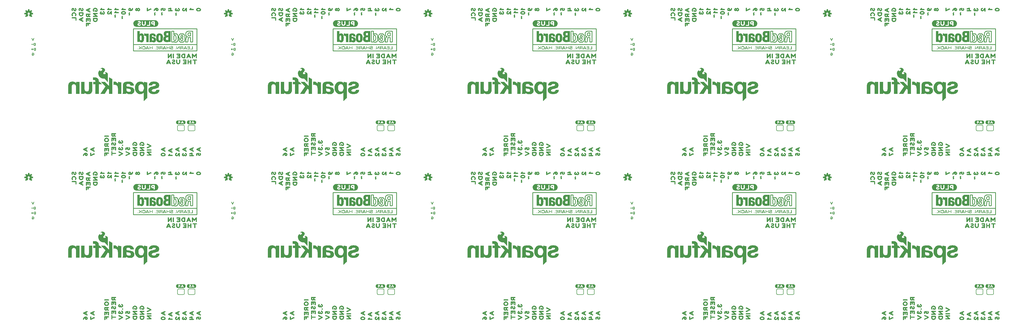
<source format=gbo>
G04 EAGLE Gerber RS-274X export*
G75*
%MOMM*%
%FSLAX34Y34*%
%LPD*%
%INSilkscreen Bottom*%
%IPPOS*%
%AMOC8*
5,1,8,0,0,1.08239X$1,22.5*%
G01*
%ADD10C,0.203200*%
%ADD11C,0.228600*%
%ADD12C,0.254000*%
%ADD13R,0.698500X0.187956*%
%ADD14R,0.967738X0.175256*%
%ADD15R,0.226056X1.084575*%
%ADD16R,0.703575X0.172719*%
%ADD17R,0.731519X0.172719*%
%ADD18R,0.878838X4.020819*%
%ADD19R,0.904238X4.008119*%
%ADD20R,0.231138X1.109981*%
%ADD21R,0.218438X1.112519*%
%ADD22R,0.231138X1.107438*%
%ADD23R,0.231138X0.213363*%
%ADD24R,0.226056X1.109981*%
%ADD25R,0.228600X1.109981*%
%ADD26R,0.723900X0.172719*%
%ADD27R,0.640075X0.175256*%
%ADD28R,0.746756X0.170181*%
%ADD29R,0.695956X0.172719*%
%ADD30R,0.728981X0.172719*%
%ADD31R,0.754375X0.172719*%
%ADD32R,0.571500X0.172719*%
%ADD33R,0.228600X0.213363*%

G36*
X2626863Y1080253D02*
X2626863Y1080253D01*
X2626864Y1080251D01*
X2628064Y1080351D01*
X2629164Y1080451D01*
X2629169Y1080455D01*
X2629172Y1080452D01*
X2630372Y1080752D01*
X2630372Y1080753D01*
X2630373Y1080753D01*
X2631473Y1081053D01*
X2631477Y1081057D01*
X2631480Y1081055D01*
X2632580Y1081555D01*
X2632582Y1081559D01*
X2632585Y1081558D01*
X2633585Y1082158D01*
X2633586Y1082160D01*
X2633588Y1082160D01*
X2634588Y1082860D01*
X2634590Y1082864D01*
X2634593Y1082863D01*
X2635493Y1083663D01*
X2635494Y1083668D01*
X2635497Y1083667D01*
X2636297Y1084567D01*
X2636297Y1084570D01*
X2636299Y1084570D01*
X2636999Y1085470D01*
X2636999Y1085474D01*
X2637002Y1085475D01*
X2637602Y1086475D01*
X2637602Y1086476D01*
X2637603Y1086476D01*
X2638203Y1087576D01*
X2638202Y1087582D01*
X2638206Y1087583D01*
X2638606Y1088683D01*
X2638605Y1088686D01*
X2638608Y1088687D01*
X2638640Y1088807D01*
X2638654Y1088856D01*
X2638667Y1088905D01*
X2638721Y1089102D01*
X2638734Y1089152D01*
X2638788Y1089349D01*
X2638801Y1089398D01*
X2638815Y1089447D01*
X2638869Y1089644D01*
X2638882Y1089693D01*
X2638908Y1089787D01*
X2638906Y1089791D01*
X2638908Y1089792D01*
X2638906Y1089794D01*
X2638909Y1089796D01*
X2639109Y1092196D01*
X2639106Y1092201D01*
X2639109Y1092204D01*
X2638909Y1094604D01*
X2638905Y1094609D01*
X2638908Y1094613D01*
X2638608Y1095713D01*
X2638605Y1095715D01*
X2638606Y1095717D01*
X2638206Y1096817D01*
X2638202Y1096820D01*
X2638203Y1096824D01*
X2637603Y1097924D01*
X2637602Y1097924D01*
X2637602Y1097925D01*
X2637002Y1098925D01*
X2636998Y1098927D01*
X2636999Y1098930D01*
X2636299Y1099830D01*
X2636296Y1099831D01*
X2636297Y1099833D01*
X2635497Y1100733D01*
X2635492Y1100734D01*
X2635493Y1100737D01*
X2634593Y1101537D01*
X2634588Y1101537D01*
X2634588Y1101540D01*
X2633588Y1102240D01*
X2633586Y1102240D01*
X2633585Y1102242D01*
X2632585Y1102842D01*
X2632581Y1102842D01*
X2632580Y1102845D01*
X2631480Y1103345D01*
X2631475Y1103344D01*
X2631473Y1103348D01*
X2630373Y1103648D01*
X2630372Y1103647D01*
X2630372Y1103648D01*
X2629172Y1103948D01*
X2629167Y1103946D01*
X2629164Y1103949D01*
X2628065Y1104049D01*
X2627266Y1104149D01*
X2627230Y1104128D01*
X2627219Y1104127D01*
X2627200Y1104098D01*
X2627197Y1104133D01*
X2627174Y1104131D01*
X2627160Y1104149D01*
X2561960Y1104149D01*
X2561957Y1104147D01*
X2561956Y1104149D01*
X2559556Y1103949D01*
X2559553Y1103947D01*
X2559551Y1103948D01*
X2558451Y1103748D01*
X2558448Y1103745D01*
X2558444Y1103747D01*
X2557244Y1103347D01*
X2557241Y1103342D01*
X2557238Y1103344D01*
X2556239Y1102844D01*
X2555140Y1102345D01*
X2555136Y1102339D01*
X2555132Y1102340D01*
X2554132Y1101640D01*
X2554130Y1101636D01*
X2554127Y1101637D01*
X2553227Y1100837D01*
X2553227Y1100835D01*
X2553225Y1100835D01*
X2552425Y1100035D01*
X2552424Y1100028D01*
X2552420Y1100028D01*
X2551020Y1098028D01*
X2551020Y1098023D01*
X2551016Y1098022D01*
X2550516Y1097022D01*
X2550517Y1097018D01*
X2550514Y1097017D01*
X2550114Y1095917D01*
X2550115Y1095913D01*
X2550112Y1095912D01*
X2549812Y1094712D01*
X2549813Y1094710D01*
X2549812Y1094709D01*
X2549612Y1093609D01*
X2549613Y1093606D01*
X2549611Y1093604D01*
X2549511Y1092404D01*
X2549513Y1092401D01*
X2549511Y1092400D01*
X2549511Y1091200D01*
X2549514Y1091195D01*
X2549511Y1091192D01*
X2549711Y1089992D01*
X2549714Y1089989D01*
X2549713Y1089987D01*
X2550013Y1088887D01*
X2550014Y1088886D01*
X2550013Y1088884D01*
X2550413Y1087684D01*
X2550418Y1087681D01*
X2550416Y1087678D01*
X2550916Y1086678D01*
X2550919Y1086677D01*
X2550918Y1086675D01*
X2551518Y1085675D01*
X2551520Y1085674D01*
X2551520Y1085672D01*
X2552220Y1084672D01*
X2552224Y1084670D01*
X2552223Y1084667D01*
X2553023Y1083767D01*
X2553028Y1083766D01*
X2553027Y1083763D01*
X2553927Y1082963D01*
X2553930Y1082963D01*
X2553930Y1082961D01*
X2554830Y1082261D01*
X2554834Y1082261D01*
X2554835Y1082258D01*
X2555835Y1081658D01*
X2555839Y1081658D01*
X2555840Y1081655D01*
X2556940Y1081155D01*
X2556943Y1081156D01*
X2556943Y1081154D01*
X2558043Y1080754D01*
X2558047Y1080755D01*
X2558048Y1080752D01*
X2559248Y1080452D01*
X2559254Y1080455D01*
X2559256Y1080451D01*
X2560456Y1080351D01*
X2561556Y1080251D01*
X2561558Y1080253D01*
X2561560Y1080251D01*
X2626860Y1080251D01*
X2626863Y1080253D01*
G37*
G36*
X1194303Y490973D02*
X1194303Y490973D01*
X1194304Y490971D01*
X1195504Y491071D01*
X1196604Y491171D01*
X1196609Y491175D01*
X1196612Y491172D01*
X1197812Y491472D01*
X1197812Y491473D01*
X1197813Y491473D01*
X1198913Y491773D01*
X1198917Y491777D01*
X1198920Y491775D01*
X1200020Y492275D01*
X1200022Y492279D01*
X1200025Y492278D01*
X1201025Y492878D01*
X1201026Y492880D01*
X1201028Y492880D01*
X1202028Y493580D01*
X1202030Y493584D01*
X1202033Y493583D01*
X1202933Y494383D01*
X1202934Y494388D01*
X1202937Y494387D01*
X1203737Y495287D01*
X1203737Y495290D01*
X1203739Y495290D01*
X1204439Y496190D01*
X1204439Y496194D01*
X1204442Y496195D01*
X1205042Y497195D01*
X1205042Y497196D01*
X1205043Y497196D01*
X1205643Y498296D01*
X1205642Y498302D01*
X1205646Y498303D01*
X1206046Y499403D01*
X1206045Y499406D01*
X1206048Y499407D01*
X1206080Y499527D01*
X1206094Y499576D01*
X1206107Y499625D01*
X1206161Y499822D01*
X1206174Y499872D01*
X1206228Y500069D01*
X1206241Y500118D01*
X1206255Y500167D01*
X1206309Y500364D01*
X1206322Y500413D01*
X1206348Y500507D01*
X1206346Y500511D01*
X1206348Y500512D01*
X1206346Y500514D01*
X1206349Y500516D01*
X1206549Y502916D01*
X1206546Y502921D01*
X1206549Y502924D01*
X1206349Y505324D01*
X1206345Y505329D01*
X1206348Y505333D01*
X1206048Y506433D01*
X1206045Y506435D01*
X1206046Y506437D01*
X1205646Y507537D01*
X1205642Y507540D01*
X1205643Y507544D01*
X1205043Y508644D01*
X1205042Y508644D01*
X1205042Y508645D01*
X1204442Y509645D01*
X1204438Y509647D01*
X1204439Y509650D01*
X1203739Y510550D01*
X1203736Y510551D01*
X1203737Y510553D01*
X1202937Y511453D01*
X1202932Y511454D01*
X1202933Y511457D01*
X1202033Y512257D01*
X1202028Y512257D01*
X1202028Y512260D01*
X1201028Y512960D01*
X1201026Y512960D01*
X1201025Y512962D01*
X1200025Y513562D01*
X1200021Y513562D01*
X1200020Y513565D01*
X1198920Y514065D01*
X1198915Y514064D01*
X1198913Y514068D01*
X1197813Y514368D01*
X1197812Y514367D01*
X1197812Y514368D01*
X1196612Y514668D01*
X1196607Y514666D01*
X1196604Y514669D01*
X1195505Y514769D01*
X1194706Y514869D01*
X1194670Y514848D01*
X1194659Y514847D01*
X1194640Y514818D01*
X1194637Y514853D01*
X1194614Y514851D01*
X1194600Y514869D01*
X1129400Y514869D01*
X1129397Y514867D01*
X1129396Y514869D01*
X1126996Y514669D01*
X1126993Y514667D01*
X1126991Y514668D01*
X1125891Y514468D01*
X1125888Y514465D01*
X1125884Y514467D01*
X1124684Y514067D01*
X1124681Y514062D01*
X1124678Y514064D01*
X1123679Y513564D01*
X1122580Y513065D01*
X1122576Y513059D01*
X1122572Y513060D01*
X1121572Y512360D01*
X1121570Y512356D01*
X1121567Y512357D01*
X1120667Y511557D01*
X1120667Y511555D01*
X1120665Y511555D01*
X1119865Y510755D01*
X1119864Y510748D01*
X1119860Y510748D01*
X1118460Y508748D01*
X1118460Y508743D01*
X1118456Y508742D01*
X1117956Y507742D01*
X1117957Y507738D01*
X1117954Y507737D01*
X1117554Y506637D01*
X1117555Y506633D01*
X1117552Y506632D01*
X1117252Y505432D01*
X1117253Y505430D01*
X1117252Y505429D01*
X1117052Y504329D01*
X1117053Y504326D01*
X1117051Y504324D01*
X1116951Y503124D01*
X1116953Y503121D01*
X1116951Y503120D01*
X1116951Y501920D01*
X1116954Y501915D01*
X1116951Y501912D01*
X1117151Y500712D01*
X1117154Y500709D01*
X1117153Y500707D01*
X1117453Y499607D01*
X1117454Y499606D01*
X1117453Y499604D01*
X1117853Y498404D01*
X1117858Y498401D01*
X1117856Y498398D01*
X1118356Y497398D01*
X1118359Y497397D01*
X1118358Y497395D01*
X1118958Y496395D01*
X1118960Y496394D01*
X1118960Y496392D01*
X1119660Y495392D01*
X1119664Y495390D01*
X1119663Y495387D01*
X1120463Y494487D01*
X1120468Y494486D01*
X1120467Y494483D01*
X1121367Y493683D01*
X1121370Y493683D01*
X1121370Y493681D01*
X1122270Y492981D01*
X1122274Y492981D01*
X1122275Y492978D01*
X1123275Y492378D01*
X1123279Y492378D01*
X1123280Y492375D01*
X1124380Y491875D01*
X1124383Y491876D01*
X1124383Y491874D01*
X1125483Y491474D01*
X1125487Y491475D01*
X1125488Y491472D01*
X1126688Y491172D01*
X1126694Y491175D01*
X1126696Y491171D01*
X1127896Y491071D01*
X1128996Y490971D01*
X1128998Y490973D01*
X1129000Y490971D01*
X1194300Y490971D01*
X1194303Y490973D01*
G37*
G36*
X3343143Y490973D02*
X3343143Y490973D01*
X3343144Y490971D01*
X3344344Y491071D01*
X3345444Y491171D01*
X3345449Y491175D01*
X3345452Y491172D01*
X3346652Y491472D01*
X3346652Y491473D01*
X3346653Y491473D01*
X3347753Y491773D01*
X3347757Y491777D01*
X3347760Y491775D01*
X3348860Y492275D01*
X3348862Y492279D01*
X3348865Y492278D01*
X3349865Y492878D01*
X3349866Y492880D01*
X3349868Y492880D01*
X3350868Y493580D01*
X3350870Y493584D01*
X3350873Y493583D01*
X3351773Y494383D01*
X3351774Y494388D01*
X3351777Y494387D01*
X3352577Y495287D01*
X3352577Y495290D01*
X3352579Y495290D01*
X3353279Y496190D01*
X3353279Y496194D01*
X3353282Y496195D01*
X3353882Y497195D01*
X3353882Y497196D01*
X3353883Y497196D01*
X3354483Y498296D01*
X3354482Y498302D01*
X3354486Y498303D01*
X3354886Y499403D01*
X3354885Y499406D01*
X3354888Y499407D01*
X3354920Y499527D01*
X3354934Y499576D01*
X3354947Y499625D01*
X3355001Y499822D01*
X3355014Y499872D01*
X3355068Y500069D01*
X3355081Y500118D01*
X3355095Y500167D01*
X3355149Y500364D01*
X3355162Y500413D01*
X3355188Y500507D01*
X3355186Y500511D01*
X3355188Y500512D01*
X3355186Y500514D01*
X3355189Y500516D01*
X3355389Y502916D01*
X3355386Y502921D01*
X3355389Y502924D01*
X3355189Y505324D01*
X3355185Y505329D01*
X3355188Y505333D01*
X3354888Y506433D01*
X3354885Y506435D01*
X3354886Y506437D01*
X3354486Y507537D01*
X3354482Y507540D01*
X3354483Y507544D01*
X3353883Y508644D01*
X3353882Y508644D01*
X3353882Y508645D01*
X3353282Y509645D01*
X3353278Y509647D01*
X3353279Y509650D01*
X3352579Y510550D01*
X3352576Y510551D01*
X3352577Y510553D01*
X3351777Y511453D01*
X3351772Y511454D01*
X3351773Y511457D01*
X3350873Y512257D01*
X3350868Y512257D01*
X3350868Y512260D01*
X3349868Y512960D01*
X3349866Y512960D01*
X3349865Y512962D01*
X3348865Y513562D01*
X3348861Y513562D01*
X3348860Y513565D01*
X3347760Y514065D01*
X3347755Y514064D01*
X3347753Y514068D01*
X3346653Y514368D01*
X3346652Y514367D01*
X3346652Y514368D01*
X3345452Y514668D01*
X3345447Y514666D01*
X3345444Y514669D01*
X3344345Y514769D01*
X3343546Y514869D01*
X3343510Y514848D01*
X3343499Y514847D01*
X3343480Y514818D01*
X3343477Y514853D01*
X3343454Y514851D01*
X3343440Y514869D01*
X3278240Y514869D01*
X3278237Y514867D01*
X3278236Y514869D01*
X3275836Y514669D01*
X3275833Y514667D01*
X3275831Y514668D01*
X3274731Y514468D01*
X3274728Y514465D01*
X3274724Y514467D01*
X3273524Y514067D01*
X3273521Y514062D01*
X3273518Y514064D01*
X3272519Y513564D01*
X3271420Y513065D01*
X3271416Y513059D01*
X3271412Y513060D01*
X3270412Y512360D01*
X3270410Y512356D01*
X3270407Y512357D01*
X3269507Y511557D01*
X3269507Y511555D01*
X3269505Y511555D01*
X3268705Y510755D01*
X3268704Y510748D01*
X3268700Y510748D01*
X3267300Y508748D01*
X3267300Y508743D01*
X3267296Y508742D01*
X3266796Y507742D01*
X3266797Y507738D01*
X3266794Y507737D01*
X3266394Y506637D01*
X3266395Y506633D01*
X3266392Y506632D01*
X3266092Y505432D01*
X3266093Y505430D01*
X3266092Y505429D01*
X3265892Y504329D01*
X3265893Y504326D01*
X3265891Y504324D01*
X3265791Y503124D01*
X3265793Y503121D01*
X3265791Y503120D01*
X3265791Y501920D01*
X3265794Y501915D01*
X3265791Y501912D01*
X3265991Y500712D01*
X3265994Y500709D01*
X3265993Y500707D01*
X3266293Y499607D01*
X3266294Y499606D01*
X3266293Y499604D01*
X3266693Y498404D01*
X3266698Y498401D01*
X3266696Y498398D01*
X3267196Y497398D01*
X3267199Y497397D01*
X3267198Y497395D01*
X3267798Y496395D01*
X3267800Y496394D01*
X3267800Y496392D01*
X3268500Y495392D01*
X3268504Y495390D01*
X3268503Y495387D01*
X3269303Y494487D01*
X3269308Y494486D01*
X3269307Y494483D01*
X3270207Y493683D01*
X3270210Y493683D01*
X3270210Y493681D01*
X3271110Y492981D01*
X3271114Y492981D01*
X3271115Y492978D01*
X3272115Y492378D01*
X3272119Y492378D01*
X3272120Y492375D01*
X3273220Y491875D01*
X3273223Y491876D01*
X3273223Y491874D01*
X3274323Y491474D01*
X3274327Y491475D01*
X3274328Y491472D01*
X3275528Y491172D01*
X3275534Y491175D01*
X3275536Y491171D01*
X3276736Y491071D01*
X3277836Y490971D01*
X3277838Y490973D01*
X3277840Y490971D01*
X3343140Y490971D01*
X3343143Y490973D01*
G37*
G36*
X478023Y1080253D02*
X478023Y1080253D01*
X478024Y1080251D01*
X479224Y1080351D01*
X480324Y1080451D01*
X480329Y1080455D01*
X480332Y1080452D01*
X481532Y1080752D01*
X481532Y1080753D01*
X481533Y1080753D01*
X482633Y1081053D01*
X482637Y1081057D01*
X482640Y1081055D01*
X483740Y1081555D01*
X483742Y1081559D01*
X483745Y1081558D01*
X484745Y1082158D01*
X484746Y1082160D01*
X484748Y1082160D01*
X485748Y1082860D01*
X485750Y1082864D01*
X485753Y1082863D01*
X486653Y1083663D01*
X486654Y1083668D01*
X486657Y1083667D01*
X487457Y1084567D01*
X487457Y1084570D01*
X487459Y1084570D01*
X488159Y1085470D01*
X488159Y1085474D01*
X488162Y1085475D01*
X488762Y1086475D01*
X488762Y1086476D01*
X488763Y1086476D01*
X489363Y1087576D01*
X489362Y1087582D01*
X489366Y1087583D01*
X489766Y1088683D01*
X489765Y1088686D01*
X489768Y1088687D01*
X489800Y1088807D01*
X489814Y1088856D01*
X489827Y1088905D01*
X489881Y1089102D01*
X489894Y1089152D01*
X489948Y1089349D01*
X489961Y1089398D01*
X489975Y1089447D01*
X490029Y1089644D01*
X490042Y1089693D01*
X490068Y1089787D01*
X490066Y1089791D01*
X490068Y1089792D01*
X490066Y1089794D01*
X490069Y1089796D01*
X490269Y1092196D01*
X490266Y1092201D01*
X490269Y1092204D01*
X490069Y1094604D01*
X490065Y1094609D01*
X490068Y1094613D01*
X489768Y1095713D01*
X489765Y1095715D01*
X489766Y1095717D01*
X489366Y1096817D01*
X489362Y1096820D01*
X489363Y1096824D01*
X488763Y1097924D01*
X488762Y1097924D01*
X488762Y1097925D01*
X488162Y1098925D01*
X488158Y1098927D01*
X488159Y1098930D01*
X487459Y1099830D01*
X487456Y1099831D01*
X487457Y1099833D01*
X486657Y1100733D01*
X486652Y1100734D01*
X486653Y1100737D01*
X485753Y1101537D01*
X485748Y1101537D01*
X485748Y1101540D01*
X484748Y1102240D01*
X484746Y1102240D01*
X484745Y1102242D01*
X483745Y1102842D01*
X483741Y1102842D01*
X483740Y1102845D01*
X482640Y1103345D01*
X482635Y1103344D01*
X482633Y1103348D01*
X481533Y1103648D01*
X481532Y1103647D01*
X481532Y1103648D01*
X480332Y1103948D01*
X480327Y1103946D01*
X480324Y1103949D01*
X479225Y1104049D01*
X478426Y1104149D01*
X478390Y1104128D01*
X478379Y1104127D01*
X478360Y1104098D01*
X478357Y1104133D01*
X478334Y1104131D01*
X478320Y1104149D01*
X413120Y1104149D01*
X413117Y1104147D01*
X413116Y1104149D01*
X410716Y1103949D01*
X410713Y1103947D01*
X410711Y1103948D01*
X409611Y1103748D01*
X409608Y1103745D01*
X409604Y1103747D01*
X408404Y1103347D01*
X408401Y1103342D01*
X408398Y1103344D01*
X407399Y1102844D01*
X406300Y1102345D01*
X406296Y1102339D01*
X406292Y1102340D01*
X405292Y1101640D01*
X405290Y1101636D01*
X405287Y1101637D01*
X404387Y1100837D01*
X404387Y1100835D01*
X404385Y1100835D01*
X403585Y1100035D01*
X403584Y1100028D01*
X403580Y1100028D01*
X402180Y1098028D01*
X402180Y1098023D01*
X402176Y1098022D01*
X401676Y1097022D01*
X401677Y1097018D01*
X401674Y1097017D01*
X401274Y1095917D01*
X401275Y1095913D01*
X401272Y1095912D01*
X400972Y1094712D01*
X400973Y1094710D01*
X400972Y1094709D01*
X400772Y1093609D01*
X400773Y1093606D01*
X400771Y1093604D01*
X400671Y1092404D01*
X400673Y1092401D01*
X400671Y1092400D01*
X400671Y1091200D01*
X400674Y1091195D01*
X400671Y1091192D01*
X400871Y1089992D01*
X400874Y1089989D01*
X400873Y1089987D01*
X401173Y1088887D01*
X401174Y1088886D01*
X401173Y1088884D01*
X401573Y1087684D01*
X401578Y1087681D01*
X401576Y1087678D01*
X402076Y1086678D01*
X402079Y1086677D01*
X402078Y1086675D01*
X402678Y1085675D01*
X402680Y1085674D01*
X402680Y1085672D01*
X403380Y1084672D01*
X403384Y1084670D01*
X403383Y1084667D01*
X404183Y1083767D01*
X404188Y1083766D01*
X404187Y1083763D01*
X405087Y1082963D01*
X405090Y1082963D01*
X405090Y1082961D01*
X405990Y1082261D01*
X405994Y1082261D01*
X405995Y1082258D01*
X406995Y1081658D01*
X406999Y1081658D01*
X407000Y1081655D01*
X408100Y1081155D01*
X408103Y1081156D01*
X408103Y1081154D01*
X409203Y1080754D01*
X409207Y1080755D01*
X409208Y1080752D01*
X410408Y1080452D01*
X410414Y1080455D01*
X410416Y1080451D01*
X411616Y1080351D01*
X412716Y1080251D01*
X412718Y1080253D01*
X412720Y1080251D01*
X478020Y1080251D01*
X478023Y1080253D01*
G37*
G36*
X1194303Y1080253D02*
X1194303Y1080253D01*
X1194304Y1080251D01*
X1195504Y1080351D01*
X1196604Y1080451D01*
X1196609Y1080455D01*
X1196612Y1080452D01*
X1197812Y1080752D01*
X1197812Y1080753D01*
X1197813Y1080753D01*
X1198913Y1081053D01*
X1198917Y1081057D01*
X1198920Y1081055D01*
X1200020Y1081555D01*
X1200022Y1081559D01*
X1200025Y1081558D01*
X1201025Y1082158D01*
X1201026Y1082160D01*
X1201028Y1082160D01*
X1202028Y1082860D01*
X1202030Y1082864D01*
X1202033Y1082863D01*
X1202933Y1083663D01*
X1202934Y1083668D01*
X1202937Y1083667D01*
X1203737Y1084567D01*
X1203737Y1084570D01*
X1203739Y1084570D01*
X1204439Y1085470D01*
X1204439Y1085474D01*
X1204442Y1085475D01*
X1205042Y1086475D01*
X1205042Y1086476D01*
X1205043Y1086476D01*
X1205643Y1087576D01*
X1205642Y1087582D01*
X1205646Y1087583D01*
X1206046Y1088683D01*
X1206045Y1088686D01*
X1206048Y1088687D01*
X1206080Y1088807D01*
X1206094Y1088856D01*
X1206107Y1088905D01*
X1206161Y1089102D01*
X1206174Y1089152D01*
X1206228Y1089349D01*
X1206241Y1089398D01*
X1206255Y1089447D01*
X1206309Y1089644D01*
X1206322Y1089693D01*
X1206348Y1089787D01*
X1206346Y1089791D01*
X1206348Y1089792D01*
X1206346Y1089794D01*
X1206349Y1089796D01*
X1206549Y1092196D01*
X1206546Y1092201D01*
X1206549Y1092204D01*
X1206349Y1094604D01*
X1206345Y1094609D01*
X1206348Y1094613D01*
X1206048Y1095713D01*
X1206045Y1095715D01*
X1206046Y1095717D01*
X1205646Y1096817D01*
X1205642Y1096820D01*
X1205643Y1096824D01*
X1205043Y1097924D01*
X1205042Y1097924D01*
X1205042Y1097925D01*
X1204442Y1098925D01*
X1204438Y1098927D01*
X1204439Y1098930D01*
X1203739Y1099830D01*
X1203736Y1099831D01*
X1203737Y1099833D01*
X1202937Y1100733D01*
X1202932Y1100734D01*
X1202933Y1100737D01*
X1202033Y1101537D01*
X1202028Y1101537D01*
X1202028Y1101540D01*
X1201028Y1102240D01*
X1201026Y1102240D01*
X1201025Y1102242D01*
X1200025Y1102842D01*
X1200021Y1102842D01*
X1200020Y1102845D01*
X1198920Y1103345D01*
X1198915Y1103344D01*
X1198913Y1103348D01*
X1197813Y1103648D01*
X1197812Y1103647D01*
X1197812Y1103648D01*
X1196612Y1103948D01*
X1196607Y1103946D01*
X1196604Y1103949D01*
X1195505Y1104049D01*
X1194706Y1104149D01*
X1194670Y1104128D01*
X1194659Y1104127D01*
X1194640Y1104098D01*
X1194637Y1104133D01*
X1194614Y1104131D01*
X1194600Y1104149D01*
X1129400Y1104149D01*
X1129397Y1104147D01*
X1129396Y1104149D01*
X1126996Y1103949D01*
X1126993Y1103947D01*
X1126991Y1103948D01*
X1125891Y1103748D01*
X1125888Y1103745D01*
X1125884Y1103747D01*
X1124684Y1103347D01*
X1124681Y1103342D01*
X1124678Y1103344D01*
X1123679Y1102844D01*
X1122580Y1102345D01*
X1122576Y1102339D01*
X1122572Y1102340D01*
X1121572Y1101640D01*
X1121570Y1101636D01*
X1121567Y1101637D01*
X1120667Y1100837D01*
X1120667Y1100835D01*
X1120665Y1100835D01*
X1119865Y1100035D01*
X1119864Y1100028D01*
X1119860Y1100028D01*
X1118460Y1098028D01*
X1118460Y1098023D01*
X1118456Y1098022D01*
X1117956Y1097022D01*
X1117957Y1097018D01*
X1117954Y1097017D01*
X1117554Y1095917D01*
X1117555Y1095913D01*
X1117552Y1095912D01*
X1117252Y1094712D01*
X1117253Y1094710D01*
X1117252Y1094709D01*
X1117052Y1093609D01*
X1117053Y1093606D01*
X1117051Y1093604D01*
X1116951Y1092404D01*
X1116953Y1092401D01*
X1116951Y1092400D01*
X1116951Y1091200D01*
X1116954Y1091195D01*
X1116951Y1091192D01*
X1117151Y1089992D01*
X1117154Y1089989D01*
X1117153Y1089987D01*
X1117453Y1088887D01*
X1117454Y1088886D01*
X1117453Y1088884D01*
X1117853Y1087684D01*
X1117858Y1087681D01*
X1117856Y1087678D01*
X1118356Y1086678D01*
X1118359Y1086677D01*
X1118358Y1086675D01*
X1118958Y1085675D01*
X1118960Y1085674D01*
X1118960Y1085672D01*
X1119660Y1084672D01*
X1119664Y1084670D01*
X1119663Y1084667D01*
X1120463Y1083767D01*
X1120468Y1083766D01*
X1120467Y1083763D01*
X1121367Y1082963D01*
X1121370Y1082963D01*
X1121370Y1082961D01*
X1122270Y1082261D01*
X1122274Y1082261D01*
X1122275Y1082258D01*
X1123275Y1081658D01*
X1123279Y1081658D01*
X1123280Y1081655D01*
X1124380Y1081155D01*
X1124383Y1081156D01*
X1124383Y1081154D01*
X1125483Y1080754D01*
X1125487Y1080755D01*
X1125488Y1080752D01*
X1126688Y1080452D01*
X1126694Y1080455D01*
X1126696Y1080451D01*
X1127896Y1080351D01*
X1128996Y1080251D01*
X1128998Y1080253D01*
X1129000Y1080251D01*
X1194300Y1080251D01*
X1194303Y1080253D01*
G37*
G36*
X3343143Y1080253D02*
X3343143Y1080253D01*
X3343144Y1080251D01*
X3344344Y1080351D01*
X3345444Y1080451D01*
X3345449Y1080455D01*
X3345452Y1080452D01*
X3346652Y1080752D01*
X3346652Y1080753D01*
X3346653Y1080753D01*
X3347753Y1081053D01*
X3347757Y1081057D01*
X3347760Y1081055D01*
X3348860Y1081555D01*
X3348862Y1081559D01*
X3348865Y1081558D01*
X3349865Y1082158D01*
X3349866Y1082160D01*
X3349868Y1082160D01*
X3350868Y1082860D01*
X3350870Y1082864D01*
X3350873Y1082863D01*
X3351773Y1083663D01*
X3351774Y1083668D01*
X3351777Y1083667D01*
X3352577Y1084567D01*
X3352577Y1084570D01*
X3352579Y1084570D01*
X3353279Y1085470D01*
X3353279Y1085474D01*
X3353282Y1085475D01*
X3353882Y1086475D01*
X3353882Y1086476D01*
X3353883Y1086476D01*
X3354483Y1087576D01*
X3354482Y1087582D01*
X3354486Y1087583D01*
X3354886Y1088683D01*
X3354885Y1088686D01*
X3354888Y1088687D01*
X3354920Y1088807D01*
X3354934Y1088856D01*
X3354947Y1088905D01*
X3355001Y1089102D01*
X3355014Y1089152D01*
X3355068Y1089349D01*
X3355081Y1089398D01*
X3355095Y1089447D01*
X3355149Y1089644D01*
X3355162Y1089693D01*
X3355188Y1089787D01*
X3355186Y1089791D01*
X3355188Y1089792D01*
X3355186Y1089794D01*
X3355189Y1089796D01*
X3355389Y1092196D01*
X3355386Y1092201D01*
X3355389Y1092204D01*
X3355189Y1094604D01*
X3355185Y1094609D01*
X3355188Y1094613D01*
X3354888Y1095713D01*
X3354885Y1095715D01*
X3354886Y1095717D01*
X3354486Y1096817D01*
X3354482Y1096820D01*
X3354483Y1096824D01*
X3353883Y1097924D01*
X3353882Y1097924D01*
X3353882Y1097925D01*
X3353282Y1098925D01*
X3353278Y1098927D01*
X3353279Y1098930D01*
X3352579Y1099830D01*
X3352576Y1099831D01*
X3352577Y1099833D01*
X3351777Y1100733D01*
X3351772Y1100734D01*
X3351773Y1100737D01*
X3350873Y1101537D01*
X3350868Y1101537D01*
X3350868Y1101540D01*
X3349868Y1102240D01*
X3349866Y1102240D01*
X3349865Y1102242D01*
X3348865Y1102842D01*
X3348861Y1102842D01*
X3348860Y1102845D01*
X3347760Y1103345D01*
X3347755Y1103344D01*
X3347753Y1103348D01*
X3346653Y1103648D01*
X3346652Y1103647D01*
X3346652Y1103648D01*
X3345452Y1103948D01*
X3345447Y1103946D01*
X3345444Y1103949D01*
X3344345Y1104049D01*
X3343546Y1104149D01*
X3343510Y1104128D01*
X3343499Y1104127D01*
X3343480Y1104098D01*
X3343477Y1104133D01*
X3343454Y1104131D01*
X3343440Y1104149D01*
X3278240Y1104149D01*
X3278237Y1104147D01*
X3278236Y1104149D01*
X3275836Y1103949D01*
X3275833Y1103947D01*
X3275831Y1103948D01*
X3274731Y1103748D01*
X3274728Y1103745D01*
X3274724Y1103747D01*
X3273524Y1103347D01*
X3273521Y1103342D01*
X3273518Y1103344D01*
X3272519Y1102844D01*
X3271420Y1102345D01*
X3271416Y1102339D01*
X3271412Y1102340D01*
X3270412Y1101640D01*
X3270410Y1101636D01*
X3270407Y1101637D01*
X3269507Y1100837D01*
X3269507Y1100835D01*
X3269505Y1100835D01*
X3268705Y1100035D01*
X3268704Y1100028D01*
X3268700Y1100028D01*
X3267300Y1098028D01*
X3267300Y1098023D01*
X3267296Y1098022D01*
X3266796Y1097022D01*
X3266797Y1097018D01*
X3266794Y1097017D01*
X3266394Y1095917D01*
X3266395Y1095913D01*
X3266392Y1095912D01*
X3266092Y1094712D01*
X3266093Y1094710D01*
X3266092Y1094709D01*
X3265892Y1093609D01*
X3265893Y1093606D01*
X3265891Y1093604D01*
X3265791Y1092404D01*
X3265793Y1092401D01*
X3265791Y1092400D01*
X3265791Y1091200D01*
X3265794Y1091195D01*
X3265791Y1091192D01*
X3265991Y1089992D01*
X3265994Y1089989D01*
X3265993Y1089987D01*
X3266293Y1088887D01*
X3266294Y1088886D01*
X3266293Y1088884D01*
X3266693Y1087684D01*
X3266698Y1087681D01*
X3266696Y1087678D01*
X3267196Y1086678D01*
X3267199Y1086677D01*
X3267198Y1086675D01*
X3267798Y1085675D01*
X3267800Y1085674D01*
X3267800Y1085672D01*
X3268500Y1084672D01*
X3268504Y1084670D01*
X3268503Y1084667D01*
X3269303Y1083767D01*
X3269308Y1083766D01*
X3269307Y1083763D01*
X3270207Y1082963D01*
X3270210Y1082963D01*
X3270210Y1082961D01*
X3271110Y1082261D01*
X3271114Y1082261D01*
X3271115Y1082258D01*
X3272115Y1081658D01*
X3272119Y1081658D01*
X3272120Y1081655D01*
X3273220Y1081155D01*
X3273223Y1081156D01*
X3273223Y1081154D01*
X3274323Y1080754D01*
X3274327Y1080755D01*
X3274328Y1080752D01*
X3275528Y1080452D01*
X3275534Y1080455D01*
X3275536Y1080451D01*
X3276736Y1080351D01*
X3277836Y1080251D01*
X3277838Y1080253D01*
X3277840Y1080251D01*
X3343140Y1080251D01*
X3343143Y1080253D01*
G37*
G36*
X1910583Y1080253D02*
X1910583Y1080253D01*
X1910584Y1080251D01*
X1911784Y1080351D01*
X1912884Y1080451D01*
X1912889Y1080455D01*
X1912892Y1080452D01*
X1914092Y1080752D01*
X1914092Y1080753D01*
X1914093Y1080753D01*
X1915193Y1081053D01*
X1915197Y1081057D01*
X1915200Y1081055D01*
X1916300Y1081555D01*
X1916302Y1081559D01*
X1916305Y1081558D01*
X1917305Y1082158D01*
X1917306Y1082160D01*
X1917308Y1082160D01*
X1918308Y1082860D01*
X1918310Y1082864D01*
X1918313Y1082863D01*
X1919213Y1083663D01*
X1919214Y1083668D01*
X1919217Y1083667D01*
X1920017Y1084567D01*
X1920017Y1084570D01*
X1920019Y1084570D01*
X1920719Y1085470D01*
X1920719Y1085474D01*
X1920722Y1085475D01*
X1921322Y1086475D01*
X1921322Y1086476D01*
X1921323Y1086476D01*
X1921923Y1087576D01*
X1921922Y1087582D01*
X1921926Y1087583D01*
X1922326Y1088683D01*
X1922325Y1088686D01*
X1922328Y1088687D01*
X1922360Y1088807D01*
X1922374Y1088856D01*
X1922387Y1088905D01*
X1922441Y1089102D01*
X1922454Y1089152D01*
X1922508Y1089349D01*
X1922521Y1089398D01*
X1922535Y1089447D01*
X1922589Y1089644D01*
X1922602Y1089693D01*
X1922628Y1089787D01*
X1922626Y1089791D01*
X1922628Y1089792D01*
X1922626Y1089794D01*
X1922629Y1089796D01*
X1922829Y1092196D01*
X1922826Y1092201D01*
X1922829Y1092204D01*
X1922629Y1094604D01*
X1922625Y1094609D01*
X1922628Y1094613D01*
X1922328Y1095713D01*
X1922325Y1095715D01*
X1922326Y1095717D01*
X1921926Y1096817D01*
X1921922Y1096820D01*
X1921923Y1096824D01*
X1921323Y1097924D01*
X1921322Y1097924D01*
X1921322Y1097925D01*
X1920722Y1098925D01*
X1920718Y1098927D01*
X1920719Y1098930D01*
X1920019Y1099830D01*
X1920016Y1099831D01*
X1920017Y1099833D01*
X1919217Y1100733D01*
X1919212Y1100734D01*
X1919213Y1100737D01*
X1918313Y1101537D01*
X1918308Y1101537D01*
X1918308Y1101540D01*
X1917308Y1102240D01*
X1917306Y1102240D01*
X1917305Y1102242D01*
X1916305Y1102842D01*
X1916301Y1102842D01*
X1916300Y1102845D01*
X1915200Y1103345D01*
X1915195Y1103344D01*
X1915193Y1103348D01*
X1914093Y1103648D01*
X1914092Y1103647D01*
X1914092Y1103648D01*
X1912892Y1103948D01*
X1912887Y1103946D01*
X1912884Y1103949D01*
X1911785Y1104049D01*
X1910986Y1104149D01*
X1910950Y1104128D01*
X1910939Y1104127D01*
X1910920Y1104098D01*
X1910917Y1104133D01*
X1910894Y1104131D01*
X1910880Y1104149D01*
X1845680Y1104149D01*
X1845677Y1104147D01*
X1845676Y1104149D01*
X1843276Y1103949D01*
X1843273Y1103947D01*
X1843271Y1103948D01*
X1842171Y1103748D01*
X1842168Y1103745D01*
X1842164Y1103747D01*
X1840964Y1103347D01*
X1840961Y1103342D01*
X1840958Y1103344D01*
X1839959Y1102844D01*
X1838860Y1102345D01*
X1838856Y1102339D01*
X1838852Y1102340D01*
X1837852Y1101640D01*
X1837850Y1101636D01*
X1837847Y1101637D01*
X1836947Y1100837D01*
X1836947Y1100835D01*
X1836945Y1100835D01*
X1836145Y1100035D01*
X1836144Y1100028D01*
X1836140Y1100028D01*
X1834740Y1098028D01*
X1834740Y1098023D01*
X1834736Y1098022D01*
X1834236Y1097022D01*
X1834237Y1097018D01*
X1834234Y1097017D01*
X1833834Y1095917D01*
X1833835Y1095913D01*
X1833832Y1095912D01*
X1833532Y1094712D01*
X1833533Y1094710D01*
X1833532Y1094709D01*
X1833332Y1093609D01*
X1833333Y1093606D01*
X1833331Y1093604D01*
X1833231Y1092404D01*
X1833233Y1092401D01*
X1833231Y1092400D01*
X1833231Y1091200D01*
X1833234Y1091195D01*
X1833231Y1091192D01*
X1833431Y1089992D01*
X1833434Y1089989D01*
X1833433Y1089987D01*
X1833733Y1088887D01*
X1833734Y1088886D01*
X1833733Y1088884D01*
X1834133Y1087684D01*
X1834138Y1087681D01*
X1834136Y1087678D01*
X1834636Y1086678D01*
X1834639Y1086677D01*
X1834638Y1086675D01*
X1835238Y1085675D01*
X1835240Y1085674D01*
X1835240Y1085672D01*
X1835940Y1084672D01*
X1835944Y1084670D01*
X1835943Y1084667D01*
X1836743Y1083767D01*
X1836748Y1083766D01*
X1836747Y1083763D01*
X1837647Y1082963D01*
X1837650Y1082963D01*
X1837650Y1082961D01*
X1838550Y1082261D01*
X1838554Y1082261D01*
X1838555Y1082258D01*
X1839555Y1081658D01*
X1839559Y1081658D01*
X1839560Y1081655D01*
X1840660Y1081155D01*
X1840663Y1081156D01*
X1840663Y1081154D01*
X1841763Y1080754D01*
X1841767Y1080755D01*
X1841768Y1080752D01*
X1842968Y1080452D01*
X1842974Y1080455D01*
X1842976Y1080451D01*
X1844176Y1080351D01*
X1845276Y1080251D01*
X1845278Y1080253D01*
X1845280Y1080251D01*
X1910580Y1080251D01*
X1910583Y1080253D01*
G37*
G36*
X1910583Y490973D02*
X1910583Y490973D01*
X1910584Y490971D01*
X1911784Y491071D01*
X1912884Y491171D01*
X1912889Y491175D01*
X1912892Y491172D01*
X1914092Y491472D01*
X1914092Y491473D01*
X1914093Y491473D01*
X1915193Y491773D01*
X1915197Y491777D01*
X1915200Y491775D01*
X1916300Y492275D01*
X1916302Y492279D01*
X1916305Y492278D01*
X1917305Y492878D01*
X1917306Y492880D01*
X1917308Y492880D01*
X1918308Y493580D01*
X1918310Y493584D01*
X1918313Y493583D01*
X1919213Y494383D01*
X1919214Y494388D01*
X1919217Y494387D01*
X1920017Y495287D01*
X1920017Y495290D01*
X1920019Y495290D01*
X1920719Y496190D01*
X1920719Y496194D01*
X1920722Y496195D01*
X1921322Y497195D01*
X1921322Y497196D01*
X1921323Y497196D01*
X1921923Y498296D01*
X1921922Y498302D01*
X1921926Y498303D01*
X1922326Y499403D01*
X1922325Y499406D01*
X1922328Y499407D01*
X1922360Y499527D01*
X1922374Y499576D01*
X1922387Y499625D01*
X1922441Y499822D01*
X1922454Y499872D01*
X1922508Y500069D01*
X1922521Y500118D01*
X1922535Y500167D01*
X1922589Y500364D01*
X1922602Y500413D01*
X1922628Y500507D01*
X1922626Y500511D01*
X1922628Y500512D01*
X1922626Y500514D01*
X1922629Y500516D01*
X1922829Y502916D01*
X1922826Y502921D01*
X1922829Y502924D01*
X1922629Y505324D01*
X1922625Y505329D01*
X1922628Y505333D01*
X1922328Y506433D01*
X1922325Y506435D01*
X1922326Y506437D01*
X1921926Y507537D01*
X1921922Y507540D01*
X1921923Y507544D01*
X1921323Y508644D01*
X1921322Y508644D01*
X1921322Y508645D01*
X1920722Y509645D01*
X1920718Y509647D01*
X1920719Y509650D01*
X1920019Y510550D01*
X1920016Y510551D01*
X1920017Y510553D01*
X1919217Y511453D01*
X1919212Y511454D01*
X1919213Y511457D01*
X1918313Y512257D01*
X1918308Y512257D01*
X1918308Y512260D01*
X1917308Y512960D01*
X1917306Y512960D01*
X1917305Y512962D01*
X1916305Y513562D01*
X1916301Y513562D01*
X1916300Y513565D01*
X1915200Y514065D01*
X1915195Y514064D01*
X1915193Y514068D01*
X1914093Y514368D01*
X1914092Y514367D01*
X1914092Y514368D01*
X1912892Y514668D01*
X1912887Y514666D01*
X1912884Y514669D01*
X1911785Y514769D01*
X1910986Y514869D01*
X1910950Y514848D01*
X1910939Y514847D01*
X1910920Y514818D01*
X1910917Y514853D01*
X1910894Y514851D01*
X1910880Y514869D01*
X1845680Y514869D01*
X1845677Y514867D01*
X1845676Y514869D01*
X1843276Y514669D01*
X1843273Y514667D01*
X1843271Y514668D01*
X1842171Y514468D01*
X1842168Y514465D01*
X1842164Y514467D01*
X1840964Y514067D01*
X1840961Y514062D01*
X1840958Y514064D01*
X1839959Y513564D01*
X1838860Y513065D01*
X1838856Y513059D01*
X1838852Y513060D01*
X1837852Y512360D01*
X1837850Y512356D01*
X1837847Y512357D01*
X1836947Y511557D01*
X1836947Y511555D01*
X1836945Y511555D01*
X1836145Y510755D01*
X1836144Y510748D01*
X1836140Y510748D01*
X1834740Y508748D01*
X1834740Y508743D01*
X1834736Y508742D01*
X1834236Y507742D01*
X1834237Y507738D01*
X1834234Y507737D01*
X1833834Y506637D01*
X1833835Y506633D01*
X1833832Y506632D01*
X1833532Y505432D01*
X1833533Y505430D01*
X1833532Y505429D01*
X1833332Y504329D01*
X1833333Y504326D01*
X1833331Y504324D01*
X1833231Y503124D01*
X1833233Y503121D01*
X1833231Y503120D01*
X1833231Y501920D01*
X1833234Y501915D01*
X1833231Y501912D01*
X1833431Y500712D01*
X1833434Y500709D01*
X1833433Y500707D01*
X1833733Y499607D01*
X1833734Y499606D01*
X1833733Y499604D01*
X1834133Y498404D01*
X1834138Y498401D01*
X1834136Y498398D01*
X1834636Y497398D01*
X1834639Y497397D01*
X1834638Y497395D01*
X1835238Y496395D01*
X1835240Y496394D01*
X1835240Y496392D01*
X1835940Y495392D01*
X1835944Y495390D01*
X1835943Y495387D01*
X1836743Y494487D01*
X1836748Y494486D01*
X1836747Y494483D01*
X1837647Y493683D01*
X1837650Y493683D01*
X1837650Y493681D01*
X1838550Y492981D01*
X1838554Y492981D01*
X1838555Y492978D01*
X1839555Y492378D01*
X1839559Y492378D01*
X1839560Y492375D01*
X1840660Y491875D01*
X1840663Y491876D01*
X1840663Y491874D01*
X1841763Y491474D01*
X1841767Y491475D01*
X1841768Y491472D01*
X1842968Y491172D01*
X1842974Y491175D01*
X1842976Y491171D01*
X1844176Y491071D01*
X1845276Y490971D01*
X1845278Y490973D01*
X1845280Y490971D01*
X1910580Y490971D01*
X1910583Y490973D01*
G37*
G36*
X478023Y490973D02*
X478023Y490973D01*
X478024Y490971D01*
X479224Y491071D01*
X480324Y491171D01*
X480329Y491175D01*
X480332Y491172D01*
X481532Y491472D01*
X481532Y491473D01*
X481533Y491473D01*
X482633Y491773D01*
X482637Y491777D01*
X482640Y491775D01*
X483740Y492275D01*
X483742Y492279D01*
X483745Y492278D01*
X484745Y492878D01*
X484746Y492880D01*
X484748Y492880D01*
X485748Y493580D01*
X485750Y493584D01*
X485753Y493583D01*
X486653Y494383D01*
X486654Y494388D01*
X486657Y494387D01*
X487457Y495287D01*
X487457Y495290D01*
X487459Y495290D01*
X488159Y496190D01*
X488159Y496194D01*
X488162Y496195D01*
X488762Y497195D01*
X488762Y497196D01*
X488763Y497196D01*
X489363Y498296D01*
X489362Y498302D01*
X489366Y498303D01*
X489766Y499403D01*
X489765Y499406D01*
X489768Y499407D01*
X489800Y499527D01*
X489814Y499576D01*
X489827Y499625D01*
X489881Y499822D01*
X489894Y499872D01*
X489948Y500069D01*
X489961Y500118D01*
X489975Y500167D01*
X490029Y500364D01*
X490042Y500413D01*
X490068Y500507D01*
X490066Y500511D01*
X490068Y500512D01*
X490066Y500514D01*
X490069Y500516D01*
X490269Y502916D01*
X490266Y502921D01*
X490269Y502924D01*
X490069Y505324D01*
X490065Y505329D01*
X490068Y505333D01*
X489768Y506433D01*
X489765Y506435D01*
X489766Y506437D01*
X489366Y507537D01*
X489362Y507540D01*
X489363Y507544D01*
X488763Y508644D01*
X488762Y508644D01*
X488762Y508645D01*
X488162Y509645D01*
X488158Y509647D01*
X488159Y509650D01*
X487459Y510550D01*
X487456Y510551D01*
X487457Y510553D01*
X486657Y511453D01*
X486652Y511454D01*
X486653Y511457D01*
X485753Y512257D01*
X485748Y512257D01*
X485748Y512260D01*
X484748Y512960D01*
X484746Y512960D01*
X484745Y512962D01*
X483745Y513562D01*
X483741Y513562D01*
X483740Y513565D01*
X482640Y514065D01*
X482635Y514064D01*
X482633Y514068D01*
X481533Y514368D01*
X481532Y514367D01*
X481532Y514368D01*
X480332Y514668D01*
X480327Y514666D01*
X480324Y514669D01*
X479225Y514769D01*
X478426Y514869D01*
X478390Y514848D01*
X478379Y514847D01*
X478360Y514818D01*
X478357Y514853D01*
X478334Y514851D01*
X478320Y514869D01*
X413120Y514869D01*
X413117Y514867D01*
X413116Y514869D01*
X410716Y514669D01*
X410713Y514667D01*
X410711Y514668D01*
X409611Y514468D01*
X409608Y514465D01*
X409604Y514467D01*
X408404Y514067D01*
X408401Y514062D01*
X408398Y514064D01*
X407399Y513564D01*
X406300Y513065D01*
X406296Y513059D01*
X406292Y513060D01*
X405292Y512360D01*
X405290Y512356D01*
X405287Y512357D01*
X404387Y511557D01*
X404387Y511555D01*
X404385Y511555D01*
X403585Y510755D01*
X403584Y510748D01*
X403580Y510748D01*
X402180Y508748D01*
X402180Y508743D01*
X402176Y508742D01*
X401676Y507742D01*
X401677Y507738D01*
X401674Y507737D01*
X401274Y506637D01*
X401275Y506633D01*
X401272Y506632D01*
X400972Y505432D01*
X400973Y505430D01*
X400972Y505429D01*
X400772Y504329D01*
X400773Y504326D01*
X400771Y504324D01*
X400671Y503124D01*
X400673Y503121D01*
X400671Y503120D01*
X400671Y501920D01*
X400674Y501915D01*
X400671Y501912D01*
X400871Y500712D01*
X400874Y500709D01*
X400873Y500707D01*
X401173Y499607D01*
X401174Y499606D01*
X401173Y499604D01*
X401573Y498404D01*
X401578Y498401D01*
X401576Y498398D01*
X402076Y497398D01*
X402079Y497397D01*
X402078Y497395D01*
X402678Y496395D01*
X402680Y496394D01*
X402680Y496392D01*
X403380Y495392D01*
X403384Y495390D01*
X403383Y495387D01*
X404183Y494487D01*
X404188Y494486D01*
X404187Y494483D01*
X405087Y493683D01*
X405090Y493683D01*
X405090Y493681D01*
X405990Y492981D01*
X405994Y492981D01*
X405995Y492978D01*
X406995Y492378D01*
X406999Y492378D01*
X407000Y492375D01*
X408100Y491875D01*
X408103Y491876D01*
X408103Y491874D01*
X409203Y491474D01*
X409207Y491475D01*
X409208Y491472D01*
X410408Y491172D01*
X410414Y491175D01*
X410416Y491171D01*
X411616Y491071D01*
X412716Y490971D01*
X412718Y490973D01*
X412720Y490971D01*
X478020Y490971D01*
X478023Y490973D01*
G37*
G36*
X2626863Y490973D02*
X2626863Y490973D01*
X2626864Y490971D01*
X2628064Y491071D01*
X2629164Y491171D01*
X2629169Y491175D01*
X2629172Y491172D01*
X2630372Y491472D01*
X2630372Y491473D01*
X2630373Y491473D01*
X2631473Y491773D01*
X2631477Y491777D01*
X2631480Y491775D01*
X2632580Y492275D01*
X2632582Y492279D01*
X2632585Y492278D01*
X2633585Y492878D01*
X2633586Y492880D01*
X2633588Y492880D01*
X2634588Y493580D01*
X2634590Y493584D01*
X2634593Y493583D01*
X2635493Y494383D01*
X2635494Y494388D01*
X2635497Y494387D01*
X2636297Y495287D01*
X2636297Y495290D01*
X2636299Y495290D01*
X2636999Y496190D01*
X2636999Y496194D01*
X2637002Y496195D01*
X2637602Y497195D01*
X2637602Y497196D01*
X2637603Y497196D01*
X2638203Y498296D01*
X2638202Y498302D01*
X2638206Y498303D01*
X2638606Y499403D01*
X2638605Y499406D01*
X2638608Y499407D01*
X2638640Y499527D01*
X2638654Y499576D01*
X2638667Y499625D01*
X2638721Y499822D01*
X2638734Y499872D01*
X2638788Y500069D01*
X2638801Y500118D01*
X2638815Y500167D01*
X2638869Y500364D01*
X2638882Y500413D01*
X2638908Y500507D01*
X2638906Y500511D01*
X2638908Y500512D01*
X2638906Y500514D01*
X2638909Y500516D01*
X2639109Y502916D01*
X2639106Y502921D01*
X2639109Y502924D01*
X2638909Y505324D01*
X2638905Y505329D01*
X2638908Y505333D01*
X2638608Y506433D01*
X2638605Y506435D01*
X2638606Y506437D01*
X2638206Y507537D01*
X2638202Y507540D01*
X2638203Y507544D01*
X2637603Y508644D01*
X2637602Y508644D01*
X2637602Y508645D01*
X2637002Y509645D01*
X2636998Y509647D01*
X2636999Y509650D01*
X2636299Y510550D01*
X2636296Y510551D01*
X2636297Y510553D01*
X2635497Y511453D01*
X2635492Y511454D01*
X2635493Y511457D01*
X2634593Y512257D01*
X2634588Y512257D01*
X2634588Y512260D01*
X2633588Y512960D01*
X2633586Y512960D01*
X2633585Y512962D01*
X2632585Y513562D01*
X2632581Y513562D01*
X2632580Y513565D01*
X2631480Y514065D01*
X2631475Y514064D01*
X2631473Y514068D01*
X2630373Y514368D01*
X2630372Y514367D01*
X2630372Y514368D01*
X2629172Y514668D01*
X2629167Y514666D01*
X2629164Y514669D01*
X2628065Y514769D01*
X2627266Y514869D01*
X2627230Y514848D01*
X2627219Y514847D01*
X2627200Y514818D01*
X2627197Y514853D01*
X2627174Y514851D01*
X2627160Y514869D01*
X2561960Y514869D01*
X2561957Y514867D01*
X2561956Y514869D01*
X2559556Y514669D01*
X2559553Y514667D01*
X2559551Y514668D01*
X2558451Y514468D01*
X2558448Y514465D01*
X2558444Y514467D01*
X2557244Y514067D01*
X2557241Y514062D01*
X2557238Y514064D01*
X2556239Y513564D01*
X2555140Y513065D01*
X2555136Y513059D01*
X2555132Y513060D01*
X2554132Y512360D01*
X2554130Y512356D01*
X2554127Y512357D01*
X2553227Y511557D01*
X2553227Y511555D01*
X2553225Y511555D01*
X2552425Y510755D01*
X2552424Y510748D01*
X2552420Y510748D01*
X2551020Y508748D01*
X2551020Y508743D01*
X2551016Y508742D01*
X2550516Y507742D01*
X2550517Y507738D01*
X2550514Y507737D01*
X2550114Y506637D01*
X2550115Y506633D01*
X2550112Y506632D01*
X2549812Y505432D01*
X2549813Y505430D01*
X2549812Y505429D01*
X2549612Y504329D01*
X2549613Y504326D01*
X2549611Y504324D01*
X2549511Y503124D01*
X2549513Y503121D01*
X2549511Y503120D01*
X2549511Y501920D01*
X2549514Y501915D01*
X2549511Y501912D01*
X2549711Y500712D01*
X2549714Y500709D01*
X2549713Y500707D01*
X2550013Y499607D01*
X2550014Y499606D01*
X2550013Y499604D01*
X2550413Y498404D01*
X2550418Y498401D01*
X2550416Y498398D01*
X2550916Y497398D01*
X2550919Y497397D01*
X2550918Y497395D01*
X2551518Y496395D01*
X2551520Y496394D01*
X2551520Y496392D01*
X2552220Y495392D01*
X2552224Y495390D01*
X2552223Y495387D01*
X2553023Y494487D01*
X2553028Y494486D01*
X2553027Y494483D01*
X2553927Y493683D01*
X2553930Y493683D01*
X2553930Y493681D01*
X2554830Y492981D01*
X2554834Y492981D01*
X2554835Y492978D01*
X2555835Y492378D01*
X2555839Y492378D01*
X2555840Y492375D01*
X2556940Y491875D01*
X2556943Y491876D01*
X2556943Y491874D01*
X2558043Y491474D01*
X2558047Y491475D01*
X2558048Y491472D01*
X2559248Y491172D01*
X2559254Y491175D01*
X2559256Y491171D01*
X2560456Y491071D01*
X2561556Y490971D01*
X2561558Y490973D01*
X2561560Y490971D01*
X2626860Y490971D01*
X2626863Y490973D01*
G37*
G36*
X438442Y813701D02*
X438442Y813701D01*
X438511Y813703D01*
X438527Y813712D01*
X438546Y813715D01*
X438642Y813775D01*
X438663Y813786D01*
X438665Y813789D01*
X438669Y813791D01*
X440064Y815087D01*
X443059Y817683D01*
X443063Y817687D01*
X443069Y817691D01*
X444464Y818987D01*
X445959Y820283D01*
X445963Y820287D01*
X445969Y820291D01*
X447364Y821587D01*
X448859Y822883D01*
X448863Y822887D01*
X448869Y822891D01*
X450269Y824191D01*
X450316Y824261D01*
X450363Y824328D01*
X450363Y824332D01*
X450366Y824335D01*
X450369Y824359D01*
X450390Y824470D01*
X450390Y879770D01*
X450388Y879778D01*
X450390Y879786D01*
X450369Y879862D01*
X450351Y879939D01*
X450346Y879945D01*
X450344Y879953D01*
X450291Y880011D01*
X450241Y880072D01*
X450233Y880076D01*
X450228Y880082D01*
X450096Y880141D01*
X448796Y880441D01*
X448781Y880440D01*
X448764Y880446D01*
X447377Y880645D01*
X445990Y880942D01*
X445978Y880942D01*
X445964Y880946D01*
X444577Y881145D01*
X443190Y881442D01*
X443178Y881442D01*
X443164Y881446D01*
X441777Y881645D01*
X440390Y881942D01*
X440380Y881942D01*
X440368Y881946D01*
X439068Y882146D01*
X438989Y882140D01*
X438909Y882137D01*
X438903Y882133D01*
X438895Y882132D01*
X438827Y882092D01*
X438757Y882054D01*
X438753Y882048D01*
X438746Y882044D01*
X438709Y881986D01*
X438708Y881985D01*
X438706Y881982D01*
X438703Y881977D01*
X438657Y881912D01*
X438656Y881904D01*
X438652Y881898D01*
X438648Y881865D01*
X438644Y881843D01*
X438637Y881827D01*
X438637Y881809D01*
X438630Y881770D01*
X438630Y877377D01*
X438014Y878198D01*
X438009Y878203D01*
X438007Y878205D01*
X437999Y878211D01*
X437996Y878213D01*
X437979Y878239D01*
X436679Y879539D01*
X436668Y879546D01*
X436657Y879559D01*
X435257Y880759D01*
X435233Y880771D01*
X435206Y880796D01*
X433706Y881696D01*
X433682Y881704D01*
X433655Y881722D01*
X431955Y882422D01*
X431935Y882425D01*
X431912Y882436D01*
X430112Y882936D01*
X430086Y882937D01*
X430052Y882948D01*
X428252Y883148D01*
X428242Y883147D01*
X428230Y883150D01*
X426330Y883250D01*
X426308Y883246D01*
X426278Y883249D01*
X421578Y882849D01*
X421542Y882837D01*
X421484Y882829D01*
X417484Y881429D01*
X417453Y881409D01*
X417399Y881386D01*
X414099Y879186D01*
X414076Y879162D01*
X414036Y879134D01*
X411336Y876334D01*
X411318Y876303D01*
X411305Y876288D01*
X411296Y876281D01*
X411294Y876276D01*
X411282Y876263D01*
X409282Y872863D01*
X409274Y872837D01*
X409255Y872807D01*
X407755Y868907D01*
X407751Y868878D01*
X407736Y868841D01*
X406936Y864641D01*
X406937Y864621D01*
X406931Y864595D01*
X406631Y860095D01*
X406634Y860073D01*
X406631Y860043D01*
X406931Y855843D01*
X406937Y855823D01*
X406937Y855795D01*
X407737Y851795D01*
X407750Y851768D01*
X407758Y851727D01*
X409258Y848027D01*
X409273Y848006D01*
X409285Y847973D01*
X411285Y844673D01*
X411309Y844648D01*
X411310Y844646D01*
X411326Y844617D01*
X411331Y844613D01*
X411336Y844606D01*
X413936Y841906D01*
X413965Y841888D01*
X414001Y841852D01*
X417201Y839752D01*
X417234Y839740D01*
X417279Y839713D01*
X421079Y838313D01*
X421114Y838309D01*
X421167Y838292D01*
X425567Y837792D01*
X425594Y837795D01*
X425630Y837790D01*
X427530Y837890D01*
X427554Y837897D01*
X427588Y837898D01*
X429488Y838298D01*
X429501Y838304D01*
X429517Y838305D01*
X431217Y838805D01*
X431233Y838814D01*
X431255Y838818D01*
X432955Y839518D01*
X432971Y839530D01*
X432996Y839539D01*
X434596Y840439D01*
X434611Y840452D01*
X434635Y840463D01*
X436135Y841563D01*
X436151Y841582D01*
X436179Y841601D01*
X437479Y842901D01*
X437489Y842918D01*
X437509Y842935D01*
X438030Y843598D01*
X438030Y814070D01*
X438034Y814052D01*
X438032Y814033D01*
X438054Y813968D01*
X438069Y813901D01*
X438081Y813887D01*
X438087Y813869D01*
X438136Y813821D01*
X438179Y813768D01*
X438197Y813760D01*
X438210Y813747D01*
X438275Y813725D01*
X438338Y813697D01*
X438356Y813697D01*
X438374Y813691D01*
X438442Y813701D01*
G37*
G36*
X2587282Y224421D02*
X2587282Y224421D01*
X2587351Y224423D01*
X2587367Y224432D01*
X2587386Y224435D01*
X2587482Y224495D01*
X2587503Y224506D01*
X2587505Y224509D01*
X2587509Y224511D01*
X2588904Y225807D01*
X2591899Y228403D01*
X2591903Y228407D01*
X2591909Y228411D01*
X2593304Y229707D01*
X2594799Y231003D01*
X2594803Y231007D01*
X2594809Y231011D01*
X2596204Y232307D01*
X2597699Y233603D01*
X2597703Y233607D01*
X2597709Y233611D01*
X2599109Y234911D01*
X2599156Y234981D01*
X2599203Y235048D01*
X2599203Y235052D01*
X2599206Y235055D01*
X2599209Y235079D01*
X2599230Y235190D01*
X2599230Y290490D01*
X2599228Y290498D01*
X2599230Y290506D01*
X2599209Y290582D01*
X2599191Y290659D01*
X2599186Y290665D01*
X2599184Y290673D01*
X2599131Y290731D01*
X2599081Y290792D01*
X2599073Y290796D01*
X2599068Y290802D01*
X2598936Y290861D01*
X2597636Y291161D01*
X2597621Y291160D01*
X2597604Y291166D01*
X2596217Y291365D01*
X2594830Y291662D01*
X2594818Y291662D01*
X2594804Y291666D01*
X2593417Y291865D01*
X2592030Y292162D01*
X2592018Y292162D01*
X2592004Y292166D01*
X2590617Y292365D01*
X2589230Y292662D01*
X2589220Y292662D01*
X2589208Y292666D01*
X2587908Y292866D01*
X2587829Y292860D01*
X2587749Y292857D01*
X2587743Y292853D01*
X2587735Y292852D01*
X2587667Y292812D01*
X2587597Y292774D01*
X2587593Y292768D01*
X2587586Y292764D01*
X2587549Y292706D01*
X2587548Y292705D01*
X2587546Y292702D01*
X2587543Y292697D01*
X2587497Y292632D01*
X2587496Y292624D01*
X2587492Y292618D01*
X2587488Y292585D01*
X2587484Y292563D01*
X2587477Y292547D01*
X2587477Y292529D01*
X2587470Y292490D01*
X2587470Y288097D01*
X2586854Y288918D01*
X2586849Y288923D01*
X2586847Y288925D01*
X2586839Y288931D01*
X2586836Y288933D01*
X2586819Y288959D01*
X2585519Y290259D01*
X2585508Y290266D01*
X2585497Y290279D01*
X2584097Y291479D01*
X2584073Y291491D01*
X2584046Y291516D01*
X2582546Y292416D01*
X2582522Y292424D01*
X2582495Y292442D01*
X2580795Y293142D01*
X2580775Y293145D01*
X2580752Y293156D01*
X2578952Y293656D01*
X2578926Y293657D01*
X2578892Y293668D01*
X2577092Y293868D01*
X2577082Y293867D01*
X2577070Y293870D01*
X2575170Y293970D01*
X2575148Y293966D01*
X2575118Y293969D01*
X2570418Y293569D01*
X2570382Y293557D01*
X2570324Y293549D01*
X2566324Y292149D01*
X2566293Y292129D01*
X2566239Y292106D01*
X2562939Y289906D01*
X2562916Y289882D01*
X2562876Y289854D01*
X2560176Y287054D01*
X2560158Y287023D01*
X2560145Y287008D01*
X2560136Y287001D01*
X2560134Y286996D01*
X2560122Y286983D01*
X2558122Y283583D01*
X2558114Y283557D01*
X2558095Y283527D01*
X2556595Y279627D01*
X2556591Y279598D01*
X2556576Y279561D01*
X2555776Y275361D01*
X2555777Y275341D01*
X2555771Y275315D01*
X2555471Y270815D01*
X2555474Y270793D01*
X2555471Y270763D01*
X2555771Y266563D01*
X2555777Y266543D01*
X2555777Y266515D01*
X2556577Y262515D01*
X2556590Y262488D01*
X2556598Y262447D01*
X2558098Y258747D01*
X2558113Y258726D01*
X2558125Y258693D01*
X2560125Y255393D01*
X2560149Y255368D01*
X2560150Y255366D01*
X2560166Y255337D01*
X2560171Y255333D01*
X2560176Y255326D01*
X2562776Y252626D01*
X2562805Y252608D01*
X2562841Y252572D01*
X2566041Y250472D01*
X2566074Y250460D01*
X2566119Y250433D01*
X2569919Y249033D01*
X2569954Y249029D01*
X2570007Y249012D01*
X2574407Y248512D01*
X2574434Y248515D01*
X2574470Y248510D01*
X2576370Y248610D01*
X2576394Y248617D01*
X2576428Y248618D01*
X2578328Y249018D01*
X2578341Y249024D01*
X2578357Y249025D01*
X2580057Y249525D01*
X2580073Y249534D01*
X2580095Y249538D01*
X2581795Y250238D01*
X2581811Y250250D01*
X2581836Y250259D01*
X2583436Y251159D01*
X2583451Y251172D01*
X2583475Y251183D01*
X2584975Y252283D01*
X2584991Y252302D01*
X2585019Y252321D01*
X2586319Y253621D01*
X2586329Y253638D01*
X2586349Y253655D01*
X2586870Y254318D01*
X2586870Y224790D01*
X2586874Y224772D01*
X2586872Y224753D01*
X2586894Y224688D01*
X2586909Y224621D01*
X2586921Y224607D01*
X2586927Y224589D01*
X2586976Y224541D01*
X2587019Y224488D01*
X2587037Y224480D01*
X2587050Y224467D01*
X2587115Y224445D01*
X2587178Y224417D01*
X2587196Y224417D01*
X2587214Y224411D01*
X2587282Y224421D01*
G37*
G36*
X1154722Y813701D02*
X1154722Y813701D01*
X1154791Y813703D01*
X1154807Y813712D01*
X1154826Y813715D01*
X1154922Y813775D01*
X1154943Y813786D01*
X1154945Y813789D01*
X1154949Y813791D01*
X1156344Y815087D01*
X1159339Y817683D01*
X1159343Y817687D01*
X1159349Y817691D01*
X1160744Y818987D01*
X1162239Y820283D01*
X1162243Y820287D01*
X1162249Y820291D01*
X1163644Y821587D01*
X1165139Y822883D01*
X1165143Y822887D01*
X1165149Y822891D01*
X1166549Y824191D01*
X1166596Y824261D01*
X1166643Y824328D01*
X1166643Y824332D01*
X1166646Y824335D01*
X1166649Y824359D01*
X1166670Y824470D01*
X1166670Y879770D01*
X1166668Y879778D01*
X1166670Y879786D01*
X1166649Y879862D01*
X1166631Y879939D01*
X1166626Y879945D01*
X1166624Y879953D01*
X1166571Y880011D01*
X1166521Y880072D01*
X1166513Y880076D01*
X1166508Y880082D01*
X1166376Y880141D01*
X1165076Y880441D01*
X1165061Y880440D01*
X1165044Y880446D01*
X1163657Y880645D01*
X1162270Y880942D01*
X1162258Y880942D01*
X1162244Y880946D01*
X1160857Y881145D01*
X1159470Y881442D01*
X1159458Y881442D01*
X1159444Y881446D01*
X1158057Y881645D01*
X1156670Y881942D01*
X1156660Y881942D01*
X1156648Y881946D01*
X1155348Y882146D01*
X1155269Y882140D01*
X1155189Y882137D01*
X1155183Y882133D01*
X1155175Y882132D01*
X1155107Y882092D01*
X1155037Y882054D01*
X1155033Y882048D01*
X1155026Y882044D01*
X1154989Y881986D01*
X1154988Y881985D01*
X1154986Y881982D01*
X1154983Y881977D01*
X1154937Y881912D01*
X1154936Y881904D01*
X1154932Y881898D01*
X1154928Y881865D01*
X1154924Y881843D01*
X1154917Y881827D01*
X1154917Y881809D01*
X1154910Y881770D01*
X1154910Y877377D01*
X1154294Y878198D01*
X1154289Y878203D01*
X1154287Y878205D01*
X1154279Y878211D01*
X1154276Y878213D01*
X1154259Y878239D01*
X1152959Y879539D01*
X1152948Y879546D01*
X1152937Y879559D01*
X1151537Y880759D01*
X1151513Y880771D01*
X1151486Y880796D01*
X1149986Y881696D01*
X1149962Y881704D01*
X1149935Y881722D01*
X1148235Y882422D01*
X1148215Y882425D01*
X1148192Y882436D01*
X1146392Y882936D01*
X1146366Y882937D01*
X1146332Y882948D01*
X1144532Y883148D01*
X1144522Y883147D01*
X1144510Y883150D01*
X1142610Y883250D01*
X1142588Y883246D01*
X1142558Y883249D01*
X1137858Y882849D01*
X1137822Y882837D01*
X1137764Y882829D01*
X1133764Y881429D01*
X1133733Y881409D01*
X1133679Y881386D01*
X1130379Y879186D01*
X1130356Y879162D01*
X1130316Y879134D01*
X1127616Y876334D01*
X1127598Y876303D01*
X1127585Y876288D01*
X1127576Y876281D01*
X1127574Y876276D01*
X1127562Y876263D01*
X1125562Y872863D01*
X1125554Y872837D01*
X1125535Y872807D01*
X1124035Y868907D01*
X1124031Y868878D01*
X1124016Y868841D01*
X1123216Y864641D01*
X1123217Y864621D01*
X1123211Y864595D01*
X1122911Y860095D01*
X1122914Y860073D01*
X1122911Y860043D01*
X1123211Y855843D01*
X1123217Y855823D01*
X1123217Y855795D01*
X1124017Y851795D01*
X1124030Y851768D01*
X1124038Y851727D01*
X1125538Y848027D01*
X1125553Y848006D01*
X1125565Y847973D01*
X1127565Y844673D01*
X1127589Y844648D01*
X1127590Y844646D01*
X1127606Y844617D01*
X1127611Y844613D01*
X1127616Y844606D01*
X1130216Y841906D01*
X1130245Y841888D01*
X1130281Y841852D01*
X1133481Y839752D01*
X1133514Y839740D01*
X1133559Y839713D01*
X1137359Y838313D01*
X1137394Y838309D01*
X1137447Y838292D01*
X1141847Y837792D01*
X1141874Y837795D01*
X1141910Y837790D01*
X1143810Y837890D01*
X1143834Y837897D01*
X1143868Y837898D01*
X1145768Y838298D01*
X1145781Y838304D01*
X1145797Y838305D01*
X1147497Y838805D01*
X1147513Y838814D01*
X1147535Y838818D01*
X1149235Y839518D01*
X1149251Y839530D01*
X1149276Y839539D01*
X1150876Y840439D01*
X1150891Y840452D01*
X1150915Y840463D01*
X1152415Y841563D01*
X1152431Y841582D01*
X1152459Y841601D01*
X1153759Y842901D01*
X1153769Y842918D01*
X1153789Y842935D01*
X1154310Y843598D01*
X1154310Y814070D01*
X1154314Y814052D01*
X1154312Y814033D01*
X1154334Y813968D01*
X1154349Y813901D01*
X1154361Y813887D01*
X1154367Y813869D01*
X1154416Y813821D01*
X1154459Y813768D01*
X1154477Y813760D01*
X1154490Y813747D01*
X1154555Y813725D01*
X1154618Y813697D01*
X1154636Y813697D01*
X1154654Y813691D01*
X1154722Y813701D01*
G37*
G36*
X3303562Y813701D02*
X3303562Y813701D01*
X3303631Y813703D01*
X3303647Y813712D01*
X3303666Y813715D01*
X3303762Y813775D01*
X3303783Y813786D01*
X3303785Y813789D01*
X3303789Y813791D01*
X3305184Y815087D01*
X3308179Y817683D01*
X3308183Y817687D01*
X3308189Y817691D01*
X3309584Y818987D01*
X3311079Y820283D01*
X3311083Y820287D01*
X3311089Y820291D01*
X3312484Y821587D01*
X3313979Y822883D01*
X3313983Y822887D01*
X3313989Y822891D01*
X3315389Y824191D01*
X3315436Y824261D01*
X3315483Y824328D01*
X3315483Y824332D01*
X3315486Y824335D01*
X3315489Y824359D01*
X3315510Y824470D01*
X3315510Y879770D01*
X3315508Y879778D01*
X3315510Y879786D01*
X3315489Y879862D01*
X3315471Y879939D01*
X3315466Y879945D01*
X3315464Y879953D01*
X3315411Y880011D01*
X3315361Y880072D01*
X3315353Y880076D01*
X3315348Y880082D01*
X3315216Y880141D01*
X3313916Y880441D01*
X3313901Y880440D01*
X3313884Y880446D01*
X3312497Y880645D01*
X3311110Y880942D01*
X3311098Y880942D01*
X3311084Y880946D01*
X3309697Y881145D01*
X3308310Y881442D01*
X3308298Y881442D01*
X3308284Y881446D01*
X3306897Y881645D01*
X3305510Y881942D01*
X3305500Y881942D01*
X3305488Y881946D01*
X3304188Y882146D01*
X3304109Y882140D01*
X3304029Y882137D01*
X3304023Y882133D01*
X3304015Y882132D01*
X3303947Y882092D01*
X3303877Y882054D01*
X3303873Y882048D01*
X3303866Y882044D01*
X3303829Y881986D01*
X3303828Y881985D01*
X3303826Y881982D01*
X3303823Y881977D01*
X3303777Y881912D01*
X3303776Y881904D01*
X3303772Y881898D01*
X3303768Y881865D01*
X3303764Y881843D01*
X3303757Y881827D01*
X3303757Y881809D01*
X3303750Y881770D01*
X3303750Y877377D01*
X3303134Y878198D01*
X3303129Y878203D01*
X3303127Y878205D01*
X3303119Y878211D01*
X3303116Y878213D01*
X3303099Y878239D01*
X3301799Y879539D01*
X3301788Y879546D01*
X3301777Y879559D01*
X3300377Y880759D01*
X3300353Y880771D01*
X3300326Y880796D01*
X3298826Y881696D01*
X3298802Y881704D01*
X3298775Y881722D01*
X3297075Y882422D01*
X3297055Y882425D01*
X3297032Y882436D01*
X3295232Y882936D01*
X3295206Y882937D01*
X3295172Y882948D01*
X3293372Y883148D01*
X3293362Y883147D01*
X3293350Y883150D01*
X3291450Y883250D01*
X3291428Y883246D01*
X3291398Y883249D01*
X3286698Y882849D01*
X3286662Y882837D01*
X3286604Y882829D01*
X3282604Y881429D01*
X3282573Y881409D01*
X3282519Y881386D01*
X3279219Y879186D01*
X3279196Y879162D01*
X3279156Y879134D01*
X3276456Y876334D01*
X3276438Y876303D01*
X3276425Y876288D01*
X3276416Y876281D01*
X3276414Y876276D01*
X3276402Y876263D01*
X3274402Y872863D01*
X3274394Y872837D01*
X3274375Y872807D01*
X3272875Y868907D01*
X3272871Y868878D01*
X3272856Y868841D01*
X3272056Y864641D01*
X3272057Y864621D01*
X3272051Y864595D01*
X3271751Y860095D01*
X3271754Y860073D01*
X3271751Y860043D01*
X3272051Y855843D01*
X3272057Y855823D01*
X3272057Y855795D01*
X3272857Y851795D01*
X3272870Y851768D01*
X3272878Y851727D01*
X3274378Y848027D01*
X3274393Y848006D01*
X3274405Y847973D01*
X3276405Y844673D01*
X3276429Y844648D01*
X3276430Y844646D01*
X3276446Y844617D01*
X3276451Y844613D01*
X3276456Y844606D01*
X3279056Y841906D01*
X3279085Y841888D01*
X3279121Y841852D01*
X3282321Y839752D01*
X3282354Y839740D01*
X3282399Y839713D01*
X3286199Y838313D01*
X3286234Y838309D01*
X3286287Y838292D01*
X3290687Y837792D01*
X3290714Y837795D01*
X3290750Y837790D01*
X3292650Y837890D01*
X3292674Y837897D01*
X3292708Y837898D01*
X3294608Y838298D01*
X3294621Y838304D01*
X3294637Y838305D01*
X3296337Y838805D01*
X3296353Y838814D01*
X3296375Y838818D01*
X3298075Y839518D01*
X3298091Y839530D01*
X3298116Y839539D01*
X3299716Y840439D01*
X3299731Y840452D01*
X3299755Y840463D01*
X3301255Y841563D01*
X3301271Y841582D01*
X3301299Y841601D01*
X3302599Y842901D01*
X3302609Y842918D01*
X3302629Y842935D01*
X3303150Y843598D01*
X3303150Y814070D01*
X3303154Y814052D01*
X3303152Y814033D01*
X3303174Y813968D01*
X3303189Y813901D01*
X3303201Y813887D01*
X3303207Y813869D01*
X3303256Y813821D01*
X3303299Y813768D01*
X3303317Y813760D01*
X3303330Y813747D01*
X3303395Y813725D01*
X3303458Y813697D01*
X3303476Y813697D01*
X3303494Y813691D01*
X3303562Y813701D01*
G37*
G36*
X3303562Y224421D02*
X3303562Y224421D01*
X3303631Y224423D01*
X3303647Y224432D01*
X3303666Y224435D01*
X3303762Y224495D01*
X3303783Y224506D01*
X3303785Y224509D01*
X3303789Y224511D01*
X3305184Y225807D01*
X3308179Y228403D01*
X3308183Y228407D01*
X3308189Y228411D01*
X3309584Y229707D01*
X3311079Y231003D01*
X3311083Y231007D01*
X3311089Y231011D01*
X3312484Y232307D01*
X3313979Y233603D01*
X3313983Y233607D01*
X3313989Y233611D01*
X3315389Y234911D01*
X3315436Y234981D01*
X3315483Y235048D01*
X3315483Y235052D01*
X3315486Y235055D01*
X3315489Y235079D01*
X3315510Y235190D01*
X3315510Y290490D01*
X3315508Y290498D01*
X3315510Y290506D01*
X3315489Y290582D01*
X3315471Y290659D01*
X3315466Y290665D01*
X3315464Y290673D01*
X3315411Y290731D01*
X3315361Y290792D01*
X3315353Y290796D01*
X3315348Y290802D01*
X3315216Y290861D01*
X3313916Y291161D01*
X3313901Y291160D01*
X3313884Y291166D01*
X3312497Y291365D01*
X3311110Y291662D01*
X3311098Y291662D01*
X3311084Y291666D01*
X3309697Y291865D01*
X3308310Y292162D01*
X3308298Y292162D01*
X3308284Y292166D01*
X3306897Y292365D01*
X3305510Y292662D01*
X3305500Y292662D01*
X3305488Y292666D01*
X3304188Y292866D01*
X3304109Y292860D01*
X3304029Y292857D01*
X3304023Y292853D01*
X3304015Y292852D01*
X3303947Y292812D01*
X3303877Y292774D01*
X3303873Y292768D01*
X3303866Y292764D01*
X3303829Y292706D01*
X3303828Y292705D01*
X3303826Y292702D01*
X3303823Y292697D01*
X3303777Y292632D01*
X3303776Y292624D01*
X3303772Y292618D01*
X3303768Y292585D01*
X3303764Y292563D01*
X3303757Y292547D01*
X3303757Y292529D01*
X3303750Y292490D01*
X3303750Y288097D01*
X3303134Y288918D01*
X3303129Y288923D01*
X3303127Y288925D01*
X3303119Y288931D01*
X3303116Y288933D01*
X3303099Y288959D01*
X3301799Y290259D01*
X3301788Y290266D01*
X3301777Y290279D01*
X3300377Y291479D01*
X3300353Y291491D01*
X3300326Y291516D01*
X3298826Y292416D01*
X3298802Y292424D01*
X3298775Y292442D01*
X3297075Y293142D01*
X3297055Y293145D01*
X3297032Y293156D01*
X3295232Y293656D01*
X3295206Y293657D01*
X3295172Y293668D01*
X3293372Y293868D01*
X3293362Y293867D01*
X3293350Y293870D01*
X3291450Y293970D01*
X3291428Y293966D01*
X3291398Y293969D01*
X3286698Y293569D01*
X3286662Y293557D01*
X3286604Y293549D01*
X3282604Y292149D01*
X3282573Y292129D01*
X3282519Y292106D01*
X3279219Y289906D01*
X3279196Y289882D01*
X3279156Y289854D01*
X3276456Y287054D01*
X3276438Y287023D01*
X3276425Y287008D01*
X3276416Y287001D01*
X3276414Y286996D01*
X3276402Y286983D01*
X3274402Y283583D01*
X3274394Y283557D01*
X3274375Y283527D01*
X3272875Y279627D01*
X3272871Y279598D01*
X3272856Y279561D01*
X3272056Y275361D01*
X3272057Y275341D01*
X3272051Y275315D01*
X3271751Y270815D01*
X3271754Y270793D01*
X3271751Y270763D01*
X3272051Y266563D01*
X3272057Y266543D01*
X3272057Y266515D01*
X3272857Y262515D01*
X3272870Y262488D01*
X3272878Y262447D01*
X3274378Y258747D01*
X3274393Y258726D01*
X3274405Y258693D01*
X3276405Y255393D01*
X3276429Y255368D01*
X3276430Y255366D01*
X3276446Y255337D01*
X3276451Y255333D01*
X3276456Y255326D01*
X3279056Y252626D01*
X3279085Y252608D01*
X3279121Y252572D01*
X3282321Y250472D01*
X3282354Y250460D01*
X3282399Y250433D01*
X3286199Y249033D01*
X3286234Y249029D01*
X3286287Y249012D01*
X3290687Y248512D01*
X3290714Y248515D01*
X3290750Y248510D01*
X3292650Y248610D01*
X3292674Y248617D01*
X3292708Y248618D01*
X3294608Y249018D01*
X3294621Y249024D01*
X3294637Y249025D01*
X3296337Y249525D01*
X3296353Y249534D01*
X3296375Y249538D01*
X3298075Y250238D01*
X3298091Y250250D01*
X3298116Y250259D01*
X3299716Y251159D01*
X3299731Y251172D01*
X3299755Y251183D01*
X3301255Y252283D01*
X3301271Y252302D01*
X3301299Y252321D01*
X3302599Y253621D01*
X3302609Y253638D01*
X3302629Y253655D01*
X3303150Y254318D01*
X3303150Y224790D01*
X3303154Y224772D01*
X3303152Y224753D01*
X3303174Y224688D01*
X3303189Y224621D01*
X3303201Y224607D01*
X3303207Y224589D01*
X3303256Y224541D01*
X3303299Y224488D01*
X3303317Y224480D01*
X3303330Y224467D01*
X3303395Y224445D01*
X3303458Y224417D01*
X3303476Y224417D01*
X3303494Y224411D01*
X3303562Y224421D01*
G37*
G36*
X438442Y224421D02*
X438442Y224421D01*
X438511Y224423D01*
X438527Y224432D01*
X438546Y224435D01*
X438642Y224495D01*
X438663Y224506D01*
X438665Y224509D01*
X438669Y224511D01*
X440064Y225807D01*
X443059Y228403D01*
X443063Y228407D01*
X443069Y228411D01*
X444464Y229707D01*
X445959Y231003D01*
X445963Y231007D01*
X445969Y231011D01*
X447364Y232307D01*
X448859Y233603D01*
X448863Y233607D01*
X448869Y233611D01*
X450269Y234911D01*
X450316Y234981D01*
X450363Y235048D01*
X450363Y235052D01*
X450366Y235055D01*
X450369Y235079D01*
X450390Y235190D01*
X450390Y290490D01*
X450388Y290498D01*
X450390Y290506D01*
X450369Y290582D01*
X450351Y290659D01*
X450346Y290665D01*
X450344Y290673D01*
X450291Y290731D01*
X450241Y290792D01*
X450233Y290796D01*
X450228Y290802D01*
X450096Y290861D01*
X448796Y291161D01*
X448781Y291160D01*
X448764Y291166D01*
X447377Y291365D01*
X445990Y291662D01*
X445978Y291662D01*
X445964Y291666D01*
X444577Y291865D01*
X443190Y292162D01*
X443178Y292162D01*
X443164Y292166D01*
X441777Y292365D01*
X440390Y292662D01*
X440380Y292662D01*
X440368Y292666D01*
X439068Y292866D01*
X438989Y292860D01*
X438909Y292857D01*
X438903Y292853D01*
X438895Y292852D01*
X438827Y292812D01*
X438757Y292774D01*
X438753Y292768D01*
X438746Y292764D01*
X438709Y292706D01*
X438708Y292705D01*
X438706Y292702D01*
X438703Y292697D01*
X438657Y292632D01*
X438656Y292624D01*
X438652Y292618D01*
X438648Y292585D01*
X438644Y292563D01*
X438637Y292547D01*
X438637Y292529D01*
X438630Y292490D01*
X438630Y288097D01*
X438014Y288918D01*
X438009Y288923D01*
X438007Y288925D01*
X437999Y288931D01*
X437996Y288933D01*
X437979Y288959D01*
X436679Y290259D01*
X436668Y290266D01*
X436657Y290279D01*
X435257Y291479D01*
X435233Y291491D01*
X435206Y291516D01*
X433706Y292416D01*
X433682Y292424D01*
X433655Y292442D01*
X431955Y293142D01*
X431935Y293145D01*
X431912Y293156D01*
X430112Y293656D01*
X430086Y293657D01*
X430052Y293668D01*
X428252Y293868D01*
X428242Y293867D01*
X428230Y293870D01*
X426330Y293970D01*
X426308Y293966D01*
X426278Y293969D01*
X421578Y293569D01*
X421542Y293557D01*
X421484Y293549D01*
X417484Y292149D01*
X417453Y292129D01*
X417399Y292106D01*
X414099Y289906D01*
X414076Y289882D01*
X414036Y289854D01*
X411336Y287054D01*
X411318Y287023D01*
X411305Y287008D01*
X411296Y287001D01*
X411294Y286996D01*
X411282Y286983D01*
X409282Y283583D01*
X409274Y283557D01*
X409255Y283527D01*
X407755Y279627D01*
X407751Y279598D01*
X407736Y279561D01*
X406936Y275361D01*
X406937Y275341D01*
X406931Y275315D01*
X406631Y270815D01*
X406634Y270793D01*
X406631Y270763D01*
X406931Y266563D01*
X406937Y266543D01*
X406937Y266515D01*
X407737Y262515D01*
X407750Y262488D01*
X407758Y262447D01*
X409258Y258747D01*
X409273Y258726D01*
X409285Y258693D01*
X411285Y255393D01*
X411309Y255368D01*
X411310Y255366D01*
X411326Y255337D01*
X411331Y255333D01*
X411336Y255326D01*
X413936Y252626D01*
X413965Y252608D01*
X414001Y252572D01*
X417201Y250472D01*
X417234Y250460D01*
X417279Y250433D01*
X421079Y249033D01*
X421114Y249029D01*
X421167Y249012D01*
X425567Y248512D01*
X425594Y248515D01*
X425630Y248510D01*
X427530Y248610D01*
X427554Y248617D01*
X427588Y248618D01*
X429488Y249018D01*
X429501Y249024D01*
X429517Y249025D01*
X431217Y249525D01*
X431233Y249534D01*
X431255Y249538D01*
X432955Y250238D01*
X432971Y250250D01*
X432996Y250259D01*
X434596Y251159D01*
X434611Y251172D01*
X434635Y251183D01*
X436135Y252283D01*
X436151Y252302D01*
X436179Y252321D01*
X437479Y253621D01*
X437489Y253638D01*
X437509Y253655D01*
X438030Y254318D01*
X438030Y224790D01*
X438034Y224772D01*
X438032Y224753D01*
X438054Y224688D01*
X438069Y224621D01*
X438081Y224607D01*
X438087Y224589D01*
X438136Y224541D01*
X438179Y224488D01*
X438197Y224480D01*
X438210Y224467D01*
X438275Y224445D01*
X438338Y224417D01*
X438356Y224417D01*
X438374Y224411D01*
X438442Y224421D01*
G37*
G36*
X1154722Y224421D02*
X1154722Y224421D01*
X1154791Y224423D01*
X1154807Y224432D01*
X1154826Y224435D01*
X1154922Y224495D01*
X1154943Y224506D01*
X1154945Y224509D01*
X1154949Y224511D01*
X1156344Y225807D01*
X1159339Y228403D01*
X1159343Y228407D01*
X1159349Y228411D01*
X1160744Y229707D01*
X1162239Y231003D01*
X1162243Y231007D01*
X1162249Y231011D01*
X1163644Y232307D01*
X1165139Y233603D01*
X1165143Y233607D01*
X1165149Y233611D01*
X1166549Y234911D01*
X1166596Y234981D01*
X1166643Y235048D01*
X1166643Y235052D01*
X1166646Y235055D01*
X1166649Y235079D01*
X1166670Y235190D01*
X1166670Y290490D01*
X1166668Y290498D01*
X1166670Y290506D01*
X1166649Y290582D01*
X1166631Y290659D01*
X1166626Y290665D01*
X1166624Y290673D01*
X1166571Y290731D01*
X1166521Y290792D01*
X1166513Y290796D01*
X1166508Y290802D01*
X1166376Y290861D01*
X1165076Y291161D01*
X1165061Y291160D01*
X1165044Y291166D01*
X1163657Y291365D01*
X1162270Y291662D01*
X1162258Y291662D01*
X1162244Y291666D01*
X1160857Y291865D01*
X1159470Y292162D01*
X1159458Y292162D01*
X1159444Y292166D01*
X1158057Y292365D01*
X1156670Y292662D01*
X1156660Y292662D01*
X1156648Y292666D01*
X1155348Y292866D01*
X1155269Y292860D01*
X1155189Y292857D01*
X1155183Y292853D01*
X1155175Y292852D01*
X1155107Y292812D01*
X1155037Y292774D01*
X1155033Y292768D01*
X1155026Y292764D01*
X1154989Y292706D01*
X1154988Y292705D01*
X1154986Y292702D01*
X1154983Y292697D01*
X1154937Y292632D01*
X1154936Y292624D01*
X1154932Y292618D01*
X1154928Y292585D01*
X1154924Y292563D01*
X1154917Y292547D01*
X1154917Y292529D01*
X1154910Y292490D01*
X1154910Y288097D01*
X1154294Y288918D01*
X1154289Y288923D01*
X1154287Y288925D01*
X1154279Y288931D01*
X1154276Y288933D01*
X1154259Y288959D01*
X1152959Y290259D01*
X1152948Y290266D01*
X1152937Y290279D01*
X1151537Y291479D01*
X1151513Y291491D01*
X1151486Y291516D01*
X1149986Y292416D01*
X1149962Y292424D01*
X1149935Y292442D01*
X1148235Y293142D01*
X1148215Y293145D01*
X1148192Y293156D01*
X1146392Y293656D01*
X1146366Y293657D01*
X1146332Y293668D01*
X1144532Y293868D01*
X1144522Y293867D01*
X1144510Y293870D01*
X1142610Y293970D01*
X1142588Y293966D01*
X1142558Y293969D01*
X1137858Y293569D01*
X1137822Y293557D01*
X1137764Y293549D01*
X1133764Y292149D01*
X1133733Y292129D01*
X1133679Y292106D01*
X1130379Y289906D01*
X1130356Y289882D01*
X1130316Y289854D01*
X1127616Y287054D01*
X1127598Y287023D01*
X1127585Y287008D01*
X1127576Y287001D01*
X1127574Y286996D01*
X1127562Y286983D01*
X1125562Y283583D01*
X1125554Y283557D01*
X1125535Y283527D01*
X1124035Y279627D01*
X1124031Y279598D01*
X1124016Y279561D01*
X1123216Y275361D01*
X1123217Y275341D01*
X1123211Y275315D01*
X1122911Y270815D01*
X1122914Y270793D01*
X1122911Y270763D01*
X1123211Y266563D01*
X1123217Y266543D01*
X1123217Y266515D01*
X1124017Y262515D01*
X1124030Y262488D01*
X1124038Y262447D01*
X1125538Y258747D01*
X1125553Y258726D01*
X1125565Y258693D01*
X1127565Y255393D01*
X1127589Y255368D01*
X1127590Y255366D01*
X1127606Y255337D01*
X1127611Y255333D01*
X1127616Y255326D01*
X1130216Y252626D01*
X1130245Y252608D01*
X1130281Y252572D01*
X1133481Y250472D01*
X1133514Y250460D01*
X1133559Y250433D01*
X1137359Y249033D01*
X1137394Y249029D01*
X1137447Y249012D01*
X1141847Y248512D01*
X1141874Y248515D01*
X1141910Y248510D01*
X1143810Y248610D01*
X1143834Y248617D01*
X1143868Y248618D01*
X1145768Y249018D01*
X1145781Y249024D01*
X1145797Y249025D01*
X1147497Y249525D01*
X1147513Y249534D01*
X1147535Y249538D01*
X1149235Y250238D01*
X1149251Y250250D01*
X1149276Y250259D01*
X1150876Y251159D01*
X1150891Y251172D01*
X1150915Y251183D01*
X1152415Y252283D01*
X1152431Y252302D01*
X1152459Y252321D01*
X1153759Y253621D01*
X1153769Y253638D01*
X1153789Y253655D01*
X1154310Y254318D01*
X1154310Y224790D01*
X1154314Y224772D01*
X1154312Y224753D01*
X1154334Y224688D01*
X1154349Y224621D01*
X1154361Y224607D01*
X1154367Y224589D01*
X1154416Y224541D01*
X1154459Y224488D01*
X1154477Y224480D01*
X1154490Y224467D01*
X1154555Y224445D01*
X1154618Y224417D01*
X1154636Y224417D01*
X1154654Y224411D01*
X1154722Y224421D01*
G37*
G36*
X1871002Y224421D02*
X1871002Y224421D01*
X1871071Y224423D01*
X1871087Y224432D01*
X1871106Y224435D01*
X1871202Y224495D01*
X1871223Y224506D01*
X1871225Y224509D01*
X1871229Y224511D01*
X1872624Y225807D01*
X1875619Y228403D01*
X1875623Y228407D01*
X1875629Y228411D01*
X1877024Y229707D01*
X1878519Y231003D01*
X1878523Y231007D01*
X1878529Y231011D01*
X1879924Y232307D01*
X1881419Y233603D01*
X1881423Y233607D01*
X1881429Y233611D01*
X1882829Y234911D01*
X1882876Y234981D01*
X1882923Y235048D01*
X1882923Y235052D01*
X1882926Y235055D01*
X1882929Y235079D01*
X1882950Y235190D01*
X1882950Y290490D01*
X1882948Y290498D01*
X1882950Y290506D01*
X1882929Y290582D01*
X1882911Y290659D01*
X1882906Y290665D01*
X1882904Y290673D01*
X1882851Y290731D01*
X1882801Y290792D01*
X1882793Y290796D01*
X1882788Y290802D01*
X1882656Y290861D01*
X1881356Y291161D01*
X1881341Y291160D01*
X1881324Y291166D01*
X1879937Y291365D01*
X1878550Y291662D01*
X1878538Y291662D01*
X1878524Y291666D01*
X1877137Y291865D01*
X1875750Y292162D01*
X1875738Y292162D01*
X1875724Y292166D01*
X1874337Y292365D01*
X1872950Y292662D01*
X1872940Y292662D01*
X1872928Y292666D01*
X1871628Y292866D01*
X1871549Y292860D01*
X1871469Y292857D01*
X1871463Y292853D01*
X1871455Y292852D01*
X1871387Y292812D01*
X1871317Y292774D01*
X1871313Y292768D01*
X1871306Y292764D01*
X1871269Y292706D01*
X1871268Y292705D01*
X1871266Y292702D01*
X1871263Y292697D01*
X1871217Y292632D01*
X1871216Y292624D01*
X1871212Y292618D01*
X1871208Y292585D01*
X1871204Y292563D01*
X1871197Y292547D01*
X1871197Y292529D01*
X1871190Y292490D01*
X1871190Y288097D01*
X1870574Y288918D01*
X1870569Y288923D01*
X1870567Y288925D01*
X1870559Y288931D01*
X1870556Y288933D01*
X1870539Y288959D01*
X1869239Y290259D01*
X1869228Y290266D01*
X1869217Y290279D01*
X1867817Y291479D01*
X1867793Y291491D01*
X1867766Y291516D01*
X1866266Y292416D01*
X1866242Y292424D01*
X1866215Y292442D01*
X1864515Y293142D01*
X1864495Y293145D01*
X1864472Y293156D01*
X1862672Y293656D01*
X1862646Y293657D01*
X1862612Y293668D01*
X1860812Y293868D01*
X1860802Y293867D01*
X1860790Y293870D01*
X1858890Y293970D01*
X1858868Y293966D01*
X1858838Y293969D01*
X1854138Y293569D01*
X1854102Y293557D01*
X1854044Y293549D01*
X1850044Y292149D01*
X1850013Y292129D01*
X1849959Y292106D01*
X1846659Y289906D01*
X1846636Y289882D01*
X1846596Y289854D01*
X1843896Y287054D01*
X1843878Y287023D01*
X1843865Y287008D01*
X1843856Y287001D01*
X1843854Y286996D01*
X1843842Y286983D01*
X1841842Y283583D01*
X1841834Y283557D01*
X1841815Y283527D01*
X1840315Y279627D01*
X1840311Y279598D01*
X1840296Y279561D01*
X1839496Y275361D01*
X1839497Y275341D01*
X1839491Y275315D01*
X1839191Y270815D01*
X1839194Y270793D01*
X1839191Y270763D01*
X1839491Y266563D01*
X1839497Y266543D01*
X1839497Y266515D01*
X1840297Y262515D01*
X1840310Y262488D01*
X1840318Y262447D01*
X1841818Y258747D01*
X1841833Y258726D01*
X1841845Y258693D01*
X1843845Y255393D01*
X1843869Y255368D01*
X1843870Y255366D01*
X1843886Y255337D01*
X1843891Y255333D01*
X1843896Y255326D01*
X1846496Y252626D01*
X1846525Y252608D01*
X1846561Y252572D01*
X1849761Y250472D01*
X1849794Y250460D01*
X1849839Y250433D01*
X1853639Y249033D01*
X1853674Y249029D01*
X1853727Y249012D01*
X1858127Y248512D01*
X1858154Y248515D01*
X1858190Y248510D01*
X1860090Y248610D01*
X1860114Y248617D01*
X1860148Y248618D01*
X1862048Y249018D01*
X1862061Y249024D01*
X1862077Y249025D01*
X1863777Y249525D01*
X1863793Y249534D01*
X1863815Y249538D01*
X1865515Y250238D01*
X1865531Y250250D01*
X1865556Y250259D01*
X1867156Y251159D01*
X1867171Y251172D01*
X1867195Y251183D01*
X1868695Y252283D01*
X1868711Y252302D01*
X1868739Y252321D01*
X1870039Y253621D01*
X1870049Y253638D01*
X1870069Y253655D01*
X1870590Y254318D01*
X1870590Y224790D01*
X1870594Y224772D01*
X1870592Y224753D01*
X1870614Y224688D01*
X1870629Y224621D01*
X1870641Y224607D01*
X1870647Y224589D01*
X1870696Y224541D01*
X1870739Y224488D01*
X1870757Y224480D01*
X1870770Y224467D01*
X1870835Y224445D01*
X1870898Y224417D01*
X1870916Y224417D01*
X1870934Y224411D01*
X1871002Y224421D01*
G37*
G36*
X1871002Y813701D02*
X1871002Y813701D01*
X1871071Y813703D01*
X1871087Y813712D01*
X1871106Y813715D01*
X1871202Y813775D01*
X1871223Y813786D01*
X1871225Y813789D01*
X1871229Y813791D01*
X1872624Y815087D01*
X1875619Y817683D01*
X1875623Y817687D01*
X1875629Y817691D01*
X1877024Y818987D01*
X1878519Y820283D01*
X1878523Y820287D01*
X1878529Y820291D01*
X1879924Y821587D01*
X1881419Y822883D01*
X1881423Y822887D01*
X1881429Y822891D01*
X1882829Y824191D01*
X1882876Y824261D01*
X1882923Y824328D01*
X1882923Y824332D01*
X1882926Y824335D01*
X1882929Y824359D01*
X1882950Y824470D01*
X1882950Y879770D01*
X1882948Y879778D01*
X1882950Y879786D01*
X1882929Y879862D01*
X1882911Y879939D01*
X1882906Y879945D01*
X1882904Y879953D01*
X1882851Y880011D01*
X1882801Y880072D01*
X1882793Y880076D01*
X1882788Y880082D01*
X1882656Y880141D01*
X1881356Y880441D01*
X1881341Y880440D01*
X1881324Y880446D01*
X1879937Y880645D01*
X1878550Y880942D01*
X1878538Y880942D01*
X1878524Y880946D01*
X1877137Y881145D01*
X1875750Y881442D01*
X1875738Y881442D01*
X1875724Y881446D01*
X1874337Y881645D01*
X1872950Y881942D01*
X1872940Y881942D01*
X1872928Y881946D01*
X1871628Y882146D01*
X1871549Y882140D01*
X1871469Y882137D01*
X1871463Y882133D01*
X1871455Y882132D01*
X1871387Y882092D01*
X1871317Y882054D01*
X1871313Y882048D01*
X1871306Y882044D01*
X1871269Y881986D01*
X1871268Y881985D01*
X1871266Y881982D01*
X1871263Y881977D01*
X1871217Y881912D01*
X1871216Y881904D01*
X1871212Y881898D01*
X1871208Y881865D01*
X1871204Y881843D01*
X1871197Y881827D01*
X1871197Y881809D01*
X1871190Y881770D01*
X1871190Y877377D01*
X1870574Y878198D01*
X1870569Y878203D01*
X1870567Y878205D01*
X1870559Y878211D01*
X1870556Y878213D01*
X1870539Y878239D01*
X1869239Y879539D01*
X1869228Y879546D01*
X1869217Y879559D01*
X1867817Y880759D01*
X1867793Y880771D01*
X1867766Y880796D01*
X1866266Y881696D01*
X1866242Y881704D01*
X1866215Y881722D01*
X1864515Y882422D01*
X1864495Y882425D01*
X1864472Y882436D01*
X1862672Y882936D01*
X1862646Y882937D01*
X1862612Y882948D01*
X1860812Y883148D01*
X1860802Y883147D01*
X1860790Y883150D01*
X1858890Y883250D01*
X1858868Y883246D01*
X1858838Y883249D01*
X1854138Y882849D01*
X1854102Y882837D01*
X1854044Y882829D01*
X1850044Y881429D01*
X1850013Y881409D01*
X1849959Y881386D01*
X1846659Y879186D01*
X1846636Y879162D01*
X1846596Y879134D01*
X1843896Y876334D01*
X1843878Y876303D01*
X1843865Y876288D01*
X1843856Y876281D01*
X1843854Y876276D01*
X1843842Y876263D01*
X1841842Y872863D01*
X1841834Y872837D01*
X1841815Y872807D01*
X1840315Y868907D01*
X1840311Y868878D01*
X1840296Y868841D01*
X1839496Y864641D01*
X1839497Y864621D01*
X1839491Y864595D01*
X1839191Y860095D01*
X1839194Y860073D01*
X1839191Y860043D01*
X1839491Y855843D01*
X1839497Y855823D01*
X1839497Y855795D01*
X1840297Y851795D01*
X1840310Y851768D01*
X1840318Y851727D01*
X1841818Y848027D01*
X1841833Y848006D01*
X1841845Y847973D01*
X1843845Y844673D01*
X1843869Y844648D01*
X1843870Y844646D01*
X1843886Y844617D01*
X1843891Y844613D01*
X1843896Y844606D01*
X1846496Y841906D01*
X1846525Y841888D01*
X1846561Y841852D01*
X1849761Y839752D01*
X1849794Y839740D01*
X1849839Y839713D01*
X1853639Y838313D01*
X1853674Y838309D01*
X1853727Y838292D01*
X1858127Y837792D01*
X1858154Y837795D01*
X1858190Y837790D01*
X1860090Y837890D01*
X1860114Y837897D01*
X1860148Y837898D01*
X1862048Y838298D01*
X1862061Y838304D01*
X1862077Y838305D01*
X1863777Y838805D01*
X1863793Y838814D01*
X1863815Y838818D01*
X1865515Y839518D01*
X1865531Y839530D01*
X1865556Y839539D01*
X1867156Y840439D01*
X1867171Y840452D01*
X1867195Y840463D01*
X1868695Y841563D01*
X1868711Y841582D01*
X1868739Y841601D01*
X1870039Y842901D01*
X1870049Y842918D01*
X1870069Y842935D01*
X1870590Y843598D01*
X1870590Y814070D01*
X1870594Y814052D01*
X1870592Y814033D01*
X1870614Y813968D01*
X1870629Y813901D01*
X1870641Y813887D01*
X1870647Y813869D01*
X1870696Y813821D01*
X1870739Y813768D01*
X1870757Y813760D01*
X1870770Y813747D01*
X1870835Y813725D01*
X1870898Y813697D01*
X1870916Y813697D01*
X1870934Y813691D01*
X1871002Y813701D01*
G37*
G36*
X2587282Y813701D02*
X2587282Y813701D01*
X2587351Y813703D01*
X2587367Y813712D01*
X2587386Y813715D01*
X2587482Y813775D01*
X2587503Y813786D01*
X2587505Y813789D01*
X2587509Y813791D01*
X2588904Y815087D01*
X2591899Y817683D01*
X2591903Y817687D01*
X2591909Y817691D01*
X2593304Y818987D01*
X2594799Y820283D01*
X2594803Y820287D01*
X2594809Y820291D01*
X2596204Y821587D01*
X2597699Y822883D01*
X2597703Y822887D01*
X2597709Y822891D01*
X2599109Y824191D01*
X2599156Y824261D01*
X2599203Y824328D01*
X2599203Y824332D01*
X2599206Y824335D01*
X2599209Y824359D01*
X2599230Y824470D01*
X2599230Y879770D01*
X2599228Y879778D01*
X2599230Y879786D01*
X2599209Y879862D01*
X2599191Y879939D01*
X2599186Y879945D01*
X2599184Y879953D01*
X2599131Y880011D01*
X2599081Y880072D01*
X2599073Y880076D01*
X2599068Y880082D01*
X2598936Y880141D01*
X2597636Y880441D01*
X2597621Y880440D01*
X2597604Y880446D01*
X2596217Y880645D01*
X2594830Y880942D01*
X2594818Y880942D01*
X2594804Y880946D01*
X2593417Y881145D01*
X2592030Y881442D01*
X2592018Y881442D01*
X2592004Y881446D01*
X2590617Y881645D01*
X2589230Y881942D01*
X2589220Y881942D01*
X2589208Y881946D01*
X2587908Y882146D01*
X2587829Y882140D01*
X2587749Y882137D01*
X2587743Y882133D01*
X2587735Y882132D01*
X2587667Y882092D01*
X2587597Y882054D01*
X2587593Y882048D01*
X2587586Y882044D01*
X2587549Y881986D01*
X2587548Y881985D01*
X2587546Y881982D01*
X2587543Y881977D01*
X2587497Y881912D01*
X2587496Y881904D01*
X2587492Y881898D01*
X2587488Y881865D01*
X2587484Y881843D01*
X2587477Y881827D01*
X2587477Y881809D01*
X2587470Y881770D01*
X2587470Y877377D01*
X2586854Y878198D01*
X2586849Y878203D01*
X2586847Y878205D01*
X2586839Y878211D01*
X2586836Y878213D01*
X2586819Y878239D01*
X2585519Y879539D01*
X2585508Y879546D01*
X2585497Y879559D01*
X2584097Y880759D01*
X2584073Y880771D01*
X2584046Y880796D01*
X2582546Y881696D01*
X2582522Y881704D01*
X2582495Y881722D01*
X2580795Y882422D01*
X2580775Y882425D01*
X2580752Y882436D01*
X2578952Y882936D01*
X2578926Y882937D01*
X2578892Y882948D01*
X2577092Y883148D01*
X2577082Y883147D01*
X2577070Y883150D01*
X2575170Y883250D01*
X2575148Y883246D01*
X2575118Y883249D01*
X2570418Y882849D01*
X2570382Y882837D01*
X2570324Y882829D01*
X2566324Y881429D01*
X2566293Y881409D01*
X2566239Y881386D01*
X2562939Y879186D01*
X2562916Y879162D01*
X2562876Y879134D01*
X2560176Y876334D01*
X2560158Y876303D01*
X2560145Y876288D01*
X2560136Y876281D01*
X2560134Y876276D01*
X2560122Y876263D01*
X2558122Y872863D01*
X2558114Y872837D01*
X2558095Y872807D01*
X2556595Y868907D01*
X2556591Y868878D01*
X2556576Y868841D01*
X2555776Y864641D01*
X2555777Y864621D01*
X2555771Y864595D01*
X2555471Y860095D01*
X2555474Y860073D01*
X2555471Y860043D01*
X2555771Y855843D01*
X2555777Y855823D01*
X2555777Y855795D01*
X2556577Y851795D01*
X2556590Y851768D01*
X2556598Y851727D01*
X2558098Y848027D01*
X2558113Y848006D01*
X2558125Y847973D01*
X2560125Y844673D01*
X2560149Y844648D01*
X2560150Y844646D01*
X2560166Y844617D01*
X2560171Y844613D01*
X2560176Y844606D01*
X2562776Y841906D01*
X2562805Y841888D01*
X2562841Y841852D01*
X2566041Y839752D01*
X2566074Y839740D01*
X2566119Y839713D01*
X2569919Y838313D01*
X2569954Y838309D01*
X2570007Y838292D01*
X2574407Y837792D01*
X2574434Y837795D01*
X2574470Y837790D01*
X2576370Y837890D01*
X2576394Y837897D01*
X2576428Y837898D01*
X2578328Y838298D01*
X2578341Y838304D01*
X2578357Y838305D01*
X2580057Y838805D01*
X2580073Y838814D01*
X2580095Y838818D01*
X2581795Y839518D01*
X2581811Y839530D01*
X2581836Y839539D01*
X2583436Y840439D01*
X2583451Y840452D01*
X2583475Y840463D01*
X2584975Y841563D01*
X2584991Y841582D01*
X2585019Y841601D01*
X2586319Y842901D01*
X2586329Y842918D01*
X2586349Y842935D01*
X2586870Y843598D01*
X2586870Y814070D01*
X2586874Y814052D01*
X2586872Y814033D01*
X2586894Y813968D01*
X2586909Y813901D01*
X2586921Y813887D01*
X2586927Y813869D01*
X2586976Y813821D01*
X2587019Y813768D01*
X2587037Y813760D01*
X2587050Y813747D01*
X2587115Y813725D01*
X2587178Y813697D01*
X2587196Y813697D01*
X2587214Y813691D01*
X2587282Y813701D01*
G37*
G36*
X3255842Y248513D02*
X3255842Y248513D01*
X3255857Y248511D01*
X3257257Y248611D01*
X3257269Y248614D01*
X3257284Y248614D01*
X3258684Y248814D01*
X3258708Y248823D01*
X3258742Y248827D01*
X3261342Y249627D01*
X3261356Y249635D01*
X3261376Y249639D01*
X3262576Y250139D01*
X3262599Y250155D01*
X3262634Y250169D01*
X3263734Y250869D01*
X3263740Y250875D01*
X3263748Y250879D01*
X3264748Y251579D01*
X3264767Y251600D01*
X3264799Y251621D01*
X3266599Y253421D01*
X3266614Y253445D01*
X3266642Y253472D01*
X3267342Y254472D01*
X3267351Y254495D01*
X3267370Y254520D01*
X3267970Y255720D01*
X3267973Y255731D01*
X3267981Y255744D01*
X3268481Y256944D01*
X3268486Y256973D01*
X3268502Y257010D01*
X3268802Y258410D01*
X3268802Y258424D01*
X3268807Y258440D01*
X3269007Y259940D01*
X3269006Y259951D01*
X3269009Y259965D01*
X3269109Y261465D01*
X3269105Y261490D01*
X3269109Y261524D01*
X3268809Y264824D01*
X3268797Y264860D01*
X3268787Y264922D01*
X3267787Y267622D01*
X3267767Y267652D01*
X3267746Y267701D01*
X3266346Y269801D01*
X3266319Y269827D01*
X3266283Y269874D01*
X3264483Y271474D01*
X3264452Y271491D01*
X3264412Y271524D01*
X3262212Y272724D01*
X3262190Y272730D01*
X3262164Y272746D01*
X3259764Y273646D01*
X3259747Y273648D01*
X3259729Y273657D01*
X3257129Y274357D01*
X3257110Y274358D01*
X3257088Y274366D01*
X3254488Y274766D01*
X3254487Y274766D01*
X3254486Y274766D01*
X3251786Y275166D01*
X3251781Y275166D01*
X3251775Y275168D01*
X3249277Y275467D01*
X3246898Y275765D01*
X3244835Y276256D01*
X3243102Y276834D01*
X3241900Y277666D01*
X3241188Y278644D01*
X3240910Y280125D01*
X3240910Y280943D01*
X3241099Y281698D01*
X3241099Y281715D01*
X3241106Y281736D01*
X3241198Y282375D01*
X3241464Y282907D01*
X3241743Y283372D01*
X3242114Y283836D01*
X3242466Y284188D01*
X3242913Y284456D01*
X3243346Y284673D01*
X3243476Y284738D01*
X3244622Y285120D01*
X3245187Y285214D01*
X3246557Y285410D01*
X3248906Y285410D01*
X3249679Y285313D01*
X3251051Y285117D01*
X3251692Y284934D01*
X3252247Y284656D01*
X3252712Y284377D01*
X3253676Y283606D01*
X3254035Y283248D01*
X3254401Y282699D01*
X3254974Y281552D01*
X3255163Y280892D01*
X3255356Y280120D01*
X3255453Y279343D01*
X3255462Y279317D01*
X3255463Y279289D01*
X3255492Y279237D01*
X3255513Y279180D01*
X3255533Y279161D01*
X3255546Y279137D01*
X3255595Y279103D01*
X3255639Y279061D01*
X3255665Y279053D01*
X3255688Y279037D01*
X3255768Y279022D01*
X3255804Y279011D01*
X3255816Y279013D01*
X3255830Y279010D01*
X3267430Y279010D01*
X3267498Y279026D01*
X3267567Y279035D01*
X3267581Y279045D01*
X3267599Y279049D01*
X3267652Y279094D01*
X3267710Y279133D01*
X3267719Y279148D01*
X3267732Y279159D01*
X3267761Y279223D01*
X3267795Y279284D01*
X3267797Y279303D01*
X3267803Y279318D01*
X3267802Y279357D01*
X3267808Y279428D01*
X3267608Y281428D01*
X3267599Y281456D01*
X3267595Y281497D01*
X3267095Y283197D01*
X3267089Y283208D01*
X3267088Y283209D01*
X3267088Y283213D01*
X3267088Y283215D01*
X3267086Y283224D01*
X3266486Y284824D01*
X3266474Y284842D01*
X3266466Y284869D01*
X3265666Y286369D01*
X3265653Y286384D01*
X3265643Y286406D01*
X3264743Y287706D01*
X3264726Y287722D01*
X3264710Y287747D01*
X3263610Y288947D01*
X3263592Y288960D01*
X3263573Y288982D01*
X3262373Y289982D01*
X3262355Y289991D01*
X3262336Y290010D01*
X3260936Y290910D01*
X3260918Y290916D01*
X3260900Y290930D01*
X3259500Y291630D01*
X3259495Y291631D01*
X3259491Y291635D01*
X3257991Y292335D01*
X3257969Y292339D01*
X3257943Y292353D01*
X3256343Y292853D01*
X3256331Y292854D01*
X3256317Y292860D01*
X3254617Y293260D01*
X3254607Y293260D01*
X3254596Y293264D01*
X3252896Y293564D01*
X3252885Y293564D01*
X3252872Y293568D01*
X3249272Y293968D01*
X3249253Y293966D01*
X3249230Y293970D01*
X3245930Y293970D01*
X3245920Y293968D01*
X3245908Y293970D01*
X3244208Y293870D01*
X3244197Y293866D01*
X3244183Y293867D01*
X3240983Y293467D01*
X3240973Y293464D01*
X3240960Y293464D01*
X3239360Y293164D01*
X3239351Y293160D01*
X3239338Y293159D01*
X3237738Y292759D01*
X3237733Y292756D01*
X3237726Y292756D01*
X3236326Y292356D01*
X3236307Y292345D01*
X3236280Y292340D01*
X3234880Y291740D01*
X3234861Y291725D01*
X3234831Y291714D01*
X3233531Y290914D01*
X3233526Y290909D01*
X3233519Y290906D01*
X3232319Y290106D01*
X3232302Y290088D01*
X3232274Y290071D01*
X3231174Y289071D01*
X3231158Y289048D01*
X3231156Y289047D01*
X3231155Y289044D01*
X3231122Y289014D01*
X3230322Y287914D01*
X3230320Y287907D01*
X3230319Y287906D01*
X3230316Y287900D01*
X3230306Y287889D01*
X3229506Y286589D01*
X3229496Y286558D01*
X3229472Y286518D01*
X3228972Y285118D01*
X3228970Y285099D01*
X3228960Y285077D01*
X3228560Y283377D01*
X3228560Y283349D01*
X3228550Y283311D01*
X3228450Y281511D01*
X3228452Y281502D01*
X3228450Y281490D01*
X3228450Y255917D01*
X3228354Y255247D01*
X3228255Y254653D01*
X3228255Y254649D01*
X3228254Y254644D01*
X3228154Y253947D01*
X3227956Y252759D01*
X3227764Y251799D01*
X3227583Y251346D01*
X3227390Y250960D01*
X3227382Y250927D01*
X3227361Y250882D01*
X3227271Y250523D01*
X3227090Y250160D01*
X3227078Y250110D01*
X3227057Y250062D01*
X3227058Y250027D01*
X3227050Y249992D01*
X3227061Y249941D01*
X3227063Y249889D01*
X3227081Y249858D01*
X3227089Y249823D01*
X3227121Y249783D01*
X3227146Y249737D01*
X3227175Y249716D01*
X3227198Y249689D01*
X3227245Y249667D01*
X3227288Y249637D01*
X3227329Y249629D01*
X3227356Y249617D01*
X3227387Y249618D01*
X3227430Y249610D01*
X3239230Y249610D01*
X3239305Y249627D01*
X3239380Y249641D01*
X3239389Y249647D01*
X3239399Y249649D01*
X3239458Y249698D01*
X3239520Y249744D01*
X3239525Y249754D01*
X3239532Y249759D01*
X3239547Y249793D01*
X3239591Y249870D01*
X3239682Y250144D01*
X3239770Y250320D01*
X3239774Y250335D01*
X3239783Y250348D01*
X3239809Y250482D01*
X3239810Y250489D01*
X3239810Y250490D01*
X3239810Y250700D01*
X3239870Y250820D01*
X3239876Y250843D01*
X3239891Y250870D01*
X3239982Y251144D01*
X3240070Y251320D01*
X3240074Y251335D01*
X3240083Y251348D01*
X3240109Y251482D01*
X3240110Y251489D01*
X3240110Y251490D01*
X3240110Y251700D01*
X3240170Y251820D01*
X3240176Y251843D01*
X3240191Y251870D01*
X3240291Y252170D01*
X3240294Y252207D01*
X3240298Y252229D01*
X3240303Y252240D01*
X3240303Y252252D01*
X3240310Y252290D01*
X3240310Y253000D01*
X3240370Y253120D01*
X3240374Y253135D01*
X3240383Y253148D01*
X3240391Y253191D01*
X3240461Y253121D01*
X3240472Y253114D01*
X3240483Y253101D01*
X3241183Y252501D01*
X3241193Y252496D01*
X3241202Y252486D01*
X3242002Y251886D01*
X3242015Y251880D01*
X3242028Y251868D01*
X3242828Y251368D01*
X3242837Y251365D01*
X3242845Y251358D01*
X3243745Y250858D01*
X3243753Y250856D01*
X3243760Y250850D01*
X3244560Y250450D01*
X3244568Y250448D01*
X3244576Y250443D01*
X3245476Y250043D01*
X3245492Y250039D01*
X3245510Y250029D01*
X3246410Y249729D01*
X3246415Y249729D01*
X3246421Y249726D01*
X3247415Y249428D01*
X3248310Y249129D01*
X3248331Y249127D01*
X3248355Y249117D01*
X3249355Y248917D01*
X3249370Y248918D01*
X3249388Y248912D01*
X3250272Y248814D01*
X3251255Y248617D01*
X3251272Y248618D01*
X3251292Y248612D01*
X3252292Y248512D01*
X3252309Y248514D01*
X3252330Y248510D01*
X3255830Y248510D01*
X3255842Y248513D01*
G37*
G36*
X2539562Y248513D02*
X2539562Y248513D01*
X2539577Y248511D01*
X2540977Y248611D01*
X2540989Y248614D01*
X2541004Y248614D01*
X2542404Y248814D01*
X2542428Y248823D01*
X2542462Y248827D01*
X2545062Y249627D01*
X2545076Y249635D01*
X2545096Y249639D01*
X2546296Y250139D01*
X2546319Y250155D01*
X2546354Y250169D01*
X2547454Y250869D01*
X2547460Y250875D01*
X2547468Y250879D01*
X2548468Y251579D01*
X2548487Y251600D01*
X2548519Y251621D01*
X2550319Y253421D01*
X2550334Y253445D01*
X2550362Y253472D01*
X2551062Y254472D01*
X2551071Y254495D01*
X2551090Y254520D01*
X2551690Y255720D01*
X2551693Y255731D01*
X2551701Y255744D01*
X2552201Y256944D01*
X2552206Y256973D01*
X2552222Y257010D01*
X2552522Y258410D01*
X2552522Y258424D01*
X2552527Y258440D01*
X2552727Y259940D01*
X2552726Y259951D01*
X2552729Y259965D01*
X2552829Y261465D01*
X2552825Y261490D01*
X2552829Y261524D01*
X2552529Y264824D01*
X2552517Y264860D01*
X2552507Y264922D01*
X2551507Y267622D01*
X2551487Y267652D01*
X2551466Y267701D01*
X2550066Y269801D01*
X2550039Y269827D01*
X2550003Y269874D01*
X2548203Y271474D01*
X2548172Y271491D01*
X2548132Y271524D01*
X2545932Y272724D01*
X2545910Y272730D01*
X2545884Y272746D01*
X2543484Y273646D01*
X2543467Y273648D01*
X2543449Y273657D01*
X2540849Y274357D01*
X2540830Y274358D01*
X2540808Y274366D01*
X2538208Y274766D01*
X2538207Y274766D01*
X2538206Y274766D01*
X2535506Y275166D01*
X2535501Y275166D01*
X2535495Y275168D01*
X2532997Y275467D01*
X2530618Y275765D01*
X2528555Y276256D01*
X2526822Y276834D01*
X2525620Y277666D01*
X2524908Y278644D01*
X2524630Y280125D01*
X2524630Y280943D01*
X2524819Y281698D01*
X2524819Y281715D01*
X2524826Y281736D01*
X2524918Y282375D01*
X2525184Y282907D01*
X2525463Y283372D01*
X2525834Y283836D01*
X2526186Y284188D01*
X2526633Y284456D01*
X2527066Y284673D01*
X2527196Y284738D01*
X2528342Y285120D01*
X2528907Y285214D01*
X2530277Y285410D01*
X2532626Y285410D01*
X2533399Y285313D01*
X2534771Y285117D01*
X2535412Y284934D01*
X2535967Y284656D01*
X2536432Y284377D01*
X2537396Y283606D01*
X2537755Y283248D01*
X2538121Y282699D01*
X2538694Y281552D01*
X2538883Y280892D01*
X2539076Y280120D01*
X2539173Y279343D01*
X2539182Y279317D01*
X2539183Y279289D01*
X2539212Y279237D01*
X2539233Y279180D01*
X2539253Y279161D01*
X2539266Y279137D01*
X2539315Y279103D01*
X2539359Y279061D01*
X2539385Y279053D01*
X2539408Y279037D01*
X2539488Y279022D01*
X2539524Y279011D01*
X2539536Y279013D01*
X2539550Y279010D01*
X2551150Y279010D01*
X2551218Y279026D01*
X2551287Y279035D01*
X2551301Y279045D01*
X2551319Y279049D01*
X2551372Y279094D01*
X2551430Y279133D01*
X2551439Y279148D01*
X2551452Y279159D01*
X2551481Y279223D01*
X2551515Y279284D01*
X2551517Y279303D01*
X2551523Y279318D01*
X2551522Y279357D01*
X2551528Y279428D01*
X2551328Y281428D01*
X2551319Y281456D01*
X2551315Y281497D01*
X2550815Y283197D01*
X2550809Y283208D01*
X2550808Y283209D01*
X2550808Y283213D01*
X2550808Y283215D01*
X2550806Y283224D01*
X2550206Y284824D01*
X2550194Y284842D01*
X2550186Y284869D01*
X2549386Y286369D01*
X2549373Y286384D01*
X2549363Y286406D01*
X2548463Y287706D01*
X2548446Y287722D01*
X2548430Y287747D01*
X2547330Y288947D01*
X2547312Y288960D01*
X2547293Y288982D01*
X2546093Y289982D01*
X2546075Y289991D01*
X2546056Y290010D01*
X2544656Y290910D01*
X2544638Y290916D01*
X2544620Y290930D01*
X2543220Y291630D01*
X2543215Y291631D01*
X2543211Y291635D01*
X2541711Y292335D01*
X2541689Y292339D01*
X2541663Y292353D01*
X2540063Y292853D01*
X2540051Y292854D01*
X2540037Y292860D01*
X2538337Y293260D01*
X2538327Y293260D01*
X2538316Y293264D01*
X2536616Y293564D01*
X2536605Y293564D01*
X2536592Y293568D01*
X2532992Y293968D01*
X2532973Y293966D01*
X2532950Y293970D01*
X2529650Y293970D01*
X2529640Y293968D01*
X2529628Y293970D01*
X2527928Y293870D01*
X2527917Y293866D01*
X2527903Y293867D01*
X2524703Y293467D01*
X2524693Y293464D01*
X2524680Y293464D01*
X2523080Y293164D01*
X2523071Y293160D01*
X2523058Y293159D01*
X2521458Y292759D01*
X2521453Y292756D01*
X2521446Y292756D01*
X2520046Y292356D01*
X2520027Y292345D01*
X2520000Y292340D01*
X2518600Y291740D01*
X2518581Y291725D01*
X2518551Y291714D01*
X2517251Y290914D01*
X2517246Y290909D01*
X2517239Y290906D01*
X2516039Y290106D01*
X2516022Y290088D01*
X2515994Y290071D01*
X2514894Y289071D01*
X2514878Y289048D01*
X2514876Y289047D01*
X2514875Y289044D01*
X2514842Y289014D01*
X2514042Y287914D01*
X2514040Y287907D01*
X2514039Y287906D01*
X2514036Y287900D01*
X2514026Y287889D01*
X2513226Y286589D01*
X2513216Y286558D01*
X2513192Y286518D01*
X2512692Y285118D01*
X2512690Y285099D01*
X2512680Y285077D01*
X2512280Y283377D01*
X2512280Y283349D01*
X2512270Y283311D01*
X2512170Y281511D01*
X2512172Y281502D01*
X2512170Y281490D01*
X2512170Y255917D01*
X2512074Y255247D01*
X2511975Y254653D01*
X2511975Y254649D01*
X2511974Y254644D01*
X2511874Y253947D01*
X2511676Y252759D01*
X2511484Y251799D01*
X2511303Y251346D01*
X2511110Y250960D01*
X2511102Y250927D01*
X2511081Y250882D01*
X2510991Y250523D01*
X2510810Y250160D01*
X2510798Y250110D01*
X2510777Y250062D01*
X2510778Y250027D01*
X2510770Y249992D01*
X2510781Y249941D01*
X2510783Y249889D01*
X2510801Y249858D01*
X2510809Y249823D01*
X2510841Y249783D01*
X2510866Y249737D01*
X2510895Y249716D01*
X2510918Y249689D01*
X2510965Y249667D01*
X2511008Y249637D01*
X2511049Y249629D01*
X2511076Y249617D01*
X2511107Y249618D01*
X2511150Y249610D01*
X2522950Y249610D01*
X2523025Y249627D01*
X2523100Y249641D01*
X2523109Y249647D01*
X2523119Y249649D01*
X2523178Y249698D01*
X2523240Y249744D01*
X2523245Y249754D01*
X2523252Y249759D01*
X2523267Y249793D01*
X2523311Y249870D01*
X2523402Y250144D01*
X2523490Y250320D01*
X2523494Y250335D01*
X2523503Y250348D01*
X2523529Y250482D01*
X2523530Y250489D01*
X2523530Y250490D01*
X2523530Y250700D01*
X2523590Y250820D01*
X2523596Y250843D01*
X2523611Y250870D01*
X2523702Y251144D01*
X2523790Y251320D01*
X2523794Y251335D01*
X2523803Y251348D01*
X2523829Y251482D01*
X2523830Y251489D01*
X2523830Y251490D01*
X2523830Y251700D01*
X2523890Y251820D01*
X2523896Y251843D01*
X2523911Y251870D01*
X2524011Y252170D01*
X2524014Y252207D01*
X2524018Y252229D01*
X2524023Y252240D01*
X2524023Y252252D01*
X2524030Y252290D01*
X2524030Y253000D01*
X2524090Y253120D01*
X2524094Y253135D01*
X2524103Y253148D01*
X2524111Y253191D01*
X2524181Y253121D01*
X2524192Y253114D01*
X2524203Y253101D01*
X2524903Y252501D01*
X2524913Y252496D01*
X2524922Y252486D01*
X2525722Y251886D01*
X2525735Y251880D01*
X2525748Y251868D01*
X2526548Y251368D01*
X2526557Y251365D01*
X2526565Y251358D01*
X2527465Y250858D01*
X2527473Y250856D01*
X2527480Y250850D01*
X2528280Y250450D01*
X2528288Y250448D01*
X2528296Y250443D01*
X2529196Y250043D01*
X2529212Y250039D01*
X2529230Y250029D01*
X2530130Y249729D01*
X2530135Y249729D01*
X2530141Y249726D01*
X2531135Y249428D01*
X2532030Y249129D01*
X2532051Y249127D01*
X2532075Y249117D01*
X2533075Y248917D01*
X2533090Y248918D01*
X2533108Y248912D01*
X2533992Y248814D01*
X2534975Y248617D01*
X2534992Y248618D01*
X2535012Y248612D01*
X2536012Y248512D01*
X2536029Y248514D01*
X2536050Y248510D01*
X2539550Y248510D01*
X2539562Y248513D01*
G37*
G36*
X390722Y248513D02*
X390722Y248513D01*
X390737Y248511D01*
X392137Y248611D01*
X392149Y248614D01*
X392164Y248614D01*
X393564Y248814D01*
X393588Y248823D01*
X393622Y248827D01*
X396222Y249627D01*
X396236Y249635D01*
X396256Y249639D01*
X397456Y250139D01*
X397479Y250155D01*
X397514Y250169D01*
X398614Y250869D01*
X398620Y250875D01*
X398628Y250879D01*
X399628Y251579D01*
X399647Y251600D01*
X399679Y251621D01*
X401479Y253421D01*
X401494Y253445D01*
X401522Y253472D01*
X402222Y254472D01*
X402231Y254495D01*
X402250Y254520D01*
X402850Y255720D01*
X402853Y255731D01*
X402861Y255744D01*
X403361Y256944D01*
X403366Y256973D01*
X403382Y257010D01*
X403682Y258410D01*
X403682Y258424D01*
X403687Y258440D01*
X403887Y259940D01*
X403886Y259951D01*
X403889Y259965D01*
X403989Y261465D01*
X403985Y261490D01*
X403989Y261524D01*
X403689Y264824D01*
X403677Y264860D01*
X403667Y264922D01*
X402667Y267622D01*
X402647Y267652D01*
X402626Y267701D01*
X401226Y269801D01*
X401199Y269827D01*
X401163Y269874D01*
X399363Y271474D01*
X399332Y271491D01*
X399292Y271524D01*
X397092Y272724D01*
X397070Y272730D01*
X397044Y272746D01*
X394644Y273646D01*
X394627Y273648D01*
X394609Y273657D01*
X392009Y274357D01*
X391990Y274358D01*
X391968Y274366D01*
X389368Y274766D01*
X389367Y274766D01*
X389366Y274766D01*
X386666Y275166D01*
X386661Y275166D01*
X386655Y275168D01*
X384157Y275467D01*
X381778Y275765D01*
X379715Y276256D01*
X377982Y276834D01*
X376780Y277666D01*
X376068Y278644D01*
X375790Y280125D01*
X375790Y280943D01*
X375979Y281698D01*
X375979Y281715D01*
X375986Y281736D01*
X376078Y282375D01*
X376344Y282907D01*
X376623Y283372D01*
X376994Y283836D01*
X377346Y284188D01*
X377793Y284456D01*
X378226Y284673D01*
X378356Y284738D01*
X379502Y285120D01*
X380067Y285214D01*
X381437Y285410D01*
X383786Y285410D01*
X384559Y285313D01*
X385931Y285117D01*
X386572Y284934D01*
X387127Y284656D01*
X387592Y284377D01*
X388556Y283606D01*
X388915Y283248D01*
X389281Y282699D01*
X389854Y281552D01*
X390043Y280892D01*
X390236Y280120D01*
X390333Y279343D01*
X390342Y279317D01*
X390343Y279289D01*
X390372Y279237D01*
X390393Y279180D01*
X390413Y279161D01*
X390426Y279137D01*
X390475Y279103D01*
X390519Y279061D01*
X390545Y279053D01*
X390568Y279037D01*
X390648Y279022D01*
X390684Y279011D01*
X390696Y279013D01*
X390710Y279010D01*
X402310Y279010D01*
X402378Y279026D01*
X402447Y279035D01*
X402461Y279045D01*
X402479Y279049D01*
X402532Y279094D01*
X402590Y279133D01*
X402599Y279148D01*
X402612Y279159D01*
X402641Y279223D01*
X402675Y279284D01*
X402677Y279303D01*
X402683Y279318D01*
X402682Y279357D01*
X402688Y279428D01*
X402488Y281428D01*
X402479Y281456D01*
X402475Y281497D01*
X401975Y283197D01*
X401969Y283208D01*
X401968Y283209D01*
X401968Y283213D01*
X401968Y283215D01*
X401966Y283224D01*
X401366Y284824D01*
X401354Y284842D01*
X401346Y284869D01*
X400546Y286369D01*
X400533Y286384D01*
X400523Y286406D01*
X399623Y287706D01*
X399606Y287722D01*
X399590Y287747D01*
X398490Y288947D01*
X398472Y288960D01*
X398453Y288982D01*
X397253Y289982D01*
X397235Y289991D01*
X397216Y290010D01*
X395816Y290910D01*
X395798Y290916D01*
X395780Y290930D01*
X394380Y291630D01*
X394375Y291631D01*
X394371Y291635D01*
X392871Y292335D01*
X392849Y292339D01*
X392823Y292353D01*
X391223Y292853D01*
X391211Y292854D01*
X391197Y292860D01*
X389497Y293260D01*
X389487Y293260D01*
X389476Y293264D01*
X387776Y293564D01*
X387765Y293564D01*
X387752Y293568D01*
X384152Y293968D01*
X384133Y293966D01*
X384110Y293970D01*
X380810Y293970D01*
X380800Y293968D01*
X380788Y293970D01*
X379088Y293870D01*
X379077Y293866D01*
X379063Y293867D01*
X375863Y293467D01*
X375853Y293464D01*
X375840Y293464D01*
X374240Y293164D01*
X374231Y293160D01*
X374218Y293159D01*
X372618Y292759D01*
X372613Y292756D01*
X372606Y292756D01*
X371206Y292356D01*
X371187Y292345D01*
X371160Y292340D01*
X369760Y291740D01*
X369741Y291725D01*
X369711Y291714D01*
X368411Y290914D01*
X368406Y290909D01*
X368399Y290906D01*
X367199Y290106D01*
X367182Y290088D01*
X367154Y290071D01*
X366054Y289071D01*
X366038Y289048D01*
X366036Y289047D01*
X366035Y289044D01*
X366002Y289014D01*
X365202Y287914D01*
X365200Y287907D01*
X365199Y287906D01*
X365196Y287900D01*
X365186Y287889D01*
X364386Y286589D01*
X364376Y286558D01*
X364352Y286518D01*
X363852Y285118D01*
X363850Y285099D01*
X363840Y285077D01*
X363440Y283377D01*
X363440Y283349D01*
X363430Y283311D01*
X363330Y281511D01*
X363332Y281502D01*
X363330Y281490D01*
X363330Y255917D01*
X363234Y255247D01*
X363135Y254653D01*
X363135Y254649D01*
X363134Y254644D01*
X363034Y253947D01*
X362836Y252759D01*
X362644Y251799D01*
X362463Y251346D01*
X362270Y250960D01*
X362262Y250927D01*
X362241Y250882D01*
X362151Y250523D01*
X361970Y250160D01*
X361958Y250110D01*
X361937Y250062D01*
X361938Y250027D01*
X361930Y249992D01*
X361941Y249941D01*
X361943Y249889D01*
X361961Y249858D01*
X361969Y249823D01*
X362001Y249783D01*
X362026Y249737D01*
X362055Y249716D01*
X362078Y249689D01*
X362125Y249667D01*
X362168Y249637D01*
X362209Y249629D01*
X362236Y249617D01*
X362267Y249618D01*
X362310Y249610D01*
X374110Y249610D01*
X374185Y249627D01*
X374260Y249641D01*
X374269Y249647D01*
X374279Y249649D01*
X374338Y249698D01*
X374400Y249744D01*
X374405Y249754D01*
X374412Y249759D01*
X374427Y249793D01*
X374471Y249870D01*
X374562Y250144D01*
X374650Y250320D01*
X374654Y250335D01*
X374663Y250348D01*
X374689Y250482D01*
X374690Y250489D01*
X374690Y250490D01*
X374690Y250700D01*
X374750Y250820D01*
X374756Y250843D01*
X374771Y250870D01*
X374862Y251144D01*
X374950Y251320D01*
X374954Y251335D01*
X374963Y251348D01*
X374989Y251482D01*
X374990Y251489D01*
X374990Y251490D01*
X374990Y251700D01*
X375050Y251820D01*
X375056Y251843D01*
X375071Y251870D01*
X375171Y252170D01*
X375174Y252207D01*
X375178Y252229D01*
X375183Y252240D01*
X375183Y252252D01*
X375190Y252290D01*
X375190Y253000D01*
X375250Y253120D01*
X375254Y253135D01*
X375263Y253148D01*
X375271Y253191D01*
X375341Y253121D01*
X375352Y253114D01*
X375363Y253101D01*
X376063Y252501D01*
X376073Y252496D01*
X376082Y252486D01*
X376882Y251886D01*
X376895Y251880D01*
X376908Y251868D01*
X377708Y251368D01*
X377717Y251365D01*
X377725Y251358D01*
X378625Y250858D01*
X378633Y250856D01*
X378640Y250850D01*
X379440Y250450D01*
X379448Y250448D01*
X379456Y250443D01*
X380356Y250043D01*
X380372Y250039D01*
X380390Y250029D01*
X381290Y249729D01*
X381295Y249729D01*
X381301Y249726D01*
X382295Y249428D01*
X383190Y249129D01*
X383211Y249127D01*
X383235Y249117D01*
X384235Y248917D01*
X384250Y248918D01*
X384268Y248912D01*
X385152Y248814D01*
X386135Y248617D01*
X386152Y248618D01*
X386172Y248612D01*
X387172Y248512D01*
X387189Y248514D01*
X387210Y248510D01*
X390710Y248510D01*
X390722Y248513D01*
G37*
G36*
X390722Y837793D02*
X390722Y837793D01*
X390737Y837791D01*
X392137Y837891D01*
X392149Y837894D01*
X392164Y837894D01*
X393564Y838094D01*
X393588Y838103D01*
X393622Y838107D01*
X396222Y838907D01*
X396236Y838915D01*
X396256Y838919D01*
X397456Y839419D01*
X397479Y839435D01*
X397514Y839449D01*
X398614Y840149D01*
X398620Y840155D01*
X398628Y840159D01*
X399628Y840859D01*
X399647Y840880D01*
X399679Y840901D01*
X401479Y842701D01*
X401494Y842725D01*
X401522Y842752D01*
X402222Y843752D01*
X402231Y843775D01*
X402250Y843800D01*
X402850Y845000D01*
X402853Y845011D01*
X402861Y845024D01*
X403361Y846224D01*
X403366Y846253D01*
X403382Y846290D01*
X403682Y847690D01*
X403682Y847704D01*
X403687Y847720D01*
X403887Y849220D01*
X403886Y849231D01*
X403889Y849245D01*
X403989Y850745D01*
X403985Y850770D01*
X403989Y850804D01*
X403689Y854104D01*
X403677Y854141D01*
X403667Y854202D01*
X402667Y856902D01*
X402647Y856932D01*
X402626Y856981D01*
X401226Y859081D01*
X401199Y859107D01*
X401163Y859154D01*
X399363Y860754D01*
X399332Y860771D01*
X399292Y860804D01*
X397092Y862004D01*
X397070Y862010D01*
X397044Y862026D01*
X394644Y862926D01*
X394627Y862928D01*
X394609Y862937D01*
X392009Y863637D01*
X391990Y863638D01*
X391968Y863646D01*
X389368Y864046D01*
X389367Y864046D01*
X389366Y864046D01*
X386666Y864446D01*
X386661Y864446D01*
X386655Y864448D01*
X384157Y864747D01*
X381778Y865045D01*
X379715Y865536D01*
X377982Y866114D01*
X376780Y866946D01*
X376068Y867924D01*
X375790Y869405D01*
X375790Y870223D01*
X375979Y870978D01*
X375979Y870995D01*
X375986Y871016D01*
X376078Y871655D01*
X376344Y872187D01*
X376623Y872652D01*
X376994Y873116D01*
X377346Y873468D01*
X377793Y873736D01*
X378226Y873953D01*
X378356Y874018D01*
X379502Y874400D01*
X380067Y874494D01*
X381437Y874690D01*
X383786Y874690D01*
X384559Y874593D01*
X385931Y874397D01*
X386572Y874214D01*
X387127Y873936D01*
X387592Y873657D01*
X388556Y872886D01*
X388915Y872528D01*
X389281Y871979D01*
X389854Y870832D01*
X390043Y870172D01*
X390236Y869400D01*
X390333Y868623D01*
X390342Y868597D01*
X390343Y868569D01*
X390372Y868517D01*
X390393Y868460D01*
X390413Y868441D01*
X390426Y868417D01*
X390475Y868383D01*
X390519Y868341D01*
X390545Y868333D01*
X390568Y868317D01*
X390648Y868302D01*
X390684Y868291D01*
X390696Y868293D01*
X390710Y868290D01*
X402310Y868290D01*
X402378Y868306D01*
X402447Y868315D01*
X402461Y868325D01*
X402479Y868329D01*
X402532Y868374D01*
X402590Y868413D01*
X402599Y868428D01*
X402612Y868439D01*
X402641Y868503D01*
X402675Y868564D01*
X402677Y868583D01*
X402683Y868598D01*
X402682Y868637D01*
X402688Y868708D01*
X402488Y870708D01*
X402479Y870736D01*
X402475Y870777D01*
X401975Y872477D01*
X401969Y872488D01*
X401968Y872490D01*
X401968Y872493D01*
X401968Y872494D01*
X401966Y872504D01*
X401366Y874104D01*
X401354Y874122D01*
X401346Y874149D01*
X400546Y875649D01*
X400533Y875664D01*
X400523Y875686D01*
X399623Y876986D01*
X399606Y877002D01*
X399590Y877027D01*
X398490Y878227D01*
X398472Y878240D01*
X398453Y878262D01*
X397253Y879262D01*
X397235Y879271D01*
X397216Y879290D01*
X395816Y880190D01*
X395798Y880196D01*
X395780Y880210D01*
X394380Y880910D01*
X394375Y880911D01*
X394371Y880915D01*
X392871Y881615D01*
X392849Y881619D01*
X392823Y881633D01*
X391223Y882133D01*
X391211Y882134D01*
X391197Y882140D01*
X389497Y882540D01*
X389487Y882540D01*
X389476Y882544D01*
X387776Y882844D01*
X387765Y882844D01*
X387752Y882848D01*
X384152Y883248D01*
X384133Y883246D01*
X384110Y883250D01*
X380810Y883250D01*
X380800Y883248D01*
X380788Y883250D01*
X379088Y883150D01*
X379077Y883146D01*
X379063Y883147D01*
X375863Y882747D01*
X375853Y882744D01*
X375840Y882744D01*
X374240Y882444D01*
X374231Y882440D01*
X374218Y882439D01*
X372618Y882039D01*
X372613Y882036D01*
X372606Y882036D01*
X371206Y881636D01*
X371187Y881625D01*
X371160Y881620D01*
X369760Y881020D01*
X369741Y881005D01*
X369711Y880994D01*
X368411Y880194D01*
X368406Y880189D01*
X368399Y880186D01*
X367199Y879386D01*
X367182Y879368D01*
X367154Y879351D01*
X366054Y878351D01*
X366038Y878328D01*
X366037Y878327D01*
X366035Y878324D01*
X366002Y878294D01*
X365202Y877194D01*
X365200Y877187D01*
X365199Y877186D01*
X365196Y877180D01*
X365186Y877169D01*
X364386Y875869D01*
X364376Y875838D01*
X364352Y875798D01*
X363852Y874398D01*
X363850Y874379D01*
X363840Y874357D01*
X363440Y872657D01*
X363440Y872629D01*
X363430Y872591D01*
X363330Y870791D01*
X363332Y870782D01*
X363330Y870770D01*
X363330Y845197D01*
X363234Y844527D01*
X363135Y843933D01*
X363135Y843929D01*
X363134Y843924D01*
X363034Y843227D01*
X362836Y842039D01*
X362644Y841079D01*
X362463Y840626D01*
X362270Y840240D01*
X362262Y840207D01*
X362241Y840162D01*
X362151Y839803D01*
X361970Y839440D01*
X361958Y839390D01*
X361937Y839342D01*
X361938Y839307D01*
X361930Y839272D01*
X361941Y839221D01*
X361943Y839169D01*
X361961Y839138D01*
X361969Y839103D01*
X362001Y839063D01*
X362026Y839017D01*
X362055Y838996D01*
X362078Y838969D01*
X362125Y838947D01*
X362168Y838917D01*
X362209Y838909D01*
X362236Y838897D01*
X362267Y838898D01*
X362310Y838890D01*
X374110Y838890D01*
X374185Y838907D01*
X374260Y838921D01*
X374269Y838927D01*
X374279Y838929D01*
X374338Y838978D01*
X374400Y839024D01*
X374405Y839034D01*
X374412Y839039D01*
X374427Y839073D01*
X374471Y839150D01*
X374562Y839424D01*
X374650Y839600D01*
X374654Y839615D01*
X374663Y839628D01*
X374689Y839762D01*
X374690Y839769D01*
X374690Y839770D01*
X374690Y839980D01*
X374750Y840100D01*
X374756Y840123D01*
X374771Y840150D01*
X374862Y840424D01*
X374950Y840600D01*
X374954Y840615D01*
X374963Y840628D01*
X374989Y840762D01*
X374990Y840769D01*
X374990Y840770D01*
X374990Y840980D01*
X375050Y841100D01*
X375056Y841123D01*
X375071Y841150D01*
X375171Y841450D01*
X375174Y841487D01*
X375178Y841509D01*
X375183Y841520D01*
X375183Y841532D01*
X375190Y841570D01*
X375190Y842280D01*
X375250Y842400D01*
X375254Y842415D01*
X375263Y842428D01*
X375271Y842471D01*
X375341Y842401D01*
X375352Y842394D01*
X375363Y842381D01*
X376063Y841781D01*
X376073Y841776D01*
X376082Y841766D01*
X376882Y841166D01*
X376895Y841160D01*
X376908Y841148D01*
X377708Y840648D01*
X377717Y840645D01*
X377725Y840638D01*
X378625Y840138D01*
X378633Y840136D01*
X378640Y840130D01*
X379440Y839730D01*
X379448Y839728D01*
X379456Y839723D01*
X380356Y839323D01*
X380372Y839319D01*
X380390Y839309D01*
X381290Y839009D01*
X381295Y839009D01*
X381301Y839006D01*
X382295Y838708D01*
X383190Y838409D01*
X383211Y838407D01*
X383235Y838397D01*
X384235Y838197D01*
X384250Y838198D01*
X384268Y838192D01*
X385152Y838094D01*
X386135Y837897D01*
X386152Y837898D01*
X386172Y837892D01*
X387172Y837792D01*
X387189Y837794D01*
X387210Y837790D01*
X390710Y837790D01*
X390722Y837793D01*
G37*
G36*
X3255842Y837793D02*
X3255842Y837793D01*
X3255857Y837791D01*
X3257257Y837891D01*
X3257269Y837894D01*
X3257284Y837894D01*
X3258684Y838094D01*
X3258708Y838103D01*
X3258742Y838107D01*
X3261342Y838907D01*
X3261356Y838915D01*
X3261376Y838919D01*
X3262576Y839419D01*
X3262599Y839435D01*
X3262634Y839449D01*
X3263734Y840149D01*
X3263740Y840155D01*
X3263748Y840159D01*
X3264748Y840859D01*
X3264767Y840880D01*
X3264799Y840901D01*
X3266599Y842701D01*
X3266614Y842725D01*
X3266642Y842752D01*
X3267342Y843752D01*
X3267351Y843775D01*
X3267370Y843800D01*
X3267970Y845000D01*
X3267973Y845011D01*
X3267981Y845024D01*
X3268481Y846224D01*
X3268486Y846253D01*
X3268502Y846290D01*
X3268802Y847690D01*
X3268802Y847704D01*
X3268807Y847720D01*
X3269007Y849220D01*
X3269006Y849231D01*
X3269009Y849245D01*
X3269109Y850745D01*
X3269105Y850770D01*
X3269109Y850804D01*
X3268809Y854104D01*
X3268797Y854141D01*
X3268787Y854202D01*
X3267787Y856902D01*
X3267767Y856932D01*
X3267746Y856981D01*
X3266346Y859081D01*
X3266319Y859107D01*
X3266283Y859154D01*
X3264483Y860754D01*
X3264452Y860771D01*
X3264412Y860804D01*
X3262212Y862004D01*
X3262190Y862010D01*
X3262164Y862026D01*
X3259764Y862926D01*
X3259747Y862928D01*
X3259729Y862937D01*
X3257129Y863637D01*
X3257110Y863638D01*
X3257088Y863646D01*
X3254488Y864046D01*
X3254487Y864046D01*
X3254486Y864046D01*
X3251786Y864446D01*
X3251781Y864446D01*
X3251775Y864448D01*
X3249277Y864747D01*
X3246898Y865045D01*
X3244835Y865536D01*
X3243102Y866114D01*
X3241900Y866946D01*
X3241188Y867924D01*
X3240910Y869405D01*
X3240910Y870223D01*
X3241099Y870978D01*
X3241099Y870995D01*
X3241106Y871016D01*
X3241198Y871655D01*
X3241464Y872187D01*
X3241743Y872652D01*
X3242114Y873116D01*
X3242466Y873468D01*
X3242913Y873736D01*
X3243346Y873953D01*
X3243476Y874018D01*
X3244622Y874400D01*
X3245187Y874494D01*
X3246557Y874690D01*
X3248906Y874690D01*
X3249679Y874593D01*
X3251051Y874397D01*
X3251692Y874214D01*
X3252247Y873936D01*
X3252712Y873657D01*
X3253676Y872886D01*
X3254035Y872528D01*
X3254401Y871979D01*
X3254974Y870832D01*
X3255163Y870172D01*
X3255356Y869400D01*
X3255453Y868623D01*
X3255462Y868597D01*
X3255463Y868569D01*
X3255492Y868517D01*
X3255513Y868460D01*
X3255533Y868441D01*
X3255546Y868417D01*
X3255595Y868383D01*
X3255639Y868341D01*
X3255665Y868333D01*
X3255688Y868317D01*
X3255768Y868302D01*
X3255804Y868291D01*
X3255816Y868293D01*
X3255830Y868290D01*
X3267430Y868290D01*
X3267498Y868306D01*
X3267567Y868315D01*
X3267581Y868325D01*
X3267599Y868329D01*
X3267652Y868374D01*
X3267710Y868413D01*
X3267719Y868428D01*
X3267732Y868439D01*
X3267761Y868503D01*
X3267795Y868564D01*
X3267797Y868583D01*
X3267803Y868598D01*
X3267802Y868637D01*
X3267808Y868708D01*
X3267608Y870708D01*
X3267599Y870736D01*
X3267595Y870777D01*
X3267095Y872477D01*
X3267089Y872488D01*
X3267088Y872490D01*
X3267088Y872493D01*
X3267088Y872494D01*
X3267086Y872504D01*
X3266486Y874104D01*
X3266474Y874122D01*
X3266466Y874149D01*
X3265666Y875649D01*
X3265653Y875664D01*
X3265643Y875686D01*
X3264743Y876986D01*
X3264726Y877002D01*
X3264710Y877027D01*
X3263610Y878227D01*
X3263592Y878240D01*
X3263573Y878262D01*
X3262373Y879262D01*
X3262355Y879271D01*
X3262336Y879290D01*
X3260936Y880190D01*
X3260918Y880196D01*
X3260900Y880210D01*
X3259500Y880910D01*
X3259495Y880911D01*
X3259491Y880915D01*
X3257991Y881615D01*
X3257969Y881619D01*
X3257943Y881633D01*
X3256343Y882133D01*
X3256331Y882134D01*
X3256317Y882140D01*
X3254617Y882540D01*
X3254607Y882540D01*
X3254596Y882544D01*
X3252896Y882844D01*
X3252885Y882844D01*
X3252872Y882848D01*
X3249272Y883248D01*
X3249253Y883246D01*
X3249230Y883250D01*
X3245930Y883250D01*
X3245920Y883248D01*
X3245908Y883250D01*
X3244208Y883150D01*
X3244197Y883146D01*
X3244183Y883147D01*
X3240983Y882747D01*
X3240973Y882744D01*
X3240960Y882744D01*
X3239360Y882444D01*
X3239351Y882440D01*
X3239338Y882439D01*
X3237738Y882039D01*
X3237733Y882036D01*
X3237726Y882036D01*
X3236326Y881636D01*
X3236307Y881625D01*
X3236280Y881620D01*
X3234880Y881020D01*
X3234861Y881005D01*
X3234831Y880994D01*
X3233531Y880194D01*
X3233526Y880189D01*
X3233519Y880186D01*
X3232319Y879386D01*
X3232302Y879368D01*
X3232274Y879351D01*
X3231174Y878351D01*
X3231158Y878328D01*
X3231157Y878327D01*
X3231155Y878324D01*
X3231122Y878294D01*
X3230322Y877194D01*
X3230320Y877187D01*
X3230319Y877186D01*
X3230316Y877180D01*
X3230306Y877169D01*
X3229506Y875869D01*
X3229496Y875838D01*
X3229472Y875798D01*
X3228972Y874398D01*
X3228970Y874379D01*
X3228960Y874357D01*
X3228560Y872657D01*
X3228560Y872629D01*
X3228550Y872591D01*
X3228450Y870791D01*
X3228452Y870782D01*
X3228450Y870770D01*
X3228450Y845197D01*
X3228354Y844527D01*
X3228255Y843933D01*
X3228255Y843929D01*
X3228254Y843924D01*
X3228154Y843227D01*
X3227956Y842039D01*
X3227764Y841079D01*
X3227583Y840626D01*
X3227390Y840240D01*
X3227382Y840207D01*
X3227361Y840162D01*
X3227271Y839803D01*
X3227090Y839440D01*
X3227078Y839390D01*
X3227057Y839342D01*
X3227058Y839307D01*
X3227050Y839272D01*
X3227061Y839221D01*
X3227063Y839169D01*
X3227081Y839138D01*
X3227089Y839103D01*
X3227121Y839063D01*
X3227146Y839017D01*
X3227175Y838996D01*
X3227198Y838969D01*
X3227245Y838947D01*
X3227288Y838917D01*
X3227329Y838909D01*
X3227356Y838897D01*
X3227387Y838898D01*
X3227430Y838890D01*
X3239230Y838890D01*
X3239305Y838907D01*
X3239380Y838921D01*
X3239389Y838927D01*
X3239399Y838929D01*
X3239458Y838978D01*
X3239520Y839024D01*
X3239525Y839034D01*
X3239532Y839039D01*
X3239547Y839073D01*
X3239591Y839150D01*
X3239682Y839424D01*
X3239770Y839600D01*
X3239774Y839615D01*
X3239783Y839628D01*
X3239809Y839762D01*
X3239810Y839769D01*
X3239810Y839770D01*
X3239810Y839980D01*
X3239870Y840100D01*
X3239876Y840123D01*
X3239891Y840150D01*
X3239982Y840424D01*
X3240070Y840600D01*
X3240074Y840615D01*
X3240083Y840628D01*
X3240109Y840762D01*
X3240110Y840769D01*
X3240110Y840770D01*
X3240110Y840980D01*
X3240170Y841100D01*
X3240176Y841123D01*
X3240191Y841150D01*
X3240291Y841450D01*
X3240294Y841487D01*
X3240298Y841509D01*
X3240303Y841520D01*
X3240303Y841532D01*
X3240310Y841570D01*
X3240310Y842280D01*
X3240370Y842400D01*
X3240374Y842415D01*
X3240383Y842428D01*
X3240391Y842471D01*
X3240461Y842401D01*
X3240472Y842394D01*
X3240483Y842381D01*
X3241183Y841781D01*
X3241193Y841776D01*
X3241202Y841766D01*
X3242002Y841166D01*
X3242015Y841160D01*
X3242028Y841148D01*
X3242828Y840648D01*
X3242837Y840645D01*
X3242845Y840638D01*
X3243745Y840138D01*
X3243753Y840136D01*
X3243760Y840130D01*
X3244560Y839730D01*
X3244568Y839728D01*
X3244576Y839723D01*
X3245476Y839323D01*
X3245492Y839319D01*
X3245510Y839309D01*
X3246410Y839009D01*
X3246415Y839009D01*
X3246421Y839006D01*
X3247415Y838708D01*
X3248310Y838409D01*
X3248331Y838407D01*
X3248355Y838397D01*
X3249355Y838197D01*
X3249370Y838198D01*
X3249388Y838192D01*
X3250272Y838094D01*
X3251255Y837897D01*
X3251272Y837898D01*
X3251292Y837892D01*
X3252292Y837792D01*
X3252309Y837794D01*
X3252330Y837790D01*
X3255830Y837790D01*
X3255842Y837793D01*
G37*
G36*
X2539562Y837793D02*
X2539562Y837793D01*
X2539577Y837791D01*
X2540977Y837891D01*
X2540989Y837894D01*
X2541004Y837894D01*
X2542404Y838094D01*
X2542428Y838103D01*
X2542462Y838107D01*
X2545062Y838907D01*
X2545076Y838915D01*
X2545096Y838919D01*
X2546296Y839419D01*
X2546319Y839435D01*
X2546354Y839449D01*
X2547454Y840149D01*
X2547460Y840155D01*
X2547468Y840159D01*
X2548468Y840859D01*
X2548487Y840880D01*
X2548519Y840901D01*
X2550319Y842701D01*
X2550334Y842725D01*
X2550362Y842752D01*
X2551062Y843752D01*
X2551071Y843775D01*
X2551090Y843800D01*
X2551690Y845000D01*
X2551693Y845011D01*
X2551701Y845024D01*
X2552201Y846224D01*
X2552206Y846253D01*
X2552222Y846290D01*
X2552522Y847690D01*
X2552522Y847704D01*
X2552527Y847720D01*
X2552727Y849220D01*
X2552726Y849231D01*
X2552729Y849245D01*
X2552829Y850745D01*
X2552825Y850770D01*
X2552829Y850804D01*
X2552529Y854104D01*
X2552517Y854141D01*
X2552507Y854202D01*
X2551507Y856902D01*
X2551487Y856932D01*
X2551466Y856981D01*
X2550066Y859081D01*
X2550039Y859107D01*
X2550003Y859154D01*
X2548203Y860754D01*
X2548172Y860771D01*
X2548132Y860804D01*
X2545932Y862004D01*
X2545910Y862010D01*
X2545884Y862026D01*
X2543484Y862926D01*
X2543467Y862928D01*
X2543449Y862937D01*
X2540849Y863637D01*
X2540830Y863638D01*
X2540808Y863646D01*
X2538208Y864046D01*
X2538207Y864046D01*
X2538206Y864046D01*
X2535506Y864446D01*
X2535501Y864446D01*
X2535495Y864448D01*
X2532997Y864747D01*
X2530618Y865045D01*
X2528555Y865536D01*
X2526822Y866114D01*
X2525620Y866946D01*
X2524908Y867924D01*
X2524630Y869405D01*
X2524630Y870223D01*
X2524819Y870978D01*
X2524819Y870995D01*
X2524826Y871016D01*
X2524918Y871655D01*
X2525184Y872187D01*
X2525463Y872652D01*
X2525834Y873116D01*
X2526186Y873468D01*
X2526633Y873736D01*
X2527066Y873953D01*
X2527196Y874018D01*
X2528342Y874400D01*
X2528907Y874494D01*
X2530277Y874690D01*
X2532626Y874690D01*
X2533399Y874593D01*
X2534771Y874397D01*
X2535412Y874214D01*
X2535967Y873936D01*
X2536432Y873657D01*
X2537396Y872886D01*
X2537755Y872528D01*
X2538121Y871979D01*
X2538694Y870832D01*
X2538883Y870172D01*
X2539076Y869400D01*
X2539173Y868623D01*
X2539182Y868597D01*
X2539183Y868569D01*
X2539212Y868517D01*
X2539233Y868460D01*
X2539253Y868441D01*
X2539266Y868417D01*
X2539315Y868383D01*
X2539359Y868341D01*
X2539385Y868333D01*
X2539408Y868317D01*
X2539488Y868302D01*
X2539524Y868291D01*
X2539536Y868293D01*
X2539550Y868290D01*
X2551150Y868290D01*
X2551218Y868306D01*
X2551287Y868315D01*
X2551301Y868325D01*
X2551319Y868329D01*
X2551372Y868374D01*
X2551430Y868413D01*
X2551439Y868428D01*
X2551452Y868439D01*
X2551481Y868503D01*
X2551515Y868564D01*
X2551517Y868583D01*
X2551523Y868598D01*
X2551522Y868637D01*
X2551528Y868708D01*
X2551328Y870708D01*
X2551319Y870736D01*
X2551315Y870777D01*
X2550815Y872477D01*
X2550809Y872488D01*
X2550808Y872490D01*
X2550808Y872493D01*
X2550808Y872494D01*
X2550806Y872504D01*
X2550206Y874104D01*
X2550194Y874122D01*
X2550186Y874149D01*
X2549386Y875649D01*
X2549373Y875664D01*
X2549363Y875686D01*
X2548463Y876986D01*
X2548446Y877002D01*
X2548430Y877027D01*
X2547330Y878227D01*
X2547312Y878240D01*
X2547293Y878262D01*
X2546093Y879262D01*
X2546075Y879271D01*
X2546056Y879290D01*
X2544656Y880190D01*
X2544638Y880196D01*
X2544620Y880210D01*
X2543220Y880910D01*
X2543215Y880911D01*
X2543211Y880915D01*
X2541711Y881615D01*
X2541689Y881619D01*
X2541663Y881633D01*
X2540063Y882133D01*
X2540051Y882134D01*
X2540037Y882140D01*
X2538337Y882540D01*
X2538327Y882540D01*
X2538316Y882544D01*
X2536616Y882844D01*
X2536605Y882844D01*
X2536592Y882848D01*
X2532992Y883248D01*
X2532973Y883246D01*
X2532950Y883250D01*
X2529650Y883250D01*
X2529640Y883248D01*
X2529628Y883250D01*
X2527928Y883150D01*
X2527917Y883146D01*
X2527903Y883147D01*
X2524703Y882747D01*
X2524693Y882744D01*
X2524680Y882744D01*
X2523080Y882444D01*
X2523071Y882440D01*
X2523058Y882439D01*
X2521458Y882039D01*
X2521453Y882036D01*
X2521446Y882036D01*
X2520046Y881636D01*
X2520027Y881625D01*
X2520000Y881620D01*
X2518600Y881020D01*
X2518581Y881005D01*
X2518551Y880994D01*
X2517251Y880194D01*
X2517246Y880189D01*
X2517239Y880186D01*
X2516039Y879386D01*
X2516022Y879368D01*
X2515994Y879351D01*
X2514894Y878351D01*
X2514878Y878328D01*
X2514877Y878327D01*
X2514875Y878324D01*
X2514842Y878294D01*
X2514042Y877194D01*
X2514040Y877187D01*
X2514039Y877186D01*
X2514036Y877180D01*
X2514026Y877169D01*
X2513226Y875869D01*
X2513216Y875838D01*
X2513192Y875798D01*
X2512692Y874398D01*
X2512690Y874379D01*
X2512680Y874357D01*
X2512280Y872657D01*
X2512280Y872629D01*
X2512270Y872591D01*
X2512170Y870791D01*
X2512172Y870782D01*
X2512170Y870770D01*
X2512170Y845197D01*
X2512074Y844527D01*
X2511975Y843933D01*
X2511975Y843929D01*
X2511974Y843924D01*
X2511874Y843227D01*
X2511676Y842039D01*
X2511484Y841079D01*
X2511303Y840626D01*
X2511110Y840240D01*
X2511102Y840207D01*
X2511081Y840162D01*
X2510991Y839803D01*
X2510810Y839440D01*
X2510798Y839390D01*
X2510777Y839342D01*
X2510778Y839307D01*
X2510770Y839272D01*
X2510781Y839221D01*
X2510783Y839169D01*
X2510801Y839138D01*
X2510809Y839103D01*
X2510841Y839063D01*
X2510866Y839017D01*
X2510895Y838996D01*
X2510918Y838969D01*
X2510965Y838947D01*
X2511008Y838917D01*
X2511049Y838909D01*
X2511076Y838897D01*
X2511107Y838898D01*
X2511150Y838890D01*
X2522950Y838890D01*
X2523025Y838907D01*
X2523100Y838921D01*
X2523109Y838927D01*
X2523119Y838929D01*
X2523178Y838978D01*
X2523240Y839024D01*
X2523245Y839034D01*
X2523252Y839039D01*
X2523267Y839073D01*
X2523311Y839150D01*
X2523402Y839424D01*
X2523490Y839600D01*
X2523494Y839615D01*
X2523503Y839628D01*
X2523529Y839762D01*
X2523530Y839769D01*
X2523530Y839770D01*
X2523530Y839980D01*
X2523590Y840100D01*
X2523596Y840123D01*
X2523611Y840150D01*
X2523702Y840424D01*
X2523790Y840600D01*
X2523794Y840615D01*
X2523803Y840628D01*
X2523829Y840762D01*
X2523830Y840769D01*
X2523830Y840770D01*
X2523830Y840980D01*
X2523890Y841100D01*
X2523896Y841123D01*
X2523911Y841150D01*
X2524011Y841450D01*
X2524014Y841487D01*
X2524018Y841509D01*
X2524023Y841520D01*
X2524023Y841532D01*
X2524030Y841570D01*
X2524030Y842280D01*
X2524090Y842400D01*
X2524094Y842415D01*
X2524103Y842428D01*
X2524111Y842471D01*
X2524181Y842401D01*
X2524192Y842394D01*
X2524203Y842381D01*
X2524903Y841781D01*
X2524913Y841776D01*
X2524922Y841766D01*
X2525722Y841166D01*
X2525735Y841160D01*
X2525748Y841148D01*
X2526548Y840648D01*
X2526557Y840645D01*
X2526565Y840638D01*
X2527465Y840138D01*
X2527473Y840136D01*
X2527480Y840130D01*
X2528280Y839730D01*
X2528288Y839728D01*
X2528296Y839723D01*
X2529196Y839323D01*
X2529212Y839319D01*
X2529230Y839309D01*
X2530130Y839009D01*
X2530135Y839009D01*
X2530141Y839006D01*
X2531135Y838708D01*
X2532030Y838409D01*
X2532051Y838407D01*
X2532075Y838397D01*
X2533075Y838197D01*
X2533090Y838198D01*
X2533108Y838192D01*
X2533992Y838094D01*
X2534975Y837897D01*
X2534992Y837898D01*
X2535012Y837892D01*
X2536012Y837792D01*
X2536029Y837794D01*
X2536050Y837790D01*
X2539550Y837790D01*
X2539562Y837793D01*
G37*
G36*
X1823282Y837793D02*
X1823282Y837793D01*
X1823297Y837791D01*
X1824697Y837891D01*
X1824709Y837894D01*
X1824724Y837894D01*
X1826124Y838094D01*
X1826148Y838103D01*
X1826182Y838107D01*
X1828782Y838907D01*
X1828796Y838915D01*
X1828816Y838919D01*
X1830016Y839419D01*
X1830039Y839435D01*
X1830074Y839449D01*
X1831174Y840149D01*
X1831180Y840155D01*
X1831188Y840159D01*
X1832188Y840859D01*
X1832207Y840880D01*
X1832239Y840901D01*
X1834039Y842701D01*
X1834054Y842725D01*
X1834082Y842752D01*
X1834782Y843752D01*
X1834791Y843775D01*
X1834810Y843800D01*
X1835410Y845000D01*
X1835413Y845011D01*
X1835421Y845024D01*
X1835921Y846224D01*
X1835926Y846253D01*
X1835942Y846290D01*
X1836242Y847690D01*
X1836242Y847704D01*
X1836247Y847720D01*
X1836447Y849220D01*
X1836446Y849231D01*
X1836449Y849245D01*
X1836549Y850745D01*
X1836545Y850770D01*
X1836549Y850804D01*
X1836249Y854104D01*
X1836237Y854141D01*
X1836227Y854202D01*
X1835227Y856902D01*
X1835207Y856932D01*
X1835186Y856981D01*
X1833786Y859081D01*
X1833759Y859107D01*
X1833723Y859154D01*
X1831923Y860754D01*
X1831892Y860771D01*
X1831852Y860804D01*
X1829652Y862004D01*
X1829630Y862010D01*
X1829604Y862026D01*
X1827204Y862926D01*
X1827187Y862928D01*
X1827169Y862937D01*
X1824569Y863637D01*
X1824550Y863638D01*
X1824528Y863646D01*
X1821928Y864046D01*
X1821927Y864046D01*
X1821926Y864046D01*
X1819226Y864446D01*
X1819221Y864446D01*
X1819215Y864448D01*
X1816717Y864747D01*
X1814338Y865045D01*
X1812275Y865536D01*
X1810542Y866114D01*
X1809340Y866946D01*
X1808628Y867924D01*
X1808350Y869405D01*
X1808350Y870223D01*
X1808539Y870978D01*
X1808539Y870995D01*
X1808546Y871016D01*
X1808638Y871655D01*
X1808904Y872187D01*
X1809183Y872652D01*
X1809554Y873116D01*
X1809906Y873468D01*
X1810353Y873736D01*
X1810786Y873953D01*
X1810916Y874018D01*
X1812062Y874400D01*
X1812627Y874494D01*
X1813997Y874690D01*
X1816346Y874690D01*
X1817119Y874593D01*
X1818491Y874397D01*
X1819132Y874214D01*
X1819687Y873936D01*
X1820152Y873657D01*
X1821116Y872886D01*
X1821475Y872528D01*
X1821841Y871979D01*
X1822414Y870832D01*
X1822603Y870172D01*
X1822796Y869400D01*
X1822893Y868623D01*
X1822902Y868597D01*
X1822903Y868569D01*
X1822932Y868517D01*
X1822953Y868460D01*
X1822973Y868441D01*
X1822986Y868417D01*
X1823035Y868383D01*
X1823079Y868341D01*
X1823105Y868333D01*
X1823128Y868317D01*
X1823208Y868302D01*
X1823244Y868291D01*
X1823256Y868293D01*
X1823270Y868290D01*
X1834870Y868290D01*
X1834938Y868306D01*
X1835007Y868315D01*
X1835021Y868325D01*
X1835039Y868329D01*
X1835092Y868374D01*
X1835150Y868413D01*
X1835159Y868428D01*
X1835172Y868439D01*
X1835201Y868503D01*
X1835235Y868564D01*
X1835237Y868583D01*
X1835243Y868598D01*
X1835242Y868637D01*
X1835248Y868708D01*
X1835048Y870708D01*
X1835039Y870736D01*
X1835035Y870777D01*
X1834535Y872477D01*
X1834529Y872488D01*
X1834528Y872490D01*
X1834528Y872493D01*
X1834528Y872494D01*
X1834526Y872504D01*
X1833926Y874104D01*
X1833914Y874122D01*
X1833906Y874149D01*
X1833106Y875649D01*
X1833093Y875664D01*
X1833083Y875686D01*
X1832183Y876986D01*
X1832166Y877002D01*
X1832150Y877027D01*
X1831050Y878227D01*
X1831032Y878240D01*
X1831013Y878262D01*
X1829813Y879262D01*
X1829795Y879271D01*
X1829776Y879290D01*
X1828376Y880190D01*
X1828358Y880196D01*
X1828340Y880210D01*
X1826940Y880910D01*
X1826935Y880911D01*
X1826931Y880915D01*
X1825431Y881615D01*
X1825409Y881619D01*
X1825383Y881633D01*
X1823783Y882133D01*
X1823771Y882134D01*
X1823757Y882140D01*
X1822057Y882540D01*
X1822047Y882540D01*
X1822036Y882544D01*
X1820336Y882844D01*
X1820325Y882844D01*
X1820312Y882848D01*
X1816712Y883248D01*
X1816693Y883246D01*
X1816670Y883250D01*
X1813370Y883250D01*
X1813360Y883248D01*
X1813348Y883250D01*
X1811648Y883150D01*
X1811637Y883146D01*
X1811623Y883147D01*
X1808423Y882747D01*
X1808413Y882744D01*
X1808400Y882744D01*
X1806800Y882444D01*
X1806791Y882440D01*
X1806778Y882439D01*
X1805178Y882039D01*
X1805173Y882036D01*
X1805166Y882036D01*
X1803766Y881636D01*
X1803747Y881625D01*
X1803720Y881620D01*
X1802320Y881020D01*
X1802301Y881005D01*
X1802271Y880994D01*
X1800971Y880194D01*
X1800966Y880189D01*
X1800959Y880186D01*
X1799759Y879386D01*
X1799742Y879368D01*
X1799714Y879351D01*
X1798614Y878351D01*
X1798598Y878328D01*
X1798597Y878327D01*
X1798595Y878324D01*
X1798562Y878294D01*
X1797762Y877194D01*
X1797760Y877187D01*
X1797759Y877186D01*
X1797756Y877180D01*
X1797746Y877169D01*
X1796946Y875869D01*
X1796936Y875838D01*
X1796912Y875798D01*
X1796412Y874398D01*
X1796410Y874379D01*
X1796400Y874357D01*
X1796000Y872657D01*
X1796000Y872629D01*
X1795990Y872591D01*
X1795890Y870791D01*
X1795892Y870782D01*
X1795890Y870770D01*
X1795890Y845197D01*
X1795794Y844527D01*
X1795695Y843933D01*
X1795695Y843929D01*
X1795694Y843924D01*
X1795594Y843227D01*
X1795396Y842039D01*
X1795204Y841079D01*
X1795023Y840626D01*
X1794830Y840240D01*
X1794822Y840207D01*
X1794801Y840162D01*
X1794711Y839803D01*
X1794530Y839440D01*
X1794518Y839390D01*
X1794497Y839342D01*
X1794498Y839307D01*
X1794490Y839272D01*
X1794501Y839221D01*
X1794503Y839169D01*
X1794521Y839138D01*
X1794529Y839103D01*
X1794561Y839063D01*
X1794586Y839017D01*
X1794615Y838996D01*
X1794638Y838969D01*
X1794685Y838947D01*
X1794728Y838917D01*
X1794769Y838909D01*
X1794796Y838897D01*
X1794827Y838898D01*
X1794870Y838890D01*
X1806670Y838890D01*
X1806745Y838907D01*
X1806820Y838921D01*
X1806829Y838927D01*
X1806839Y838929D01*
X1806898Y838978D01*
X1806960Y839024D01*
X1806965Y839034D01*
X1806972Y839039D01*
X1806987Y839073D01*
X1807031Y839150D01*
X1807122Y839424D01*
X1807210Y839600D01*
X1807214Y839615D01*
X1807223Y839628D01*
X1807249Y839762D01*
X1807250Y839769D01*
X1807250Y839770D01*
X1807250Y839980D01*
X1807310Y840100D01*
X1807316Y840123D01*
X1807331Y840150D01*
X1807422Y840424D01*
X1807510Y840600D01*
X1807514Y840615D01*
X1807523Y840628D01*
X1807549Y840762D01*
X1807550Y840769D01*
X1807550Y840770D01*
X1807550Y840980D01*
X1807610Y841100D01*
X1807616Y841123D01*
X1807631Y841150D01*
X1807731Y841450D01*
X1807734Y841487D01*
X1807738Y841509D01*
X1807743Y841520D01*
X1807743Y841532D01*
X1807750Y841570D01*
X1807750Y842280D01*
X1807810Y842400D01*
X1807814Y842415D01*
X1807823Y842428D01*
X1807831Y842471D01*
X1807901Y842401D01*
X1807912Y842394D01*
X1807923Y842381D01*
X1808623Y841781D01*
X1808633Y841776D01*
X1808642Y841766D01*
X1809442Y841166D01*
X1809455Y841160D01*
X1809468Y841148D01*
X1810268Y840648D01*
X1810277Y840645D01*
X1810285Y840638D01*
X1811185Y840138D01*
X1811193Y840136D01*
X1811200Y840130D01*
X1812000Y839730D01*
X1812008Y839728D01*
X1812016Y839723D01*
X1812916Y839323D01*
X1812932Y839319D01*
X1812950Y839309D01*
X1813850Y839009D01*
X1813855Y839009D01*
X1813861Y839006D01*
X1814855Y838708D01*
X1815750Y838409D01*
X1815771Y838407D01*
X1815795Y838397D01*
X1816795Y838197D01*
X1816810Y838198D01*
X1816828Y838192D01*
X1817712Y838094D01*
X1818695Y837897D01*
X1818712Y837898D01*
X1818732Y837892D01*
X1819732Y837792D01*
X1819749Y837794D01*
X1819770Y837790D01*
X1823270Y837790D01*
X1823282Y837793D01*
G37*
G36*
X1107002Y837793D02*
X1107002Y837793D01*
X1107017Y837791D01*
X1108417Y837891D01*
X1108429Y837894D01*
X1108444Y837894D01*
X1109844Y838094D01*
X1109868Y838103D01*
X1109902Y838107D01*
X1112502Y838907D01*
X1112516Y838915D01*
X1112536Y838919D01*
X1113736Y839419D01*
X1113759Y839435D01*
X1113794Y839449D01*
X1114894Y840149D01*
X1114900Y840155D01*
X1114908Y840159D01*
X1115908Y840859D01*
X1115927Y840880D01*
X1115959Y840901D01*
X1117759Y842701D01*
X1117774Y842725D01*
X1117802Y842752D01*
X1118502Y843752D01*
X1118511Y843775D01*
X1118530Y843800D01*
X1119130Y845000D01*
X1119133Y845011D01*
X1119141Y845024D01*
X1119641Y846224D01*
X1119646Y846253D01*
X1119662Y846290D01*
X1119962Y847690D01*
X1119962Y847704D01*
X1119967Y847720D01*
X1120167Y849220D01*
X1120166Y849231D01*
X1120169Y849245D01*
X1120269Y850745D01*
X1120265Y850770D01*
X1120269Y850804D01*
X1119969Y854104D01*
X1119957Y854141D01*
X1119947Y854202D01*
X1118947Y856902D01*
X1118927Y856932D01*
X1118906Y856981D01*
X1117506Y859081D01*
X1117479Y859107D01*
X1117443Y859154D01*
X1115643Y860754D01*
X1115612Y860771D01*
X1115572Y860804D01*
X1113372Y862004D01*
X1113350Y862010D01*
X1113324Y862026D01*
X1110924Y862926D01*
X1110907Y862928D01*
X1110889Y862937D01*
X1108289Y863637D01*
X1108270Y863638D01*
X1108248Y863646D01*
X1105648Y864046D01*
X1105647Y864046D01*
X1105646Y864046D01*
X1102946Y864446D01*
X1102941Y864446D01*
X1102935Y864448D01*
X1100437Y864747D01*
X1098058Y865045D01*
X1095995Y865536D01*
X1094262Y866114D01*
X1093060Y866946D01*
X1092348Y867924D01*
X1092070Y869405D01*
X1092070Y870223D01*
X1092259Y870978D01*
X1092259Y870995D01*
X1092266Y871016D01*
X1092358Y871655D01*
X1092624Y872187D01*
X1092903Y872652D01*
X1093274Y873116D01*
X1093626Y873468D01*
X1094073Y873736D01*
X1094506Y873953D01*
X1094636Y874018D01*
X1095782Y874400D01*
X1096347Y874494D01*
X1097717Y874690D01*
X1100066Y874690D01*
X1100839Y874593D01*
X1102211Y874397D01*
X1102852Y874214D01*
X1103407Y873936D01*
X1103872Y873657D01*
X1104836Y872886D01*
X1105195Y872528D01*
X1105561Y871979D01*
X1106134Y870832D01*
X1106323Y870172D01*
X1106516Y869400D01*
X1106613Y868623D01*
X1106622Y868597D01*
X1106623Y868569D01*
X1106652Y868517D01*
X1106673Y868460D01*
X1106693Y868441D01*
X1106706Y868417D01*
X1106755Y868383D01*
X1106799Y868341D01*
X1106825Y868333D01*
X1106848Y868317D01*
X1106928Y868302D01*
X1106964Y868291D01*
X1106976Y868293D01*
X1106990Y868290D01*
X1118590Y868290D01*
X1118658Y868306D01*
X1118727Y868315D01*
X1118741Y868325D01*
X1118759Y868329D01*
X1118812Y868374D01*
X1118870Y868413D01*
X1118879Y868428D01*
X1118892Y868439D01*
X1118921Y868503D01*
X1118955Y868564D01*
X1118957Y868583D01*
X1118963Y868598D01*
X1118962Y868637D01*
X1118968Y868708D01*
X1118768Y870708D01*
X1118759Y870736D01*
X1118755Y870777D01*
X1118255Y872477D01*
X1118249Y872488D01*
X1118248Y872490D01*
X1118248Y872493D01*
X1118248Y872494D01*
X1118246Y872504D01*
X1117646Y874104D01*
X1117634Y874122D01*
X1117626Y874149D01*
X1116826Y875649D01*
X1116813Y875664D01*
X1116803Y875686D01*
X1115903Y876986D01*
X1115886Y877002D01*
X1115870Y877027D01*
X1114770Y878227D01*
X1114752Y878240D01*
X1114733Y878262D01*
X1113533Y879262D01*
X1113515Y879271D01*
X1113496Y879290D01*
X1112096Y880190D01*
X1112078Y880196D01*
X1112060Y880210D01*
X1110660Y880910D01*
X1110655Y880911D01*
X1110651Y880915D01*
X1109151Y881615D01*
X1109129Y881619D01*
X1109103Y881633D01*
X1107503Y882133D01*
X1107491Y882134D01*
X1107477Y882140D01*
X1105777Y882540D01*
X1105767Y882540D01*
X1105756Y882544D01*
X1104056Y882844D01*
X1104045Y882844D01*
X1104032Y882848D01*
X1100432Y883248D01*
X1100413Y883246D01*
X1100390Y883250D01*
X1097090Y883250D01*
X1097080Y883248D01*
X1097068Y883250D01*
X1095368Y883150D01*
X1095357Y883146D01*
X1095343Y883147D01*
X1092143Y882747D01*
X1092133Y882744D01*
X1092120Y882744D01*
X1090520Y882444D01*
X1090511Y882440D01*
X1090498Y882439D01*
X1088898Y882039D01*
X1088893Y882036D01*
X1088886Y882036D01*
X1087486Y881636D01*
X1087467Y881625D01*
X1087440Y881620D01*
X1086040Y881020D01*
X1086021Y881005D01*
X1085991Y880994D01*
X1084691Y880194D01*
X1084686Y880189D01*
X1084679Y880186D01*
X1083479Y879386D01*
X1083462Y879368D01*
X1083434Y879351D01*
X1082334Y878351D01*
X1082318Y878328D01*
X1082317Y878327D01*
X1082315Y878324D01*
X1082282Y878294D01*
X1081482Y877194D01*
X1081480Y877187D01*
X1081479Y877186D01*
X1081476Y877180D01*
X1081466Y877169D01*
X1080666Y875869D01*
X1080656Y875838D01*
X1080632Y875798D01*
X1080132Y874398D01*
X1080130Y874379D01*
X1080120Y874357D01*
X1079720Y872657D01*
X1079720Y872629D01*
X1079710Y872591D01*
X1079610Y870791D01*
X1079612Y870782D01*
X1079610Y870770D01*
X1079610Y845197D01*
X1079514Y844527D01*
X1079415Y843933D01*
X1079415Y843929D01*
X1079414Y843924D01*
X1079314Y843227D01*
X1079116Y842039D01*
X1078924Y841079D01*
X1078743Y840626D01*
X1078550Y840240D01*
X1078542Y840207D01*
X1078521Y840162D01*
X1078431Y839803D01*
X1078250Y839440D01*
X1078238Y839390D01*
X1078217Y839342D01*
X1078218Y839307D01*
X1078210Y839272D01*
X1078221Y839221D01*
X1078223Y839169D01*
X1078241Y839138D01*
X1078249Y839103D01*
X1078281Y839063D01*
X1078306Y839017D01*
X1078335Y838996D01*
X1078358Y838969D01*
X1078405Y838947D01*
X1078448Y838917D01*
X1078489Y838909D01*
X1078516Y838897D01*
X1078547Y838898D01*
X1078590Y838890D01*
X1090390Y838890D01*
X1090465Y838907D01*
X1090540Y838921D01*
X1090549Y838927D01*
X1090559Y838929D01*
X1090618Y838978D01*
X1090680Y839024D01*
X1090685Y839034D01*
X1090692Y839039D01*
X1090707Y839073D01*
X1090751Y839150D01*
X1090842Y839424D01*
X1090930Y839600D01*
X1090934Y839615D01*
X1090943Y839628D01*
X1090969Y839762D01*
X1090970Y839769D01*
X1090970Y839770D01*
X1090970Y839980D01*
X1091030Y840100D01*
X1091036Y840123D01*
X1091051Y840150D01*
X1091142Y840424D01*
X1091230Y840600D01*
X1091234Y840615D01*
X1091243Y840628D01*
X1091269Y840762D01*
X1091270Y840769D01*
X1091270Y840770D01*
X1091270Y840980D01*
X1091330Y841100D01*
X1091336Y841123D01*
X1091351Y841150D01*
X1091451Y841450D01*
X1091454Y841487D01*
X1091458Y841509D01*
X1091463Y841520D01*
X1091463Y841532D01*
X1091470Y841570D01*
X1091470Y842280D01*
X1091530Y842400D01*
X1091534Y842415D01*
X1091543Y842428D01*
X1091551Y842471D01*
X1091621Y842401D01*
X1091632Y842394D01*
X1091643Y842381D01*
X1092343Y841781D01*
X1092353Y841776D01*
X1092362Y841766D01*
X1093162Y841166D01*
X1093175Y841160D01*
X1093188Y841148D01*
X1093988Y840648D01*
X1093997Y840645D01*
X1094005Y840638D01*
X1094905Y840138D01*
X1094913Y840136D01*
X1094920Y840130D01*
X1095720Y839730D01*
X1095728Y839728D01*
X1095736Y839723D01*
X1096636Y839323D01*
X1096652Y839319D01*
X1096670Y839309D01*
X1097570Y839009D01*
X1097575Y839009D01*
X1097581Y839006D01*
X1098575Y838708D01*
X1099470Y838409D01*
X1099491Y838407D01*
X1099515Y838397D01*
X1100515Y838197D01*
X1100530Y838198D01*
X1100548Y838192D01*
X1101432Y838094D01*
X1102415Y837897D01*
X1102432Y837898D01*
X1102452Y837892D01*
X1103452Y837792D01*
X1103469Y837794D01*
X1103490Y837790D01*
X1106990Y837790D01*
X1107002Y837793D01*
G37*
G36*
X1107002Y248513D02*
X1107002Y248513D01*
X1107017Y248511D01*
X1108417Y248611D01*
X1108429Y248614D01*
X1108444Y248614D01*
X1109844Y248814D01*
X1109868Y248823D01*
X1109902Y248827D01*
X1112502Y249627D01*
X1112516Y249635D01*
X1112536Y249639D01*
X1113736Y250139D01*
X1113759Y250155D01*
X1113794Y250169D01*
X1114894Y250869D01*
X1114900Y250875D01*
X1114908Y250879D01*
X1115908Y251579D01*
X1115927Y251600D01*
X1115959Y251621D01*
X1117759Y253421D01*
X1117774Y253445D01*
X1117802Y253472D01*
X1118502Y254472D01*
X1118511Y254495D01*
X1118530Y254520D01*
X1119130Y255720D01*
X1119133Y255731D01*
X1119141Y255744D01*
X1119641Y256944D01*
X1119646Y256973D01*
X1119662Y257010D01*
X1119962Y258410D01*
X1119962Y258424D01*
X1119967Y258440D01*
X1120167Y259940D01*
X1120166Y259951D01*
X1120169Y259965D01*
X1120269Y261465D01*
X1120265Y261490D01*
X1120269Y261524D01*
X1119969Y264824D01*
X1119957Y264860D01*
X1119947Y264922D01*
X1118947Y267622D01*
X1118927Y267652D01*
X1118906Y267701D01*
X1117506Y269801D01*
X1117479Y269827D01*
X1117443Y269874D01*
X1115643Y271474D01*
X1115612Y271491D01*
X1115572Y271524D01*
X1113372Y272724D01*
X1113350Y272730D01*
X1113324Y272746D01*
X1110924Y273646D01*
X1110907Y273648D01*
X1110889Y273657D01*
X1108289Y274357D01*
X1108270Y274358D01*
X1108248Y274366D01*
X1105648Y274766D01*
X1105647Y274766D01*
X1105646Y274766D01*
X1102946Y275166D01*
X1102941Y275166D01*
X1102935Y275168D01*
X1100437Y275467D01*
X1098058Y275765D01*
X1095995Y276256D01*
X1094262Y276834D01*
X1093060Y277666D01*
X1092348Y278644D01*
X1092070Y280125D01*
X1092070Y280943D01*
X1092259Y281698D01*
X1092259Y281715D01*
X1092266Y281736D01*
X1092358Y282375D01*
X1092624Y282907D01*
X1092903Y283372D01*
X1093274Y283836D01*
X1093626Y284188D01*
X1094073Y284456D01*
X1094506Y284673D01*
X1094636Y284738D01*
X1095782Y285120D01*
X1096347Y285214D01*
X1097717Y285410D01*
X1100066Y285410D01*
X1100839Y285313D01*
X1102211Y285117D01*
X1102852Y284934D01*
X1103407Y284656D01*
X1103872Y284377D01*
X1104836Y283606D01*
X1105195Y283248D01*
X1105561Y282699D01*
X1106134Y281552D01*
X1106323Y280892D01*
X1106516Y280120D01*
X1106613Y279343D01*
X1106622Y279317D01*
X1106623Y279289D01*
X1106652Y279237D01*
X1106673Y279180D01*
X1106693Y279161D01*
X1106706Y279137D01*
X1106755Y279103D01*
X1106799Y279061D01*
X1106825Y279053D01*
X1106848Y279037D01*
X1106928Y279022D01*
X1106964Y279011D01*
X1106976Y279013D01*
X1106990Y279010D01*
X1118590Y279010D01*
X1118658Y279026D01*
X1118727Y279035D01*
X1118741Y279045D01*
X1118759Y279049D01*
X1118812Y279094D01*
X1118870Y279133D01*
X1118879Y279148D01*
X1118892Y279159D01*
X1118921Y279223D01*
X1118955Y279284D01*
X1118957Y279303D01*
X1118963Y279318D01*
X1118962Y279357D01*
X1118968Y279428D01*
X1118768Y281428D01*
X1118759Y281456D01*
X1118755Y281497D01*
X1118255Y283197D01*
X1118249Y283208D01*
X1118248Y283209D01*
X1118248Y283213D01*
X1118248Y283215D01*
X1118246Y283224D01*
X1117646Y284824D01*
X1117634Y284842D01*
X1117626Y284869D01*
X1116826Y286369D01*
X1116813Y286384D01*
X1116803Y286406D01*
X1115903Y287706D01*
X1115886Y287722D01*
X1115870Y287747D01*
X1114770Y288947D01*
X1114752Y288960D01*
X1114733Y288982D01*
X1113533Y289982D01*
X1113515Y289991D01*
X1113496Y290010D01*
X1112096Y290910D01*
X1112078Y290916D01*
X1112060Y290930D01*
X1110660Y291630D01*
X1110655Y291631D01*
X1110651Y291635D01*
X1109151Y292335D01*
X1109129Y292339D01*
X1109103Y292353D01*
X1107503Y292853D01*
X1107491Y292854D01*
X1107477Y292860D01*
X1105777Y293260D01*
X1105767Y293260D01*
X1105756Y293264D01*
X1104056Y293564D01*
X1104045Y293564D01*
X1104032Y293568D01*
X1100432Y293968D01*
X1100413Y293966D01*
X1100390Y293970D01*
X1097090Y293970D01*
X1097080Y293968D01*
X1097068Y293970D01*
X1095368Y293870D01*
X1095357Y293866D01*
X1095343Y293867D01*
X1092143Y293467D01*
X1092133Y293464D01*
X1092120Y293464D01*
X1090520Y293164D01*
X1090511Y293160D01*
X1090498Y293159D01*
X1088898Y292759D01*
X1088893Y292756D01*
X1088886Y292756D01*
X1087486Y292356D01*
X1087467Y292345D01*
X1087440Y292340D01*
X1086040Y291740D01*
X1086021Y291725D01*
X1085991Y291714D01*
X1084691Y290914D01*
X1084686Y290909D01*
X1084679Y290906D01*
X1083479Y290106D01*
X1083462Y290088D01*
X1083434Y290071D01*
X1082334Y289071D01*
X1082318Y289048D01*
X1082316Y289047D01*
X1082315Y289044D01*
X1082282Y289014D01*
X1081482Y287914D01*
X1081480Y287907D01*
X1081479Y287906D01*
X1081476Y287900D01*
X1081466Y287889D01*
X1080666Y286589D01*
X1080656Y286558D01*
X1080632Y286518D01*
X1080132Y285118D01*
X1080130Y285099D01*
X1080120Y285077D01*
X1079720Y283377D01*
X1079720Y283349D01*
X1079710Y283311D01*
X1079610Y281511D01*
X1079612Y281502D01*
X1079610Y281490D01*
X1079610Y255917D01*
X1079514Y255247D01*
X1079415Y254653D01*
X1079415Y254649D01*
X1079414Y254644D01*
X1079314Y253947D01*
X1079116Y252759D01*
X1078924Y251799D01*
X1078743Y251346D01*
X1078550Y250960D01*
X1078542Y250927D01*
X1078521Y250882D01*
X1078431Y250523D01*
X1078250Y250160D01*
X1078238Y250110D01*
X1078217Y250062D01*
X1078218Y250027D01*
X1078210Y249992D01*
X1078221Y249941D01*
X1078223Y249889D01*
X1078241Y249858D01*
X1078249Y249823D01*
X1078281Y249783D01*
X1078306Y249737D01*
X1078335Y249716D01*
X1078358Y249689D01*
X1078405Y249667D01*
X1078448Y249637D01*
X1078489Y249629D01*
X1078516Y249617D01*
X1078547Y249618D01*
X1078590Y249610D01*
X1090390Y249610D01*
X1090465Y249627D01*
X1090540Y249641D01*
X1090549Y249647D01*
X1090559Y249649D01*
X1090618Y249698D01*
X1090680Y249744D01*
X1090685Y249754D01*
X1090692Y249759D01*
X1090707Y249793D01*
X1090751Y249870D01*
X1090842Y250144D01*
X1090930Y250320D01*
X1090934Y250335D01*
X1090943Y250348D01*
X1090969Y250482D01*
X1090970Y250489D01*
X1090970Y250490D01*
X1090970Y250700D01*
X1091030Y250820D01*
X1091036Y250843D01*
X1091051Y250870D01*
X1091142Y251144D01*
X1091230Y251320D01*
X1091234Y251335D01*
X1091243Y251348D01*
X1091269Y251482D01*
X1091270Y251489D01*
X1091270Y251490D01*
X1091270Y251700D01*
X1091330Y251820D01*
X1091336Y251843D01*
X1091351Y251870D01*
X1091451Y252170D01*
X1091454Y252207D01*
X1091458Y252229D01*
X1091463Y252240D01*
X1091463Y252252D01*
X1091470Y252290D01*
X1091470Y253000D01*
X1091530Y253120D01*
X1091534Y253135D01*
X1091543Y253148D01*
X1091551Y253191D01*
X1091621Y253121D01*
X1091632Y253114D01*
X1091643Y253101D01*
X1092343Y252501D01*
X1092353Y252496D01*
X1092362Y252486D01*
X1093162Y251886D01*
X1093175Y251880D01*
X1093188Y251868D01*
X1093988Y251368D01*
X1093997Y251365D01*
X1094005Y251358D01*
X1094905Y250858D01*
X1094913Y250856D01*
X1094920Y250850D01*
X1095720Y250450D01*
X1095728Y250448D01*
X1095736Y250443D01*
X1096636Y250043D01*
X1096652Y250039D01*
X1096670Y250029D01*
X1097570Y249729D01*
X1097575Y249729D01*
X1097581Y249726D01*
X1098575Y249428D01*
X1099470Y249129D01*
X1099491Y249127D01*
X1099515Y249117D01*
X1100515Y248917D01*
X1100530Y248918D01*
X1100548Y248912D01*
X1101432Y248814D01*
X1102415Y248617D01*
X1102432Y248618D01*
X1102452Y248612D01*
X1103452Y248512D01*
X1103469Y248514D01*
X1103490Y248510D01*
X1106990Y248510D01*
X1107002Y248513D01*
G37*
G36*
X1823282Y248513D02*
X1823282Y248513D01*
X1823297Y248511D01*
X1824697Y248611D01*
X1824709Y248614D01*
X1824724Y248614D01*
X1826124Y248814D01*
X1826148Y248823D01*
X1826182Y248827D01*
X1828782Y249627D01*
X1828796Y249635D01*
X1828816Y249639D01*
X1830016Y250139D01*
X1830039Y250155D01*
X1830074Y250169D01*
X1831174Y250869D01*
X1831180Y250875D01*
X1831188Y250879D01*
X1832188Y251579D01*
X1832207Y251600D01*
X1832239Y251621D01*
X1834039Y253421D01*
X1834054Y253445D01*
X1834082Y253472D01*
X1834782Y254472D01*
X1834791Y254495D01*
X1834810Y254520D01*
X1835410Y255720D01*
X1835413Y255731D01*
X1835421Y255744D01*
X1835921Y256944D01*
X1835926Y256973D01*
X1835942Y257010D01*
X1836242Y258410D01*
X1836242Y258424D01*
X1836247Y258440D01*
X1836447Y259940D01*
X1836446Y259951D01*
X1836449Y259965D01*
X1836549Y261465D01*
X1836545Y261490D01*
X1836549Y261524D01*
X1836249Y264824D01*
X1836237Y264860D01*
X1836227Y264922D01*
X1835227Y267622D01*
X1835207Y267652D01*
X1835186Y267701D01*
X1833786Y269801D01*
X1833759Y269827D01*
X1833723Y269874D01*
X1831923Y271474D01*
X1831892Y271491D01*
X1831852Y271524D01*
X1829652Y272724D01*
X1829630Y272730D01*
X1829604Y272746D01*
X1827204Y273646D01*
X1827187Y273648D01*
X1827169Y273657D01*
X1824569Y274357D01*
X1824550Y274358D01*
X1824528Y274366D01*
X1821928Y274766D01*
X1821927Y274766D01*
X1821926Y274766D01*
X1819226Y275166D01*
X1819221Y275166D01*
X1819215Y275168D01*
X1816717Y275467D01*
X1814338Y275765D01*
X1812275Y276256D01*
X1810542Y276834D01*
X1809340Y277666D01*
X1808628Y278644D01*
X1808350Y280125D01*
X1808350Y280943D01*
X1808539Y281698D01*
X1808539Y281715D01*
X1808546Y281736D01*
X1808638Y282375D01*
X1808904Y282907D01*
X1809183Y283372D01*
X1809554Y283836D01*
X1809906Y284188D01*
X1810353Y284456D01*
X1810786Y284673D01*
X1810916Y284738D01*
X1812062Y285120D01*
X1812627Y285214D01*
X1813997Y285410D01*
X1816346Y285410D01*
X1817119Y285313D01*
X1818491Y285117D01*
X1819132Y284934D01*
X1819687Y284656D01*
X1820152Y284377D01*
X1821116Y283606D01*
X1821475Y283248D01*
X1821841Y282699D01*
X1822414Y281552D01*
X1822603Y280892D01*
X1822796Y280120D01*
X1822893Y279343D01*
X1822902Y279317D01*
X1822903Y279289D01*
X1822932Y279237D01*
X1822953Y279180D01*
X1822973Y279161D01*
X1822986Y279137D01*
X1823035Y279103D01*
X1823079Y279061D01*
X1823105Y279053D01*
X1823128Y279037D01*
X1823208Y279022D01*
X1823244Y279011D01*
X1823256Y279013D01*
X1823270Y279010D01*
X1834870Y279010D01*
X1834938Y279026D01*
X1835007Y279035D01*
X1835021Y279045D01*
X1835039Y279049D01*
X1835092Y279094D01*
X1835150Y279133D01*
X1835159Y279148D01*
X1835172Y279159D01*
X1835201Y279223D01*
X1835235Y279284D01*
X1835237Y279303D01*
X1835243Y279318D01*
X1835242Y279357D01*
X1835248Y279428D01*
X1835048Y281428D01*
X1835039Y281456D01*
X1835035Y281497D01*
X1834535Y283197D01*
X1834529Y283208D01*
X1834528Y283209D01*
X1834528Y283213D01*
X1834528Y283215D01*
X1834526Y283224D01*
X1833926Y284824D01*
X1833914Y284842D01*
X1833906Y284869D01*
X1833106Y286369D01*
X1833093Y286384D01*
X1833083Y286406D01*
X1832183Y287706D01*
X1832166Y287722D01*
X1832150Y287747D01*
X1831050Y288947D01*
X1831032Y288960D01*
X1831013Y288982D01*
X1829813Y289982D01*
X1829795Y289991D01*
X1829776Y290010D01*
X1828376Y290910D01*
X1828358Y290916D01*
X1828340Y290930D01*
X1826940Y291630D01*
X1826935Y291631D01*
X1826931Y291635D01*
X1825431Y292335D01*
X1825409Y292339D01*
X1825383Y292353D01*
X1823783Y292853D01*
X1823771Y292854D01*
X1823757Y292860D01*
X1822057Y293260D01*
X1822047Y293260D01*
X1822036Y293264D01*
X1820336Y293564D01*
X1820325Y293564D01*
X1820312Y293568D01*
X1816712Y293968D01*
X1816693Y293966D01*
X1816670Y293970D01*
X1813370Y293970D01*
X1813360Y293968D01*
X1813348Y293970D01*
X1811648Y293870D01*
X1811637Y293866D01*
X1811623Y293867D01*
X1808423Y293467D01*
X1808413Y293464D01*
X1808400Y293464D01*
X1806800Y293164D01*
X1806791Y293160D01*
X1806778Y293159D01*
X1805178Y292759D01*
X1805173Y292756D01*
X1805166Y292756D01*
X1803766Y292356D01*
X1803747Y292345D01*
X1803720Y292340D01*
X1802320Y291740D01*
X1802301Y291725D01*
X1802271Y291714D01*
X1800971Y290914D01*
X1800966Y290909D01*
X1800959Y290906D01*
X1799759Y290106D01*
X1799742Y290088D01*
X1799714Y290071D01*
X1798614Y289071D01*
X1798598Y289048D01*
X1798596Y289047D01*
X1798595Y289044D01*
X1798562Y289014D01*
X1797762Y287914D01*
X1797760Y287907D01*
X1797759Y287906D01*
X1797756Y287900D01*
X1797746Y287889D01*
X1796946Y286589D01*
X1796936Y286558D01*
X1796912Y286518D01*
X1796412Y285118D01*
X1796410Y285099D01*
X1796400Y285077D01*
X1796000Y283377D01*
X1796000Y283349D01*
X1795990Y283311D01*
X1795890Y281511D01*
X1795892Y281502D01*
X1795890Y281490D01*
X1795890Y255917D01*
X1795794Y255247D01*
X1795695Y254653D01*
X1795695Y254649D01*
X1795694Y254644D01*
X1795594Y253947D01*
X1795396Y252759D01*
X1795204Y251799D01*
X1795023Y251346D01*
X1794830Y250960D01*
X1794822Y250927D01*
X1794801Y250882D01*
X1794711Y250523D01*
X1794530Y250160D01*
X1794518Y250110D01*
X1794497Y250062D01*
X1794498Y250027D01*
X1794490Y249992D01*
X1794501Y249941D01*
X1794503Y249889D01*
X1794521Y249858D01*
X1794529Y249823D01*
X1794561Y249783D01*
X1794586Y249737D01*
X1794615Y249716D01*
X1794638Y249689D01*
X1794685Y249667D01*
X1794728Y249637D01*
X1794769Y249629D01*
X1794796Y249617D01*
X1794827Y249618D01*
X1794870Y249610D01*
X1806670Y249610D01*
X1806745Y249627D01*
X1806820Y249641D01*
X1806829Y249647D01*
X1806839Y249649D01*
X1806898Y249698D01*
X1806960Y249744D01*
X1806965Y249754D01*
X1806972Y249759D01*
X1806987Y249793D01*
X1807031Y249870D01*
X1807122Y250144D01*
X1807210Y250320D01*
X1807214Y250335D01*
X1807223Y250348D01*
X1807249Y250482D01*
X1807250Y250489D01*
X1807250Y250490D01*
X1807250Y250700D01*
X1807310Y250820D01*
X1807316Y250843D01*
X1807331Y250870D01*
X1807422Y251144D01*
X1807510Y251320D01*
X1807514Y251335D01*
X1807523Y251348D01*
X1807549Y251482D01*
X1807550Y251489D01*
X1807550Y251490D01*
X1807550Y251700D01*
X1807610Y251820D01*
X1807616Y251843D01*
X1807631Y251870D01*
X1807731Y252170D01*
X1807734Y252207D01*
X1807738Y252229D01*
X1807743Y252240D01*
X1807743Y252252D01*
X1807750Y252290D01*
X1807750Y253000D01*
X1807810Y253120D01*
X1807814Y253135D01*
X1807823Y253148D01*
X1807831Y253191D01*
X1807901Y253121D01*
X1807912Y253114D01*
X1807923Y253101D01*
X1808623Y252501D01*
X1808633Y252496D01*
X1808642Y252486D01*
X1809442Y251886D01*
X1809455Y251880D01*
X1809468Y251868D01*
X1810268Y251368D01*
X1810277Y251365D01*
X1810285Y251358D01*
X1811185Y250858D01*
X1811193Y250856D01*
X1811200Y250850D01*
X1812000Y250450D01*
X1812008Y250448D01*
X1812016Y250443D01*
X1812916Y250043D01*
X1812932Y250039D01*
X1812950Y250029D01*
X1813850Y249729D01*
X1813855Y249729D01*
X1813861Y249726D01*
X1814855Y249428D01*
X1815750Y249129D01*
X1815771Y249127D01*
X1815795Y249117D01*
X1816795Y248917D01*
X1816810Y248918D01*
X1816828Y248912D01*
X1817712Y248814D01*
X1818695Y248617D01*
X1818712Y248618D01*
X1818732Y248612D01*
X1819732Y248512D01*
X1819749Y248514D01*
X1819770Y248510D01*
X1823270Y248510D01*
X1823282Y248513D01*
G37*
G36*
X2446382Y838997D02*
X2446382Y838997D01*
X2446416Y838995D01*
X2446466Y839017D01*
X2446519Y839029D01*
X2446544Y839050D01*
X2446575Y839063D01*
X2446622Y839115D01*
X2446652Y839139D01*
X2446659Y839155D01*
X2446673Y839170D01*
X2458126Y857671D01*
X2462170Y853807D01*
X2462170Y839370D01*
X2462181Y839320D01*
X2462183Y839269D01*
X2462201Y839237D01*
X2462209Y839201D01*
X2462242Y839162D01*
X2462266Y839117D01*
X2462296Y839096D01*
X2462319Y839068D01*
X2462366Y839047D01*
X2462408Y839017D01*
X2462450Y839009D01*
X2462478Y838997D01*
X2462508Y838998D01*
X2462550Y838990D01*
X2474150Y838990D01*
X2474200Y839001D01*
X2474251Y839003D01*
X2474283Y839021D01*
X2474319Y839029D01*
X2474358Y839062D01*
X2474403Y839086D01*
X2474424Y839116D01*
X2474452Y839139D01*
X2474473Y839186D01*
X2474503Y839228D01*
X2474511Y839270D01*
X2474523Y839298D01*
X2474522Y839328D01*
X2474530Y839370D01*
X2474530Y891570D01*
X2474521Y891612D01*
X2474521Y891654D01*
X2474501Y891695D01*
X2474491Y891739D01*
X2474464Y891772D01*
X2474445Y891810D01*
X2474403Y891845D01*
X2474381Y891872D01*
X2474358Y891882D01*
X2474334Y891903D01*
X2462734Y898303D01*
X2462677Y898319D01*
X2462622Y898343D01*
X2462594Y898342D01*
X2462567Y898350D01*
X2462509Y898339D01*
X2462449Y898337D01*
X2462424Y898323D01*
X2462397Y898318D01*
X2462349Y898282D01*
X2462297Y898254D01*
X2462281Y898231D01*
X2462258Y898214D01*
X2462231Y898161D01*
X2462197Y898112D01*
X2462191Y898081D01*
X2462180Y898059D01*
X2462180Y898023D01*
X2462170Y897970D01*
X2462170Y867415D01*
X2448124Y882033D01*
X2448057Y882077D01*
X2447992Y882123D01*
X2447984Y882124D01*
X2447979Y882128D01*
X2447946Y882132D01*
X2447850Y882150D01*
X2434050Y882150D01*
X2434023Y882144D01*
X2433994Y882146D01*
X2433939Y882124D01*
X2433881Y882111D01*
X2433860Y882093D01*
X2433833Y882082D01*
X2433794Y882038D01*
X2433748Y882001D01*
X2433736Y881975D01*
X2433717Y881954D01*
X2433701Y881897D01*
X2433677Y881842D01*
X2433678Y881814D01*
X2433670Y881787D01*
X2433681Y881729D01*
X2433683Y881669D01*
X2433697Y881645D01*
X2433702Y881617D01*
X2433748Y881551D01*
X2433766Y881517D01*
X2433776Y881510D01*
X2433785Y881498D01*
X2449559Y866118D01*
X2431933Y839580D01*
X2431907Y839510D01*
X2431877Y839442D01*
X2431877Y839430D01*
X2431873Y839418D01*
X2431880Y839344D01*
X2431883Y839269D01*
X2431889Y839258D01*
X2431891Y839246D01*
X2431930Y839183D01*
X2431966Y839117D01*
X2431976Y839110D01*
X2431983Y839099D01*
X2432047Y839060D01*
X2432108Y839017D01*
X2432121Y839015D01*
X2432131Y839009D01*
X2432169Y839005D01*
X2432250Y838990D01*
X2446350Y838990D01*
X2446382Y838997D01*
G37*
G36*
X1013822Y249717D02*
X1013822Y249717D01*
X1013856Y249715D01*
X1013906Y249737D01*
X1013959Y249749D01*
X1013984Y249770D01*
X1014015Y249783D01*
X1014062Y249835D01*
X1014092Y249859D01*
X1014099Y249875D01*
X1014113Y249890D01*
X1025566Y268391D01*
X1029610Y264527D01*
X1029610Y250090D01*
X1029621Y250040D01*
X1029623Y249989D01*
X1029641Y249957D01*
X1029649Y249921D01*
X1029682Y249882D01*
X1029706Y249837D01*
X1029736Y249816D01*
X1029759Y249788D01*
X1029806Y249767D01*
X1029848Y249737D01*
X1029890Y249729D01*
X1029918Y249717D01*
X1029948Y249718D01*
X1029990Y249710D01*
X1041590Y249710D01*
X1041640Y249721D01*
X1041691Y249723D01*
X1041723Y249741D01*
X1041759Y249749D01*
X1041798Y249782D01*
X1041843Y249806D01*
X1041864Y249836D01*
X1041892Y249859D01*
X1041913Y249906D01*
X1041943Y249948D01*
X1041951Y249990D01*
X1041963Y250018D01*
X1041962Y250048D01*
X1041970Y250090D01*
X1041970Y302290D01*
X1041961Y302332D01*
X1041961Y302374D01*
X1041941Y302415D01*
X1041931Y302459D01*
X1041904Y302492D01*
X1041885Y302530D01*
X1041843Y302565D01*
X1041821Y302592D01*
X1041798Y302602D01*
X1041774Y302623D01*
X1030174Y309023D01*
X1030117Y309039D01*
X1030062Y309063D01*
X1030034Y309062D01*
X1030007Y309070D01*
X1029949Y309059D01*
X1029889Y309057D01*
X1029864Y309043D01*
X1029837Y309038D01*
X1029789Y309002D01*
X1029737Y308974D01*
X1029721Y308951D01*
X1029698Y308934D01*
X1029671Y308881D01*
X1029637Y308832D01*
X1029631Y308801D01*
X1029620Y308779D01*
X1029620Y308743D01*
X1029610Y308690D01*
X1029610Y278135D01*
X1015564Y292753D01*
X1015497Y292797D01*
X1015432Y292843D01*
X1015424Y292844D01*
X1015419Y292848D01*
X1015386Y292852D01*
X1015290Y292870D01*
X1001490Y292870D01*
X1001463Y292864D01*
X1001434Y292866D01*
X1001379Y292844D01*
X1001321Y292831D01*
X1001300Y292813D01*
X1001273Y292802D01*
X1001234Y292758D01*
X1001188Y292721D01*
X1001176Y292695D01*
X1001157Y292674D01*
X1001141Y292617D01*
X1001117Y292562D01*
X1001118Y292534D01*
X1001110Y292507D01*
X1001121Y292449D01*
X1001123Y292389D01*
X1001137Y292365D01*
X1001142Y292337D01*
X1001188Y292271D01*
X1001206Y292237D01*
X1001216Y292230D01*
X1001225Y292218D01*
X1016999Y276838D01*
X999373Y250300D01*
X999347Y250230D01*
X999317Y250162D01*
X999317Y250150D01*
X999313Y250138D01*
X999320Y250064D01*
X999323Y249989D01*
X999329Y249978D01*
X999331Y249966D01*
X999370Y249903D01*
X999406Y249837D01*
X999416Y249830D01*
X999423Y249819D01*
X999487Y249780D01*
X999548Y249737D01*
X999561Y249735D01*
X999571Y249729D01*
X999609Y249725D01*
X999690Y249710D01*
X1013790Y249710D01*
X1013822Y249717D01*
G37*
G36*
X297542Y249717D02*
X297542Y249717D01*
X297576Y249715D01*
X297626Y249737D01*
X297679Y249749D01*
X297704Y249770D01*
X297735Y249783D01*
X297782Y249835D01*
X297812Y249859D01*
X297819Y249875D01*
X297833Y249890D01*
X309286Y268391D01*
X313330Y264527D01*
X313330Y250090D01*
X313341Y250040D01*
X313343Y249989D01*
X313361Y249957D01*
X313369Y249921D01*
X313402Y249882D01*
X313426Y249837D01*
X313456Y249816D01*
X313479Y249788D01*
X313526Y249767D01*
X313568Y249737D01*
X313610Y249729D01*
X313638Y249717D01*
X313668Y249718D01*
X313710Y249710D01*
X325310Y249710D01*
X325360Y249721D01*
X325411Y249723D01*
X325443Y249741D01*
X325479Y249749D01*
X325518Y249782D01*
X325563Y249806D01*
X325584Y249836D01*
X325612Y249859D01*
X325633Y249906D01*
X325663Y249948D01*
X325671Y249990D01*
X325683Y250018D01*
X325682Y250048D01*
X325690Y250090D01*
X325690Y302290D01*
X325681Y302332D01*
X325681Y302374D01*
X325661Y302415D01*
X325651Y302459D01*
X325624Y302492D01*
X325605Y302530D01*
X325563Y302565D01*
X325541Y302592D01*
X325518Y302602D01*
X325494Y302623D01*
X313894Y309023D01*
X313837Y309039D01*
X313782Y309063D01*
X313754Y309062D01*
X313727Y309070D01*
X313669Y309059D01*
X313609Y309057D01*
X313584Y309043D01*
X313557Y309038D01*
X313509Y309002D01*
X313457Y308974D01*
X313441Y308951D01*
X313418Y308934D01*
X313391Y308881D01*
X313357Y308832D01*
X313351Y308801D01*
X313340Y308779D01*
X313340Y308743D01*
X313330Y308690D01*
X313330Y278135D01*
X299284Y292753D01*
X299217Y292797D01*
X299152Y292843D01*
X299144Y292844D01*
X299139Y292848D01*
X299106Y292852D01*
X299010Y292870D01*
X285210Y292870D01*
X285183Y292864D01*
X285154Y292866D01*
X285099Y292844D01*
X285041Y292831D01*
X285020Y292813D01*
X284993Y292802D01*
X284954Y292758D01*
X284908Y292721D01*
X284896Y292695D01*
X284877Y292674D01*
X284861Y292617D01*
X284837Y292562D01*
X284838Y292534D01*
X284830Y292507D01*
X284841Y292449D01*
X284843Y292389D01*
X284857Y292365D01*
X284862Y292337D01*
X284908Y292271D01*
X284926Y292237D01*
X284936Y292230D01*
X284945Y292218D01*
X300719Y276838D01*
X283093Y250300D01*
X283067Y250230D01*
X283037Y250162D01*
X283037Y250150D01*
X283033Y250138D01*
X283040Y250064D01*
X283043Y249989D01*
X283049Y249978D01*
X283051Y249966D01*
X283090Y249903D01*
X283126Y249837D01*
X283136Y249830D01*
X283143Y249819D01*
X283207Y249780D01*
X283268Y249737D01*
X283281Y249735D01*
X283291Y249729D01*
X283329Y249725D01*
X283410Y249710D01*
X297510Y249710D01*
X297542Y249717D01*
G37*
G36*
X1730102Y249717D02*
X1730102Y249717D01*
X1730136Y249715D01*
X1730186Y249737D01*
X1730239Y249749D01*
X1730264Y249770D01*
X1730295Y249783D01*
X1730342Y249835D01*
X1730372Y249859D01*
X1730379Y249875D01*
X1730393Y249890D01*
X1741846Y268391D01*
X1745890Y264527D01*
X1745890Y250090D01*
X1745901Y250040D01*
X1745903Y249989D01*
X1745921Y249957D01*
X1745929Y249921D01*
X1745962Y249882D01*
X1745986Y249837D01*
X1746016Y249816D01*
X1746039Y249788D01*
X1746086Y249767D01*
X1746128Y249737D01*
X1746170Y249729D01*
X1746198Y249717D01*
X1746228Y249718D01*
X1746270Y249710D01*
X1757870Y249710D01*
X1757920Y249721D01*
X1757971Y249723D01*
X1758003Y249741D01*
X1758039Y249749D01*
X1758078Y249782D01*
X1758123Y249806D01*
X1758144Y249836D01*
X1758172Y249859D01*
X1758193Y249906D01*
X1758223Y249948D01*
X1758231Y249990D01*
X1758243Y250018D01*
X1758242Y250048D01*
X1758250Y250090D01*
X1758250Y302290D01*
X1758241Y302332D01*
X1758241Y302374D01*
X1758221Y302415D01*
X1758211Y302459D01*
X1758184Y302492D01*
X1758165Y302530D01*
X1758123Y302565D01*
X1758101Y302592D01*
X1758078Y302602D01*
X1758054Y302623D01*
X1746454Y309023D01*
X1746397Y309039D01*
X1746342Y309063D01*
X1746314Y309062D01*
X1746287Y309070D01*
X1746229Y309059D01*
X1746169Y309057D01*
X1746144Y309043D01*
X1746117Y309038D01*
X1746069Y309002D01*
X1746017Y308974D01*
X1746001Y308951D01*
X1745978Y308934D01*
X1745951Y308881D01*
X1745917Y308832D01*
X1745911Y308801D01*
X1745900Y308779D01*
X1745900Y308743D01*
X1745890Y308690D01*
X1745890Y278135D01*
X1731844Y292753D01*
X1731777Y292797D01*
X1731712Y292843D01*
X1731704Y292844D01*
X1731699Y292848D01*
X1731666Y292852D01*
X1731570Y292870D01*
X1717770Y292870D01*
X1717743Y292864D01*
X1717714Y292866D01*
X1717659Y292844D01*
X1717601Y292831D01*
X1717580Y292813D01*
X1717553Y292802D01*
X1717514Y292758D01*
X1717468Y292721D01*
X1717456Y292695D01*
X1717437Y292674D01*
X1717421Y292617D01*
X1717397Y292562D01*
X1717398Y292534D01*
X1717390Y292507D01*
X1717401Y292449D01*
X1717403Y292389D01*
X1717417Y292365D01*
X1717422Y292337D01*
X1717468Y292271D01*
X1717486Y292237D01*
X1717496Y292230D01*
X1717505Y292218D01*
X1733279Y276838D01*
X1715653Y250300D01*
X1715627Y250230D01*
X1715597Y250162D01*
X1715597Y250150D01*
X1715593Y250138D01*
X1715600Y250064D01*
X1715603Y249989D01*
X1715609Y249978D01*
X1715611Y249966D01*
X1715650Y249903D01*
X1715686Y249837D01*
X1715696Y249830D01*
X1715703Y249819D01*
X1715767Y249780D01*
X1715828Y249737D01*
X1715841Y249735D01*
X1715851Y249729D01*
X1715889Y249725D01*
X1715970Y249710D01*
X1730070Y249710D01*
X1730102Y249717D01*
G37*
G36*
X3162662Y838997D02*
X3162662Y838997D01*
X3162696Y838995D01*
X3162746Y839017D01*
X3162799Y839029D01*
X3162824Y839050D01*
X3162855Y839063D01*
X3162902Y839115D01*
X3162932Y839139D01*
X3162939Y839155D01*
X3162953Y839170D01*
X3174406Y857671D01*
X3178450Y853807D01*
X3178450Y839370D01*
X3178461Y839320D01*
X3178463Y839269D01*
X3178481Y839237D01*
X3178489Y839201D01*
X3178522Y839162D01*
X3178546Y839117D01*
X3178576Y839096D01*
X3178599Y839068D01*
X3178646Y839047D01*
X3178688Y839017D01*
X3178730Y839009D01*
X3178758Y838997D01*
X3178788Y838998D01*
X3178830Y838990D01*
X3190430Y838990D01*
X3190480Y839001D01*
X3190531Y839003D01*
X3190563Y839021D01*
X3190599Y839029D01*
X3190638Y839062D01*
X3190683Y839086D01*
X3190704Y839116D01*
X3190732Y839139D01*
X3190753Y839186D01*
X3190783Y839228D01*
X3190791Y839270D01*
X3190803Y839298D01*
X3190802Y839328D01*
X3190810Y839370D01*
X3190810Y891570D01*
X3190801Y891612D01*
X3190801Y891654D01*
X3190781Y891695D01*
X3190771Y891739D01*
X3190744Y891772D01*
X3190725Y891810D01*
X3190683Y891845D01*
X3190661Y891872D01*
X3190638Y891882D01*
X3190614Y891903D01*
X3179014Y898303D01*
X3178957Y898319D01*
X3178902Y898343D01*
X3178874Y898342D01*
X3178847Y898350D01*
X3178789Y898339D01*
X3178729Y898337D01*
X3178704Y898323D01*
X3178677Y898318D01*
X3178629Y898282D01*
X3178577Y898254D01*
X3178561Y898231D01*
X3178538Y898214D01*
X3178511Y898161D01*
X3178477Y898112D01*
X3178471Y898081D01*
X3178460Y898059D01*
X3178460Y898023D01*
X3178450Y897970D01*
X3178450Y867415D01*
X3164404Y882033D01*
X3164337Y882077D01*
X3164272Y882123D01*
X3164264Y882124D01*
X3164259Y882128D01*
X3164226Y882132D01*
X3164130Y882150D01*
X3150330Y882150D01*
X3150303Y882144D01*
X3150274Y882146D01*
X3150219Y882124D01*
X3150161Y882111D01*
X3150140Y882093D01*
X3150113Y882082D01*
X3150074Y882038D01*
X3150028Y882001D01*
X3150016Y881975D01*
X3149997Y881954D01*
X3149981Y881897D01*
X3149957Y881842D01*
X3149958Y881814D01*
X3149950Y881787D01*
X3149961Y881729D01*
X3149963Y881669D01*
X3149977Y881645D01*
X3149982Y881617D01*
X3150028Y881551D01*
X3150046Y881517D01*
X3150056Y881510D01*
X3150065Y881498D01*
X3165839Y866118D01*
X3148213Y839580D01*
X3148187Y839510D01*
X3148157Y839442D01*
X3148157Y839430D01*
X3148153Y839418D01*
X3148160Y839344D01*
X3148163Y839269D01*
X3148169Y839258D01*
X3148171Y839246D01*
X3148210Y839183D01*
X3148246Y839117D01*
X3148256Y839110D01*
X3148263Y839099D01*
X3148327Y839060D01*
X3148388Y839017D01*
X3148401Y839015D01*
X3148411Y839009D01*
X3148449Y839005D01*
X3148530Y838990D01*
X3162630Y838990D01*
X3162662Y838997D01*
G37*
G36*
X1013822Y838997D02*
X1013822Y838997D01*
X1013856Y838995D01*
X1013906Y839017D01*
X1013959Y839029D01*
X1013984Y839050D01*
X1014015Y839063D01*
X1014062Y839115D01*
X1014092Y839139D01*
X1014099Y839155D01*
X1014113Y839170D01*
X1025566Y857671D01*
X1029610Y853807D01*
X1029610Y839370D01*
X1029621Y839320D01*
X1029623Y839269D01*
X1029641Y839237D01*
X1029649Y839201D01*
X1029682Y839162D01*
X1029706Y839117D01*
X1029736Y839096D01*
X1029759Y839068D01*
X1029806Y839047D01*
X1029848Y839017D01*
X1029890Y839009D01*
X1029918Y838997D01*
X1029948Y838998D01*
X1029990Y838990D01*
X1041590Y838990D01*
X1041640Y839001D01*
X1041691Y839003D01*
X1041723Y839021D01*
X1041759Y839029D01*
X1041798Y839062D01*
X1041843Y839086D01*
X1041864Y839116D01*
X1041892Y839139D01*
X1041913Y839186D01*
X1041943Y839228D01*
X1041951Y839270D01*
X1041963Y839298D01*
X1041962Y839328D01*
X1041970Y839370D01*
X1041970Y891570D01*
X1041961Y891612D01*
X1041961Y891654D01*
X1041941Y891695D01*
X1041931Y891739D01*
X1041904Y891772D01*
X1041885Y891810D01*
X1041843Y891845D01*
X1041821Y891872D01*
X1041798Y891882D01*
X1041774Y891903D01*
X1030174Y898303D01*
X1030117Y898319D01*
X1030062Y898343D01*
X1030034Y898342D01*
X1030007Y898350D01*
X1029949Y898339D01*
X1029889Y898337D01*
X1029864Y898323D01*
X1029837Y898318D01*
X1029789Y898282D01*
X1029737Y898254D01*
X1029721Y898231D01*
X1029698Y898214D01*
X1029671Y898161D01*
X1029637Y898112D01*
X1029631Y898081D01*
X1029620Y898059D01*
X1029620Y898023D01*
X1029610Y897970D01*
X1029610Y867415D01*
X1015564Y882033D01*
X1015497Y882077D01*
X1015432Y882123D01*
X1015424Y882124D01*
X1015419Y882128D01*
X1015386Y882132D01*
X1015290Y882150D01*
X1001490Y882150D01*
X1001463Y882144D01*
X1001434Y882146D01*
X1001379Y882124D01*
X1001321Y882111D01*
X1001300Y882093D01*
X1001273Y882082D01*
X1001234Y882038D01*
X1001188Y882001D01*
X1001176Y881975D01*
X1001157Y881954D01*
X1001141Y881897D01*
X1001117Y881842D01*
X1001118Y881814D01*
X1001110Y881787D01*
X1001121Y881729D01*
X1001123Y881669D01*
X1001137Y881645D01*
X1001142Y881617D01*
X1001188Y881551D01*
X1001206Y881517D01*
X1001216Y881510D01*
X1001225Y881498D01*
X1016999Y866118D01*
X999373Y839580D01*
X999347Y839510D01*
X999317Y839442D01*
X999317Y839430D01*
X999313Y839418D01*
X999320Y839344D01*
X999323Y839269D01*
X999329Y839258D01*
X999331Y839246D01*
X999370Y839183D01*
X999406Y839117D01*
X999416Y839110D01*
X999423Y839099D01*
X999487Y839060D01*
X999548Y839017D01*
X999561Y839015D01*
X999571Y839009D01*
X999609Y839005D01*
X999690Y838990D01*
X1013790Y838990D01*
X1013822Y838997D01*
G37*
G36*
X297542Y838997D02*
X297542Y838997D01*
X297576Y838995D01*
X297626Y839017D01*
X297679Y839029D01*
X297704Y839050D01*
X297735Y839063D01*
X297782Y839115D01*
X297812Y839139D01*
X297819Y839155D01*
X297833Y839170D01*
X309286Y857671D01*
X313330Y853807D01*
X313330Y839370D01*
X313341Y839320D01*
X313343Y839269D01*
X313361Y839237D01*
X313369Y839201D01*
X313402Y839162D01*
X313426Y839117D01*
X313456Y839096D01*
X313479Y839068D01*
X313526Y839047D01*
X313568Y839017D01*
X313610Y839009D01*
X313638Y838997D01*
X313668Y838998D01*
X313710Y838990D01*
X325310Y838990D01*
X325360Y839001D01*
X325411Y839003D01*
X325443Y839021D01*
X325479Y839029D01*
X325518Y839062D01*
X325563Y839086D01*
X325584Y839116D01*
X325612Y839139D01*
X325633Y839186D01*
X325663Y839228D01*
X325671Y839270D01*
X325683Y839298D01*
X325682Y839328D01*
X325690Y839370D01*
X325690Y891570D01*
X325681Y891612D01*
X325681Y891654D01*
X325661Y891695D01*
X325651Y891739D01*
X325624Y891772D01*
X325605Y891810D01*
X325563Y891845D01*
X325541Y891872D01*
X325518Y891882D01*
X325494Y891903D01*
X313894Y898303D01*
X313837Y898319D01*
X313782Y898343D01*
X313754Y898342D01*
X313727Y898350D01*
X313669Y898339D01*
X313609Y898337D01*
X313584Y898323D01*
X313557Y898318D01*
X313509Y898282D01*
X313457Y898254D01*
X313441Y898231D01*
X313418Y898214D01*
X313391Y898161D01*
X313357Y898112D01*
X313351Y898081D01*
X313340Y898059D01*
X313340Y898023D01*
X313330Y897970D01*
X313330Y867415D01*
X299284Y882033D01*
X299217Y882077D01*
X299152Y882123D01*
X299144Y882124D01*
X299139Y882128D01*
X299106Y882132D01*
X299010Y882150D01*
X285210Y882150D01*
X285183Y882144D01*
X285154Y882146D01*
X285099Y882124D01*
X285041Y882111D01*
X285020Y882093D01*
X284993Y882082D01*
X284954Y882038D01*
X284908Y882001D01*
X284896Y881975D01*
X284877Y881954D01*
X284861Y881897D01*
X284837Y881842D01*
X284838Y881814D01*
X284830Y881787D01*
X284841Y881729D01*
X284843Y881669D01*
X284857Y881645D01*
X284862Y881617D01*
X284908Y881551D01*
X284926Y881517D01*
X284936Y881510D01*
X284945Y881498D01*
X300719Y866118D01*
X283093Y839580D01*
X283067Y839510D01*
X283037Y839442D01*
X283037Y839430D01*
X283033Y839418D01*
X283040Y839344D01*
X283043Y839269D01*
X283049Y839258D01*
X283051Y839246D01*
X283090Y839183D01*
X283126Y839117D01*
X283136Y839110D01*
X283143Y839099D01*
X283207Y839060D01*
X283268Y839017D01*
X283281Y839015D01*
X283291Y839009D01*
X283329Y839005D01*
X283410Y838990D01*
X297510Y838990D01*
X297542Y838997D01*
G37*
G36*
X1730102Y838997D02*
X1730102Y838997D01*
X1730136Y838995D01*
X1730186Y839017D01*
X1730239Y839029D01*
X1730264Y839050D01*
X1730295Y839063D01*
X1730342Y839115D01*
X1730372Y839139D01*
X1730379Y839155D01*
X1730393Y839170D01*
X1741846Y857671D01*
X1745890Y853807D01*
X1745890Y839370D01*
X1745901Y839320D01*
X1745903Y839269D01*
X1745921Y839237D01*
X1745929Y839201D01*
X1745962Y839162D01*
X1745986Y839117D01*
X1746016Y839096D01*
X1746039Y839068D01*
X1746086Y839047D01*
X1746128Y839017D01*
X1746170Y839009D01*
X1746198Y838997D01*
X1746228Y838998D01*
X1746270Y838990D01*
X1757870Y838990D01*
X1757920Y839001D01*
X1757971Y839003D01*
X1758003Y839021D01*
X1758039Y839029D01*
X1758078Y839062D01*
X1758123Y839086D01*
X1758144Y839116D01*
X1758172Y839139D01*
X1758193Y839186D01*
X1758223Y839228D01*
X1758231Y839270D01*
X1758243Y839298D01*
X1758242Y839328D01*
X1758250Y839370D01*
X1758250Y891570D01*
X1758241Y891612D01*
X1758241Y891654D01*
X1758221Y891695D01*
X1758211Y891739D01*
X1758184Y891772D01*
X1758165Y891810D01*
X1758123Y891845D01*
X1758101Y891872D01*
X1758078Y891882D01*
X1758054Y891903D01*
X1746454Y898303D01*
X1746397Y898319D01*
X1746342Y898343D01*
X1746314Y898342D01*
X1746287Y898350D01*
X1746229Y898339D01*
X1746169Y898337D01*
X1746144Y898323D01*
X1746117Y898318D01*
X1746069Y898282D01*
X1746017Y898254D01*
X1746001Y898231D01*
X1745978Y898214D01*
X1745951Y898161D01*
X1745917Y898112D01*
X1745911Y898081D01*
X1745900Y898059D01*
X1745900Y898023D01*
X1745890Y897970D01*
X1745890Y867415D01*
X1731844Y882033D01*
X1731777Y882077D01*
X1731712Y882123D01*
X1731704Y882124D01*
X1731699Y882128D01*
X1731666Y882132D01*
X1731570Y882150D01*
X1717770Y882150D01*
X1717743Y882144D01*
X1717714Y882146D01*
X1717659Y882124D01*
X1717601Y882111D01*
X1717580Y882093D01*
X1717553Y882082D01*
X1717514Y882038D01*
X1717468Y882001D01*
X1717456Y881975D01*
X1717437Y881954D01*
X1717421Y881897D01*
X1717397Y881842D01*
X1717398Y881814D01*
X1717390Y881787D01*
X1717401Y881729D01*
X1717403Y881669D01*
X1717417Y881645D01*
X1717422Y881617D01*
X1717468Y881551D01*
X1717486Y881517D01*
X1717496Y881510D01*
X1717505Y881498D01*
X1733279Y866118D01*
X1715653Y839580D01*
X1715627Y839510D01*
X1715597Y839442D01*
X1715597Y839430D01*
X1715593Y839418D01*
X1715600Y839344D01*
X1715603Y839269D01*
X1715609Y839258D01*
X1715611Y839246D01*
X1715650Y839183D01*
X1715686Y839117D01*
X1715696Y839110D01*
X1715703Y839099D01*
X1715767Y839060D01*
X1715828Y839017D01*
X1715841Y839015D01*
X1715851Y839009D01*
X1715889Y839005D01*
X1715970Y838990D01*
X1730070Y838990D01*
X1730102Y838997D01*
G37*
G36*
X3162662Y249717D02*
X3162662Y249717D01*
X3162696Y249715D01*
X3162746Y249737D01*
X3162799Y249749D01*
X3162824Y249770D01*
X3162855Y249783D01*
X3162902Y249835D01*
X3162932Y249859D01*
X3162939Y249875D01*
X3162953Y249890D01*
X3174406Y268391D01*
X3178450Y264527D01*
X3178450Y250090D01*
X3178461Y250040D01*
X3178463Y249989D01*
X3178481Y249957D01*
X3178489Y249921D01*
X3178522Y249882D01*
X3178546Y249837D01*
X3178576Y249816D01*
X3178599Y249788D01*
X3178646Y249767D01*
X3178688Y249737D01*
X3178730Y249729D01*
X3178758Y249717D01*
X3178788Y249718D01*
X3178830Y249710D01*
X3190430Y249710D01*
X3190480Y249721D01*
X3190531Y249723D01*
X3190563Y249741D01*
X3190599Y249749D01*
X3190638Y249782D01*
X3190683Y249806D01*
X3190704Y249836D01*
X3190732Y249859D01*
X3190753Y249906D01*
X3190783Y249948D01*
X3190791Y249990D01*
X3190803Y250018D01*
X3190802Y250048D01*
X3190810Y250090D01*
X3190810Y302290D01*
X3190801Y302332D01*
X3190801Y302374D01*
X3190781Y302415D01*
X3190771Y302459D01*
X3190744Y302492D01*
X3190725Y302530D01*
X3190683Y302565D01*
X3190661Y302592D01*
X3190638Y302602D01*
X3190614Y302623D01*
X3179014Y309023D01*
X3178957Y309039D01*
X3178902Y309063D01*
X3178874Y309062D01*
X3178847Y309070D01*
X3178789Y309059D01*
X3178729Y309057D01*
X3178704Y309043D01*
X3178677Y309038D01*
X3178629Y309002D01*
X3178577Y308974D01*
X3178561Y308951D01*
X3178538Y308934D01*
X3178511Y308881D01*
X3178477Y308832D01*
X3178471Y308801D01*
X3178460Y308779D01*
X3178460Y308743D01*
X3178450Y308690D01*
X3178450Y278135D01*
X3164404Y292753D01*
X3164337Y292797D01*
X3164272Y292843D01*
X3164264Y292844D01*
X3164259Y292848D01*
X3164226Y292852D01*
X3164130Y292870D01*
X3150330Y292870D01*
X3150303Y292864D01*
X3150274Y292866D01*
X3150219Y292844D01*
X3150161Y292831D01*
X3150140Y292813D01*
X3150113Y292802D01*
X3150074Y292758D01*
X3150028Y292721D01*
X3150016Y292695D01*
X3149997Y292674D01*
X3149981Y292617D01*
X3149957Y292562D01*
X3149958Y292534D01*
X3149950Y292507D01*
X3149961Y292449D01*
X3149963Y292389D01*
X3149977Y292365D01*
X3149982Y292337D01*
X3150028Y292271D01*
X3150046Y292237D01*
X3150056Y292230D01*
X3150065Y292218D01*
X3165839Y276838D01*
X3148213Y250300D01*
X3148187Y250230D01*
X3148157Y250162D01*
X3148157Y250150D01*
X3148153Y250138D01*
X3148160Y250064D01*
X3148163Y249989D01*
X3148169Y249978D01*
X3148171Y249966D01*
X3148210Y249903D01*
X3148246Y249837D01*
X3148256Y249830D01*
X3148263Y249819D01*
X3148327Y249780D01*
X3148388Y249737D01*
X3148401Y249735D01*
X3148411Y249729D01*
X3148449Y249725D01*
X3148530Y249710D01*
X3162630Y249710D01*
X3162662Y249717D01*
G37*
G36*
X2446382Y249717D02*
X2446382Y249717D01*
X2446416Y249715D01*
X2446466Y249737D01*
X2446519Y249749D01*
X2446544Y249770D01*
X2446575Y249783D01*
X2446622Y249835D01*
X2446652Y249859D01*
X2446659Y249875D01*
X2446673Y249890D01*
X2458126Y268391D01*
X2462170Y264527D01*
X2462170Y250090D01*
X2462181Y250040D01*
X2462183Y249989D01*
X2462201Y249957D01*
X2462209Y249921D01*
X2462242Y249882D01*
X2462266Y249837D01*
X2462296Y249816D01*
X2462319Y249788D01*
X2462366Y249767D01*
X2462408Y249737D01*
X2462450Y249729D01*
X2462478Y249717D01*
X2462508Y249718D01*
X2462550Y249710D01*
X2474150Y249710D01*
X2474200Y249721D01*
X2474251Y249723D01*
X2474283Y249741D01*
X2474319Y249749D01*
X2474358Y249782D01*
X2474403Y249806D01*
X2474424Y249836D01*
X2474452Y249859D01*
X2474473Y249906D01*
X2474503Y249948D01*
X2474511Y249990D01*
X2474523Y250018D01*
X2474522Y250048D01*
X2474530Y250090D01*
X2474530Y302290D01*
X2474521Y302332D01*
X2474521Y302374D01*
X2474501Y302415D01*
X2474491Y302459D01*
X2474464Y302492D01*
X2474445Y302530D01*
X2474403Y302565D01*
X2474381Y302592D01*
X2474358Y302602D01*
X2474334Y302623D01*
X2462734Y309023D01*
X2462677Y309039D01*
X2462622Y309063D01*
X2462594Y309062D01*
X2462567Y309070D01*
X2462509Y309059D01*
X2462449Y309057D01*
X2462424Y309043D01*
X2462397Y309038D01*
X2462349Y309002D01*
X2462297Y308974D01*
X2462281Y308951D01*
X2462258Y308934D01*
X2462231Y308881D01*
X2462197Y308832D01*
X2462191Y308801D01*
X2462180Y308779D01*
X2462180Y308743D01*
X2462170Y308690D01*
X2462170Y278135D01*
X2448124Y292753D01*
X2448057Y292797D01*
X2447992Y292843D01*
X2447984Y292844D01*
X2447979Y292848D01*
X2447946Y292852D01*
X2447850Y292870D01*
X2434050Y292870D01*
X2434023Y292864D01*
X2433994Y292866D01*
X2433939Y292844D01*
X2433881Y292831D01*
X2433860Y292813D01*
X2433833Y292802D01*
X2433794Y292758D01*
X2433748Y292721D01*
X2433736Y292695D01*
X2433717Y292674D01*
X2433701Y292617D01*
X2433677Y292562D01*
X2433678Y292534D01*
X2433670Y292507D01*
X2433681Y292449D01*
X2433683Y292389D01*
X2433697Y292365D01*
X2433702Y292337D01*
X2433748Y292271D01*
X2433766Y292237D01*
X2433776Y292230D01*
X2433785Y292218D01*
X2449559Y276838D01*
X2431933Y250300D01*
X2431907Y250230D01*
X2431877Y250162D01*
X2431877Y250150D01*
X2431873Y250138D01*
X2431880Y250064D01*
X2431883Y249989D01*
X2431889Y249978D01*
X2431891Y249966D01*
X2431930Y249903D01*
X2431966Y249837D01*
X2431976Y249830D01*
X2431983Y249819D01*
X2432047Y249780D01*
X2432108Y249737D01*
X2432121Y249735D01*
X2432131Y249729D01*
X2432169Y249725D01*
X2432250Y249710D01*
X2446350Y249710D01*
X2446382Y249717D01*
G37*
G36*
X237810Y248514D02*
X237810Y248514D01*
X237837Y248511D01*
X242037Y248811D01*
X242069Y248821D01*
X242117Y248825D01*
X245517Y249825D01*
X245547Y249842D01*
X245595Y249858D01*
X248295Y251358D01*
X248322Y251383D01*
X248372Y251415D01*
X250472Y253415D01*
X250493Y253447D01*
X250545Y253510D01*
X251945Y256110D01*
X251952Y256135D01*
X251969Y256166D01*
X252969Y259066D01*
X252971Y259083D01*
X252972Y259084D01*
X252972Y259087D01*
X252973Y259096D01*
X252986Y259135D01*
X253486Y262535D01*
X253485Y262551D01*
X253490Y262570D01*
X253690Y266370D01*
X253688Y266379D01*
X253690Y266390D01*
X253690Y292490D01*
X253679Y292540D01*
X253677Y292591D01*
X253659Y292623D01*
X253651Y292659D01*
X253618Y292698D01*
X253594Y292743D01*
X253564Y292764D01*
X253541Y292792D01*
X253494Y292813D01*
X253452Y292843D01*
X253410Y292851D01*
X253382Y292863D01*
X253352Y292862D01*
X253310Y292870D01*
X241610Y292870D01*
X241560Y292859D01*
X241509Y292857D01*
X241477Y292839D01*
X241441Y292831D01*
X241402Y292798D01*
X241357Y292774D01*
X241336Y292744D01*
X241308Y292721D01*
X241287Y292674D01*
X241257Y292632D01*
X241249Y292590D01*
X241237Y292562D01*
X241238Y292532D01*
X241230Y292490D01*
X241230Y268498D01*
X241131Y266125D01*
X240837Y264068D01*
X240355Y262332D01*
X239597Y260911D01*
X238665Y259886D01*
X237451Y259139D01*
X235933Y258664D01*
X234107Y258472D01*
X231979Y258666D01*
X230256Y259144D01*
X228749Y259992D01*
X227614Y261222D01*
X226656Y262753D01*
X225981Y264780D01*
X225589Y267326D01*
X225490Y270296D01*
X225490Y292490D01*
X225479Y292540D01*
X225477Y292591D01*
X225459Y292623D01*
X225451Y292659D01*
X225418Y292698D01*
X225394Y292743D01*
X225364Y292764D01*
X225341Y292792D01*
X225294Y292813D01*
X225252Y292843D01*
X225210Y292851D01*
X225182Y292863D01*
X225152Y292862D01*
X225110Y292870D01*
X213510Y292870D01*
X213460Y292859D01*
X213409Y292857D01*
X213377Y292839D01*
X213341Y292831D01*
X213302Y292798D01*
X213257Y292774D01*
X213236Y292744D01*
X213208Y292721D01*
X213187Y292674D01*
X213157Y292632D01*
X213149Y292590D01*
X213137Y292562D01*
X213138Y292532D01*
X213130Y292490D01*
X213130Y255390D01*
X213131Y255387D01*
X213130Y255383D01*
X213230Y250083D01*
X213242Y250037D01*
X213243Y249989D01*
X213263Y249954D01*
X213272Y249915D01*
X213303Y249879D01*
X213326Y249837D01*
X213359Y249814D01*
X213385Y249783D01*
X213429Y249765D01*
X213468Y249737D01*
X213514Y249728D01*
X213545Y249715D01*
X213573Y249717D01*
X213610Y249710D01*
X224710Y249710D01*
X224760Y249721D01*
X224811Y249723D01*
X224843Y249741D01*
X224879Y249749D01*
X224918Y249782D01*
X224963Y249806D01*
X224984Y249836D01*
X225012Y249859D01*
X225033Y249906D01*
X225063Y249948D01*
X225071Y249990D01*
X225083Y250018D01*
X225082Y250048D01*
X225090Y250090D01*
X225090Y254934D01*
X225699Y254071D01*
X225716Y254056D01*
X225732Y254031D01*
X227132Y252531D01*
X227152Y252517D01*
X227172Y252493D01*
X228672Y251293D01*
X228690Y251285D01*
X228708Y251268D01*
X230308Y250268D01*
X230337Y250258D01*
X230372Y250236D01*
X232172Y249536D01*
X232189Y249533D01*
X232208Y249524D01*
X234008Y249024D01*
X234017Y249023D01*
X234028Y249019D01*
X235828Y248619D01*
X235855Y248619D01*
X235890Y248610D01*
X237790Y248510D01*
X237810Y248514D01*
G37*
G36*
X954090Y248514D02*
X954090Y248514D01*
X954117Y248511D01*
X958317Y248811D01*
X958349Y248821D01*
X958397Y248825D01*
X961797Y249825D01*
X961827Y249842D01*
X961875Y249858D01*
X964575Y251358D01*
X964602Y251383D01*
X964652Y251415D01*
X966752Y253415D01*
X966773Y253447D01*
X966825Y253510D01*
X968225Y256110D01*
X968232Y256135D01*
X968249Y256166D01*
X969249Y259066D01*
X969251Y259083D01*
X969252Y259084D01*
X969252Y259087D01*
X969253Y259096D01*
X969266Y259135D01*
X969766Y262535D01*
X969765Y262551D01*
X969770Y262570D01*
X969970Y266370D01*
X969968Y266379D01*
X969970Y266390D01*
X969970Y292490D01*
X969959Y292540D01*
X969957Y292591D01*
X969939Y292623D01*
X969931Y292659D01*
X969898Y292698D01*
X969874Y292743D01*
X969844Y292764D01*
X969821Y292792D01*
X969774Y292813D01*
X969732Y292843D01*
X969690Y292851D01*
X969662Y292863D01*
X969632Y292862D01*
X969590Y292870D01*
X957890Y292870D01*
X957840Y292859D01*
X957789Y292857D01*
X957757Y292839D01*
X957721Y292831D01*
X957682Y292798D01*
X957637Y292774D01*
X957616Y292744D01*
X957588Y292721D01*
X957567Y292674D01*
X957537Y292632D01*
X957529Y292590D01*
X957517Y292562D01*
X957518Y292532D01*
X957510Y292490D01*
X957510Y268498D01*
X957411Y266125D01*
X957117Y264068D01*
X956635Y262332D01*
X955877Y260911D01*
X954945Y259886D01*
X953731Y259139D01*
X952213Y258664D01*
X950387Y258472D01*
X948259Y258666D01*
X946536Y259144D01*
X945029Y259992D01*
X943894Y261222D01*
X942936Y262753D01*
X942261Y264780D01*
X941869Y267326D01*
X941770Y270296D01*
X941770Y292490D01*
X941759Y292540D01*
X941757Y292591D01*
X941739Y292623D01*
X941731Y292659D01*
X941698Y292698D01*
X941674Y292743D01*
X941644Y292764D01*
X941621Y292792D01*
X941574Y292813D01*
X941532Y292843D01*
X941490Y292851D01*
X941462Y292863D01*
X941432Y292862D01*
X941390Y292870D01*
X929790Y292870D01*
X929740Y292859D01*
X929689Y292857D01*
X929657Y292839D01*
X929621Y292831D01*
X929582Y292798D01*
X929537Y292774D01*
X929516Y292744D01*
X929488Y292721D01*
X929467Y292674D01*
X929437Y292632D01*
X929429Y292590D01*
X929417Y292562D01*
X929418Y292532D01*
X929410Y292490D01*
X929410Y255390D01*
X929411Y255387D01*
X929410Y255383D01*
X929510Y250083D01*
X929522Y250037D01*
X929523Y249989D01*
X929543Y249954D01*
X929552Y249915D01*
X929583Y249879D01*
X929606Y249837D01*
X929639Y249814D01*
X929665Y249783D01*
X929709Y249765D01*
X929748Y249737D01*
X929794Y249728D01*
X929825Y249715D01*
X929853Y249717D01*
X929890Y249710D01*
X940990Y249710D01*
X941040Y249721D01*
X941091Y249723D01*
X941123Y249741D01*
X941159Y249749D01*
X941198Y249782D01*
X941243Y249806D01*
X941264Y249836D01*
X941292Y249859D01*
X941313Y249906D01*
X941343Y249948D01*
X941351Y249990D01*
X941363Y250018D01*
X941362Y250048D01*
X941370Y250090D01*
X941370Y254934D01*
X941979Y254071D01*
X941996Y254056D01*
X942012Y254031D01*
X943412Y252531D01*
X943432Y252517D01*
X943452Y252493D01*
X944952Y251293D01*
X944970Y251285D01*
X944988Y251268D01*
X946588Y250268D01*
X946617Y250258D01*
X946652Y250236D01*
X948452Y249536D01*
X948469Y249533D01*
X948488Y249524D01*
X950288Y249024D01*
X950297Y249023D01*
X950308Y249019D01*
X952108Y248619D01*
X952135Y248619D01*
X952170Y248610D01*
X954070Y248510D01*
X954090Y248514D01*
G37*
G36*
X3102930Y248514D02*
X3102930Y248514D01*
X3102957Y248511D01*
X3107157Y248811D01*
X3107189Y248821D01*
X3107237Y248825D01*
X3110637Y249825D01*
X3110667Y249842D01*
X3110715Y249858D01*
X3113415Y251358D01*
X3113442Y251383D01*
X3113492Y251415D01*
X3115592Y253415D01*
X3115613Y253447D01*
X3115665Y253510D01*
X3117065Y256110D01*
X3117072Y256135D01*
X3117089Y256166D01*
X3118089Y259066D01*
X3118091Y259083D01*
X3118092Y259084D01*
X3118092Y259087D01*
X3118093Y259096D01*
X3118106Y259135D01*
X3118606Y262535D01*
X3118605Y262551D01*
X3118610Y262570D01*
X3118810Y266370D01*
X3118808Y266379D01*
X3118810Y266390D01*
X3118810Y292490D01*
X3118799Y292540D01*
X3118797Y292591D01*
X3118779Y292623D01*
X3118771Y292659D01*
X3118738Y292698D01*
X3118714Y292743D01*
X3118684Y292764D01*
X3118661Y292792D01*
X3118614Y292813D01*
X3118572Y292843D01*
X3118530Y292851D01*
X3118502Y292863D01*
X3118472Y292862D01*
X3118430Y292870D01*
X3106730Y292870D01*
X3106680Y292859D01*
X3106629Y292857D01*
X3106597Y292839D01*
X3106561Y292831D01*
X3106522Y292798D01*
X3106477Y292774D01*
X3106456Y292744D01*
X3106428Y292721D01*
X3106407Y292674D01*
X3106377Y292632D01*
X3106369Y292590D01*
X3106357Y292562D01*
X3106358Y292532D01*
X3106350Y292490D01*
X3106350Y268498D01*
X3106251Y266125D01*
X3105957Y264068D01*
X3105475Y262332D01*
X3104717Y260911D01*
X3103785Y259886D01*
X3102571Y259139D01*
X3101053Y258664D01*
X3099227Y258472D01*
X3097099Y258666D01*
X3095376Y259144D01*
X3093869Y259992D01*
X3092734Y261222D01*
X3091776Y262753D01*
X3091101Y264780D01*
X3090709Y267326D01*
X3090610Y270296D01*
X3090610Y292490D01*
X3090599Y292540D01*
X3090597Y292591D01*
X3090579Y292623D01*
X3090571Y292659D01*
X3090538Y292698D01*
X3090514Y292743D01*
X3090484Y292764D01*
X3090461Y292792D01*
X3090414Y292813D01*
X3090372Y292843D01*
X3090330Y292851D01*
X3090302Y292863D01*
X3090272Y292862D01*
X3090230Y292870D01*
X3078630Y292870D01*
X3078580Y292859D01*
X3078529Y292857D01*
X3078497Y292839D01*
X3078461Y292831D01*
X3078422Y292798D01*
X3078377Y292774D01*
X3078356Y292744D01*
X3078328Y292721D01*
X3078307Y292674D01*
X3078277Y292632D01*
X3078269Y292590D01*
X3078257Y292562D01*
X3078258Y292532D01*
X3078250Y292490D01*
X3078250Y255390D01*
X3078251Y255387D01*
X3078250Y255383D01*
X3078350Y250083D01*
X3078362Y250037D01*
X3078363Y249989D01*
X3078383Y249954D01*
X3078392Y249915D01*
X3078423Y249879D01*
X3078446Y249837D01*
X3078479Y249814D01*
X3078505Y249783D01*
X3078549Y249765D01*
X3078588Y249737D01*
X3078634Y249728D01*
X3078665Y249715D01*
X3078693Y249717D01*
X3078730Y249710D01*
X3089830Y249710D01*
X3089880Y249721D01*
X3089931Y249723D01*
X3089963Y249741D01*
X3089999Y249749D01*
X3090038Y249782D01*
X3090083Y249806D01*
X3090104Y249836D01*
X3090132Y249859D01*
X3090153Y249906D01*
X3090183Y249948D01*
X3090191Y249990D01*
X3090203Y250018D01*
X3090202Y250048D01*
X3090210Y250090D01*
X3090210Y254934D01*
X3090819Y254071D01*
X3090836Y254056D01*
X3090852Y254031D01*
X3092252Y252531D01*
X3092272Y252517D01*
X3092292Y252493D01*
X3093792Y251293D01*
X3093810Y251285D01*
X3093828Y251268D01*
X3095428Y250268D01*
X3095457Y250258D01*
X3095492Y250236D01*
X3097292Y249536D01*
X3097309Y249533D01*
X3097328Y249524D01*
X3099128Y249024D01*
X3099137Y249023D01*
X3099148Y249019D01*
X3100948Y248619D01*
X3100975Y248619D01*
X3101010Y248610D01*
X3102910Y248510D01*
X3102930Y248514D01*
G37*
G36*
X2386650Y248514D02*
X2386650Y248514D01*
X2386677Y248511D01*
X2390877Y248811D01*
X2390909Y248821D01*
X2390957Y248825D01*
X2394357Y249825D01*
X2394387Y249842D01*
X2394435Y249858D01*
X2397135Y251358D01*
X2397162Y251383D01*
X2397212Y251415D01*
X2399312Y253415D01*
X2399333Y253447D01*
X2399385Y253510D01*
X2400785Y256110D01*
X2400792Y256135D01*
X2400809Y256166D01*
X2401809Y259066D01*
X2401811Y259083D01*
X2401812Y259084D01*
X2401812Y259087D01*
X2401813Y259096D01*
X2401826Y259135D01*
X2402326Y262535D01*
X2402325Y262551D01*
X2402330Y262570D01*
X2402530Y266370D01*
X2402528Y266379D01*
X2402530Y266390D01*
X2402530Y292490D01*
X2402519Y292540D01*
X2402517Y292591D01*
X2402499Y292623D01*
X2402491Y292659D01*
X2402458Y292698D01*
X2402434Y292743D01*
X2402404Y292764D01*
X2402381Y292792D01*
X2402334Y292813D01*
X2402292Y292843D01*
X2402250Y292851D01*
X2402222Y292863D01*
X2402192Y292862D01*
X2402150Y292870D01*
X2390450Y292870D01*
X2390400Y292859D01*
X2390349Y292857D01*
X2390317Y292839D01*
X2390281Y292831D01*
X2390242Y292798D01*
X2390197Y292774D01*
X2390176Y292744D01*
X2390148Y292721D01*
X2390127Y292674D01*
X2390097Y292632D01*
X2390089Y292590D01*
X2390077Y292562D01*
X2390078Y292532D01*
X2390070Y292490D01*
X2390070Y268498D01*
X2389971Y266125D01*
X2389677Y264068D01*
X2389195Y262332D01*
X2388437Y260911D01*
X2387505Y259886D01*
X2386291Y259139D01*
X2384773Y258664D01*
X2382947Y258472D01*
X2380819Y258666D01*
X2379096Y259144D01*
X2377589Y259992D01*
X2376454Y261222D01*
X2375496Y262753D01*
X2374821Y264780D01*
X2374429Y267326D01*
X2374330Y270296D01*
X2374330Y292490D01*
X2374319Y292540D01*
X2374317Y292591D01*
X2374299Y292623D01*
X2374291Y292659D01*
X2374258Y292698D01*
X2374234Y292743D01*
X2374204Y292764D01*
X2374181Y292792D01*
X2374134Y292813D01*
X2374092Y292843D01*
X2374050Y292851D01*
X2374022Y292863D01*
X2373992Y292862D01*
X2373950Y292870D01*
X2362350Y292870D01*
X2362300Y292859D01*
X2362249Y292857D01*
X2362217Y292839D01*
X2362181Y292831D01*
X2362142Y292798D01*
X2362097Y292774D01*
X2362076Y292744D01*
X2362048Y292721D01*
X2362027Y292674D01*
X2361997Y292632D01*
X2361989Y292590D01*
X2361977Y292562D01*
X2361978Y292532D01*
X2361970Y292490D01*
X2361970Y255390D01*
X2361971Y255387D01*
X2361970Y255383D01*
X2362070Y250083D01*
X2362082Y250037D01*
X2362083Y249989D01*
X2362103Y249954D01*
X2362112Y249915D01*
X2362143Y249879D01*
X2362166Y249837D01*
X2362199Y249814D01*
X2362225Y249783D01*
X2362269Y249765D01*
X2362308Y249737D01*
X2362354Y249728D01*
X2362385Y249715D01*
X2362413Y249717D01*
X2362450Y249710D01*
X2373550Y249710D01*
X2373600Y249721D01*
X2373651Y249723D01*
X2373683Y249741D01*
X2373719Y249749D01*
X2373758Y249782D01*
X2373803Y249806D01*
X2373824Y249836D01*
X2373852Y249859D01*
X2373873Y249906D01*
X2373903Y249948D01*
X2373911Y249990D01*
X2373923Y250018D01*
X2373922Y250048D01*
X2373930Y250090D01*
X2373930Y254934D01*
X2374539Y254071D01*
X2374556Y254056D01*
X2374572Y254031D01*
X2375972Y252531D01*
X2375992Y252517D01*
X2376012Y252493D01*
X2377512Y251293D01*
X2377530Y251285D01*
X2377548Y251268D01*
X2379148Y250268D01*
X2379177Y250258D01*
X2379212Y250236D01*
X2381012Y249536D01*
X2381029Y249533D01*
X2381048Y249524D01*
X2382848Y249024D01*
X2382857Y249023D01*
X2382868Y249019D01*
X2384668Y248619D01*
X2384695Y248619D01*
X2384730Y248610D01*
X2386630Y248510D01*
X2386650Y248514D01*
G37*
G36*
X1670370Y248514D02*
X1670370Y248514D01*
X1670397Y248511D01*
X1674597Y248811D01*
X1674629Y248821D01*
X1674677Y248825D01*
X1678077Y249825D01*
X1678107Y249842D01*
X1678155Y249858D01*
X1680855Y251358D01*
X1680882Y251383D01*
X1680932Y251415D01*
X1683032Y253415D01*
X1683053Y253447D01*
X1683105Y253510D01*
X1684505Y256110D01*
X1684512Y256135D01*
X1684529Y256166D01*
X1685529Y259066D01*
X1685531Y259083D01*
X1685532Y259084D01*
X1685532Y259087D01*
X1685533Y259096D01*
X1685546Y259135D01*
X1686046Y262535D01*
X1686045Y262551D01*
X1686050Y262570D01*
X1686250Y266370D01*
X1686248Y266379D01*
X1686250Y266390D01*
X1686250Y292490D01*
X1686239Y292540D01*
X1686237Y292591D01*
X1686219Y292623D01*
X1686211Y292659D01*
X1686178Y292698D01*
X1686154Y292743D01*
X1686124Y292764D01*
X1686101Y292792D01*
X1686054Y292813D01*
X1686012Y292843D01*
X1685970Y292851D01*
X1685942Y292863D01*
X1685912Y292862D01*
X1685870Y292870D01*
X1674170Y292870D01*
X1674120Y292859D01*
X1674069Y292857D01*
X1674037Y292839D01*
X1674001Y292831D01*
X1673962Y292798D01*
X1673917Y292774D01*
X1673896Y292744D01*
X1673868Y292721D01*
X1673847Y292674D01*
X1673817Y292632D01*
X1673809Y292590D01*
X1673797Y292562D01*
X1673798Y292532D01*
X1673790Y292490D01*
X1673790Y268498D01*
X1673691Y266125D01*
X1673397Y264068D01*
X1672915Y262332D01*
X1672157Y260911D01*
X1671225Y259886D01*
X1670011Y259139D01*
X1668493Y258664D01*
X1666667Y258472D01*
X1664539Y258666D01*
X1662816Y259144D01*
X1661309Y259992D01*
X1660174Y261222D01*
X1659216Y262753D01*
X1658541Y264780D01*
X1658149Y267326D01*
X1658050Y270296D01*
X1658050Y292490D01*
X1658039Y292540D01*
X1658037Y292591D01*
X1658019Y292623D01*
X1658011Y292659D01*
X1657978Y292698D01*
X1657954Y292743D01*
X1657924Y292764D01*
X1657901Y292792D01*
X1657854Y292813D01*
X1657812Y292843D01*
X1657770Y292851D01*
X1657742Y292863D01*
X1657712Y292862D01*
X1657670Y292870D01*
X1646070Y292870D01*
X1646020Y292859D01*
X1645969Y292857D01*
X1645937Y292839D01*
X1645901Y292831D01*
X1645862Y292798D01*
X1645817Y292774D01*
X1645796Y292744D01*
X1645768Y292721D01*
X1645747Y292674D01*
X1645717Y292632D01*
X1645709Y292590D01*
X1645697Y292562D01*
X1645698Y292532D01*
X1645690Y292490D01*
X1645690Y255390D01*
X1645691Y255387D01*
X1645690Y255383D01*
X1645790Y250083D01*
X1645802Y250037D01*
X1645803Y249989D01*
X1645823Y249954D01*
X1645832Y249915D01*
X1645863Y249879D01*
X1645886Y249837D01*
X1645919Y249814D01*
X1645945Y249783D01*
X1645989Y249765D01*
X1646028Y249737D01*
X1646074Y249728D01*
X1646105Y249715D01*
X1646133Y249717D01*
X1646170Y249710D01*
X1657270Y249710D01*
X1657320Y249721D01*
X1657371Y249723D01*
X1657403Y249741D01*
X1657439Y249749D01*
X1657478Y249782D01*
X1657523Y249806D01*
X1657544Y249836D01*
X1657572Y249859D01*
X1657593Y249906D01*
X1657623Y249948D01*
X1657631Y249990D01*
X1657643Y250018D01*
X1657642Y250048D01*
X1657650Y250090D01*
X1657650Y254934D01*
X1658259Y254071D01*
X1658276Y254056D01*
X1658292Y254031D01*
X1659692Y252531D01*
X1659712Y252517D01*
X1659732Y252493D01*
X1661232Y251293D01*
X1661250Y251285D01*
X1661268Y251268D01*
X1662868Y250268D01*
X1662897Y250258D01*
X1662932Y250236D01*
X1664732Y249536D01*
X1664749Y249533D01*
X1664768Y249524D01*
X1666568Y249024D01*
X1666577Y249023D01*
X1666588Y249019D01*
X1668388Y248619D01*
X1668415Y248619D01*
X1668450Y248610D01*
X1670350Y248510D01*
X1670370Y248514D01*
G37*
G36*
X2386650Y837794D02*
X2386650Y837794D01*
X2386677Y837791D01*
X2390877Y838091D01*
X2390909Y838101D01*
X2390957Y838105D01*
X2394357Y839105D01*
X2394387Y839122D01*
X2394435Y839138D01*
X2397135Y840638D01*
X2397162Y840663D01*
X2397212Y840695D01*
X2399312Y842695D01*
X2399333Y842727D01*
X2399385Y842790D01*
X2400785Y845390D01*
X2400792Y845415D01*
X2400809Y845446D01*
X2401809Y848346D01*
X2401811Y848363D01*
X2401812Y848364D01*
X2401812Y848368D01*
X2401813Y848376D01*
X2401826Y848415D01*
X2402326Y851815D01*
X2402325Y851831D01*
X2402330Y851850D01*
X2402530Y855650D01*
X2402528Y855659D01*
X2402530Y855670D01*
X2402530Y881770D01*
X2402519Y881820D01*
X2402517Y881871D01*
X2402499Y881903D01*
X2402491Y881939D01*
X2402458Y881978D01*
X2402434Y882023D01*
X2402404Y882044D01*
X2402381Y882072D01*
X2402334Y882093D01*
X2402292Y882123D01*
X2402250Y882131D01*
X2402222Y882143D01*
X2402192Y882142D01*
X2402150Y882150D01*
X2390450Y882150D01*
X2390400Y882139D01*
X2390349Y882137D01*
X2390317Y882119D01*
X2390281Y882111D01*
X2390242Y882078D01*
X2390197Y882054D01*
X2390176Y882024D01*
X2390148Y882001D01*
X2390127Y881954D01*
X2390097Y881912D01*
X2390089Y881870D01*
X2390077Y881842D01*
X2390078Y881812D01*
X2390070Y881770D01*
X2390070Y857778D01*
X2389971Y855405D01*
X2389677Y853348D01*
X2389195Y851612D01*
X2388437Y850191D01*
X2387505Y849166D01*
X2386291Y848419D01*
X2384773Y847944D01*
X2382947Y847752D01*
X2380819Y847946D01*
X2379096Y848424D01*
X2377589Y849272D01*
X2376454Y850502D01*
X2375496Y852033D01*
X2374821Y854060D01*
X2374429Y856606D01*
X2374330Y859576D01*
X2374330Y881770D01*
X2374319Y881820D01*
X2374317Y881871D01*
X2374299Y881903D01*
X2374291Y881939D01*
X2374258Y881978D01*
X2374234Y882023D01*
X2374204Y882044D01*
X2374181Y882072D01*
X2374134Y882093D01*
X2374092Y882123D01*
X2374050Y882131D01*
X2374022Y882143D01*
X2373992Y882142D01*
X2373950Y882150D01*
X2362350Y882150D01*
X2362300Y882139D01*
X2362249Y882137D01*
X2362217Y882119D01*
X2362181Y882111D01*
X2362142Y882078D01*
X2362097Y882054D01*
X2362076Y882024D01*
X2362048Y882001D01*
X2362027Y881954D01*
X2361997Y881912D01*
X2361989Y881870D01*
X2361977Y881842D01*
X2361978Y881812D01*
X2361970Y881770D01*
X2361970Y844670D01*
X2361971Y844667D01*
X2361970Y844663D01*
X2362070Y839363D01*
X2362082Y839317D01*
X2362083Y839269D01*
X2362103Y839234D01*
X2362112Y839195D01*
X2362143Y839159D01*
X2362166Y839117D01*
X2362199Y839094D01*
X2362225Y839063D01*
X2362269Y839045D01*
X2362308Y839017D01*
X2362354Y839008D01*
X2362385Y838995D01*
X2362413Y838997D01*
X2362450Y838990D01*
X2373550Y838990D01*
X2373600Y839001D01*
X2373651Y839003D01*
X2373683Y839021D01*
X2373719Y839029D01*
X2373758Y839062D01*
X2373803Y839086D01*
X2373824Y839116D01*
X2373852Y839139D01*
X2373873Y839186D01*
X2373903Y839228D01*
X2373911Y839270D01*
X2373923Y839298D01*
X2373922Y839328D01*
X2373930Y839370D01*
X2373930Y844214D01*
X2374539Y843351D01*
X2374556Y843336D01*
X2374572Y843311D01*
X2375972Y841811D01*
X2375992Y841797D01*
X2376012Y841773D01*
X2377512Y840573D01*
X2377530Y840565D01*
X2377548Y840548D01*
X2379148Y839548D01*
X2379177Y839538D01*
X2379212Y839516D01*
X2381012Y838816D01*
X2381029Y838813D01*
X2381048Y838804D01*
X2382848Y838304D01*
X2382857Y838303D01*
X2382868Y838299D01*
X2384668Y837899D01*
X2384695Y837899D01*
X2384730Y837890D01*
X2386630Y837790D01*
X2386650Y837794D01*
G37*
G36*
X954090Y837794D02*
X954090Y837794D01*
X954117Y837791D01*
X958317Y838091D01*
X958349Y838101D01*
X958397Y838105D01*
X961797Y839105D01*
X961827Y839122D01*
X961875Y839138D01*
X964575Y840638D01*
X964602Y840663D01*
X964652Y840695D01*
X966752Y842695D01*
X966773Y842727D01*
X966825Y842790D01*
X968225Y845390D01*
X968232Y845415D01*
X968249Y845446D01*
X969249Y848346D01*
X969251Y848363D01*
X969252Y848364D01*
X969252Y848368D01*
X969253Y848376D01*
X969266Y848415D01*
X969766Y851815D01*
X969765Y851831D01*
X969770Y851850D01*
X969970Y855650D01*
X969968Y855659D01*
X969970Y855670D01*
X969970Y881770D01*
X969959Y881820D01*
X969957Y881871D01*
X969939Y881903D01*
X969931Y881939D01*
X969898Y881978D01*
X969874Y882023D01*
X969844Y882044D01*
X969821Y882072D01*
X969774Y882093D01*
X969732Y882123D01*
X969690Y882131D01*
X969662Y882143D01*
X969632Y882142D01*
X969590Y882150D01*
X957890Y882150D01*
X957840Y882139D01*
X957789Y882137D01*
X957757Y882119D01*
X957721Y882111D01*
X957682Y882078D01*
X957637Y882054D01*
X957616Y882024D01*
X957588Y882001D01*
X957567Y881954D01*
X957537Y881912D01*
X957529Y881870D01*
X957517Y881842D01*
X957518Y881812D01*
X957510Y881770D01*
X957510Y857778D01*
X957411Y855405D01*
X957117Y853348D01*
X956635Y851612D01*
X955877Y850191D01*
X954945Y849166D01*
X953731Y848419D01*
X952213Y847944D01*
X950387Y847752D01*
X948259Y847946D01*
X946536Y848424D01*
X945029Y849272D01*
X943894Y850502D01*
X942936Y852033D01*
X942261Y854060D01*
X941869Y856606D01*
X941770Y859576D01*
X941770Y881770D01*
X941759Y881820D01*
X941757Y881871D01*
X941739Y881903D01*
X941731Y881939D01*
X941698Y881978D01*
X941674Y882023D01*
X941644Y882044D01*
X941621Y882072D01*
X941574Y882093D01*
X941532Y882123D01*
X941490Y882131D01*
X941462Y882143D01*
X941432Y882142D01*
X941390Y882150D01*
X929790Y882150D01*
X929740Y882139D01*
X929689Y882137D01*
X929657Y882119D01*
X929621Y882111D01*
X929582Y882078D01*
X929537Y882054D01*
X929516Y882024D01*
X929488Y882001D01*
X929467Y881954D01*
X929437Y881912D01*
X929429Y881870D01*
X929417Y881842D01*
X929418Y881812D01*
X929410Y881770D01*
X929410Y844670D01*
X929411Y844667D01*
X929410Y844663D01*
X929510Y839363D01*
X929522Y839317D01*
X929523Y839269D01*
X929543Y839234D01*
X929552Y839195D01*
X929583Y839159D01*
X929606Y839117D01*
X929639Y839094D01*
X929665Y839063D01*
X929709Y839045D01*
X929748Y839017D01*
X929794Y839008D01*
X929825Y838995D01*
X929853Y838997D01*
X929890Y838990D01*
X940990Y838990D01*
X941040Y839001D01*
X941091Y839003D01*
X941123Y839021D01*
X941159Y839029D01*
X941198Y839062D01*
X941243Y839086D01*
X941264Y839116D01*
X941292Y839139D01*
X941313Y839186D01*
X941343Y839228D01*
X941351Y839270D01*
X941363Y839298D01*
X941362Y839328D01*
X941370Y839370D01*
X941370Y844214D01*
X941979Y843351D01*
X941996Y843336D01*
X942012Y843311D01*
X943412Y841811D01*
X943432Y841797D01*
X943452Y841773D01*
X944952Y840573D01*
X944970Y840565D01*
X944988Y840548D01*
X946588Y839548D01*
X946617Y839538D01*
X946652Y839516D01*
X948452Y838816D01*
X948469Y838813D01*
X948488Y838804D01*
X950288Y838304D01*
X950297Y838303D01*
X950308Y838299D01*
X952108Y837899D01*
X952135Y837899D01*
X952170Y837890D01*
X954070Y837790D01*
X954090Y837794D01*
G37*
G36*
X237810Y837794D02*
X237810Y837794D01*
X237837Y837791D01*
X242037Y838091D01*
X242069Y838101D01*
X242117Y838105D01*
X245517Y839105D01*
X245547Y839122D01*
X245595Y839138D01*
X248295Y840638D01*
X248322Y840663D01*
X248372Y840695D01*
X250472Y842695D01*
X250493Y842727D01*
X250545Y842790D01*
X251945Y845390D01*
X251952Y845415D01*
X251969Y845446D01*
X252969Y848346D01*
X252971Y848363D01*
X252972Y848364D01*
X252972Y848368D01*
X252973Y848376D01*
X252986Y848415D01*
X253486Y851815D01*
X253485Y851831D01*
X253490Y851850D01*
X253690Y855650D01*
X253688Y855659D01*
X253690Y855670D01*
X253690Y881770D01*
X253679Y881820D01*
X253677Y881871D01*
X253659Y881903D01*
X253651Y881939D01*
X253618Y881978D01*
X253594Y882023D01*
X253564Y882044D01*
X253541Y882072D01*
X253494Y882093D01*
X253452Y882123D01*
X253410Y882131D01*
X253382Y882143D01*
X253352Y882142D01*
X253310Y882150D01*
X241610Y882150D01*
X241560Y882139D01*
X241509Y882137D01*
X241477Y882119D01*
X241441Y882111D01*
X241402Y882078D01*
X241357Y882054D01*
X241336Y882024D01*
X241308Y882001D01*
X241287Y881954D01*
X241257Y881912D01*
X241249Y881870D01*
X241237Y881842D01*
X241238Y881812D01*
X241230Y881770D01*
X241230Y857778D01*
X241131Y855405D01*
X240837Y853348D01*
X240355Y851612D01*
X239597Y850191D01*
X238665Y849166D01*
X237451Y848419D01*
X235933Y847944D01*
X234107Y847752D01*
X231979Y847946D01*
X230256Y848424D01*
X228749Y849272D01*
X227614Y850502D01*
X226656Y852033D01*
X225981Y854060D01*
X225589Y856606D01*
X225490Y859576D01*
X225490Y881770D01*
X225479Y881820D01*
X225477Y881871D01*
X225459Y881903D01*
X225451Y881939D01*
X225418Y881978D01*
X225394Y882023D01*
X225364Y882044D01*
X225341Y882072D01*
X225294Y882093D01*
X225252Y882123D01*
X225210Y882131D01*
X225182Y882143D01*
X225152Y882142D01*
X225110Y882150D01*
X213510Y882150D01*
X213460Y882139D01*
X213409Y882137D01*
X213377Y882119D01*
X213341Y882111D01*
X213302Y882078D01*
X213257Y882054D01*
X213236Y882024D01*
X213208Y882001D01*
X213187Y881954D01*
X213157Y881912D01*
X213149Y881870D01*
X213137Y881842D01*
X213138Y881812D01*
X213130Y881770D01*
X213130Y844670D01*
X213131Y844667D01*
X213130Y844663D01*
X213230Y839363D01*
X213242Y839317D01*
X213243Y839269D01*
X213263Y839234D01*
X213272Y839195D01*
X213303Y839159D01*
X213326Y839117D01*
X213359Y839094D01*
X213385Y839063D01*
X213429Y839045D01*
X213468Y839017D01*
X213514Y839008D01*
X213545Y838995D01*
X213573Y838997D01*
X213610Y838990D01*
X224710Y838990D01*
X224760Y839001D01*
X224811Y839003D01*
X224843Y839021D01*
X224879Y839029D01*
X224918Y839062D01*
X224963Y839086D01*
X224984Y839116D01*
X225012Y839139D01*
X225033Y839186D01*
X225063Y839228D01*
X225071Y839270D01*
X225083Y839298D01*
X225082Y839328D01*
X225090Y839370D01*
X225090Y844214D01*
X225699Y843351D01*
X225716Y843336D01*
X225732Y843311D01*
X227132Y841811D01*
X227152Y841797D01*
X227172Y841773D01*
X228672Y840573D01*
X228690Y840565D01*
X228708Y840548D01*
X230308Y839548D01*
X230337Y839538D01*
X230372Y839516D01*
X232172Y838816D01*
X232189Y838813D01*
X232208Y838804D01*
X234008Y838304D01*
X234017Y838303D01*
X234028Y838299D01*
X235828Y837899D01*
X235855Y837899D01*
X235890Y837890D01*
X237790Y837790D01*
X237810Y837794D01*
G37*
G36*
X3102930Y837794D02*
X3102930Y837794D01*
X3102957Y837791D01*
X3107157Y838091D01*
X3107189Y838101D01*
X3107237Y838105D01*
X3110637Y839105D01*
X3110667Y839122D01*
X3110715Y839138D01*
X3113415Y840638D01*
X3113442Y840663D01*
X3113492Y840695D01*
X3115592Y842695D01*
X3115613Y842727D01*
X3115665Y842790D01*
X3117065Y845390D01*
X3117072Y845415D01*
X3117089Y845446D01*
X3118089Y848346D01*
X3118091Y848363D01*
X3118092Y848364D01*
X3118092Y848368D01*
X3118093Y848376D01*
X3118106Y848415D01*
X3118606Y851815D01*
X3118605Y851831D01*
X3118610Y851850D01*
X3118810Y855650D01*
X3118808Y855659D01*
X3118810Y855670D01*
X3118810Y881770D01*
X3118799Y881820D01*
X3118797Y881871D01*
X3118779Y881903D01*
X3118771Y881939D01*
X3118738Y881978D01*
X3118714Y882023D01*
X3118684Y882044D01*
X3118661Y882072D01*
X3118614Y882093D01*
X3118572Y882123D01*
X3118530Y882131D01*
X3118502Y882143D01*
X3118472Y882142D01*
X3118430Y882150D01*
X3106730Y882150D01*
X3106680Y882139D01*
X3106629Y882137D01*
X3106597Y882119D01*
X3106561Y882111D01*
X3106522Y882078D01*
X3106477Y882054D01*
X3106456Y882024D01*
X3106428Y882001D01*
X3106407Y881954D01*
X3106377Y881912D01*
X3106369Y881870D01*
X3106357Y881842D01*
X3106358Y881812D01*
X3106350Y881770D01*
X3106350Y857778D01*
X3106251Y855405D01*
X3105957Y853348D01*
X3105475Y851612D01*
X3104717Y850191D01*
X3103785Y849166D01*
X3102571Y848419D01*
X3101053Y847944D01*
X3099227Y847752D01*
X3097099Y847946D01*
X3095376Y848424D01*
X3093869Y849272D01*
X3092734Y850502D01*
X3091776Y852033D01*
X3091101Y854060D01*
X3090709Y856606D01*
X3090610Y859576D01*
X3090610Y881770D01*
X3090599Y881820D01*
X3090597Y881871D01*
X3090579Y881903D01*
X3090571Y881939D01*
X3090538Y881978D01*
X3090514Y882023D01*
X3090484Y882044D01*
X3090461Y882072D01*
X3090
... [3335965 chars truncated]
</source>
